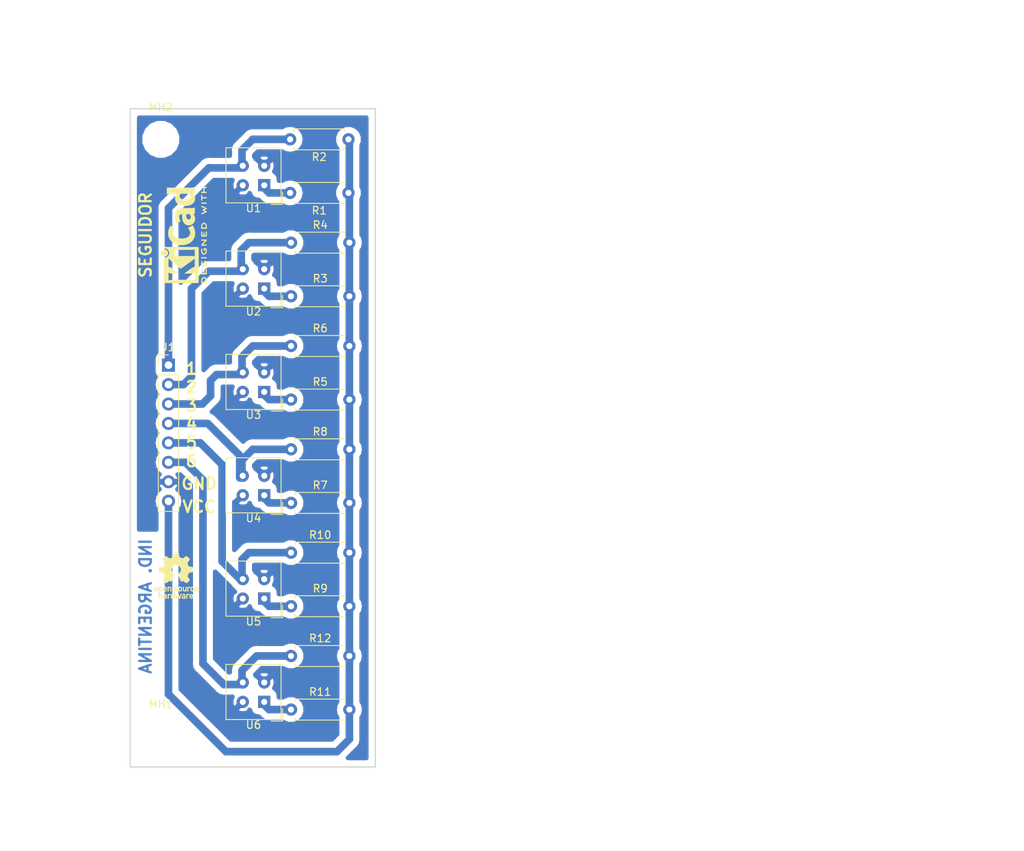
<source format=kicad_pcb>
(kicad_pcb (version 20171130) (host pcbnew 5.0.0-fee4fd1~66~ubuntu16.04.1)

  (general
    (thickness 1.6)
    (drawings 25)
    (tracks 75)
    (zones 0)
    (modules 23)
    (nets 15)
  )

  (page A4)
  (title_block
    (title "Seguidor de línea con CNY70")
    (date 2017-10-31)
    (rev 0.1)
    (company "Cursos KiCad")
    (comment 1 "Autor: Diego Brengi / Mariano Bustos")
  )

  (layers
    (0 F.Cu signal)
    (31 B.Cu signal)
    (32 B.Adhes user)
    (33 F.Adhes user)
    (34 B.Paste user)
    (35 F.Paste user)
    (36 B.SilkS user)
    (37 F.SilkS user)
    (38 B.Mask user)
    (39 F.Mask user)
    (40 Dwgs.User user)
    (41 Cmts.User user)
    (42 Eco1.User user)
    (43 Eco2.User user)
    (44 Edge.Cuts user)
    (45 Margin user)
    (46 B.CrtYd user)
    (47 F.CrtYd user)
    (48 B.Fab user)
    (49 F.Fab user hide)
  )

  (setup
    (last_trace_width 0.25)
    (user_trace_width 0.8)
    (user_trace_width 0.9)
    (user_trace_width 1)
    (user_trace_width 1.2)
    (user_trace_width 1.5)
    (trace_clearance 0.8)
    (zone_clearance 0.8)
    (zone_45_only no)
    (trace_min 0.2)
    (segment_width 0.2)
    (edge_width 0.15)
    (via_size 0.6)
    (via_drill 0.4)
    (via_min_size 0.4)
    (via_min_drill 0.3)
    (user_via 1.6 0.8)
    (uvia_size 0.3)
    (uvia_drill 0.1)
    (uvias_allowed no)
    (uvia_min_size 0.2)
    (uvia_min_drill 0.1)
    (pcb_text_width 0.3)
    (pcb_text_size 1.5 1.5)
    (mod_edge_width 0.15)
    (mod_text_size 1 1)
    (mod_text_width 0.15)
    (pad_size 1.524 1.524)
    (pad_drill 0.762)
    (pad_to_mask_clearance 0.2)
    (aux_axis_origin 0 0)
    (visible_elements FFFCEF7F)
    (pcbplotparams
      (layerselection 0x00030_80000001)
      (usegerberextensions false)
      (usegerberattributes false)
      (usegerberadvancedattributes false)
      (creategerberjobfile false)
      (excludeedgelayer true)
      (linewidth 0.100000)
      (plotframeref false)
      (viasonmask false)
      (mode 1)
      (useauxorigin false)
      (hpglpennumber 1)
      (hpglpenspeed 20)
      (hpglpendiameter 15.000000)
      (psnegative false)
      (psa4output false)
      (plotreference true)
      (plotvalue true)
      (plotinvisibletext false)
      (padsonsilk false)
      (subtractmaskfromsilk false)
      (outputformat 1)
      (mirror false)
      (drillshape 1)
      (scaleselection 1)
      (outputdirectory ""))
  )

  (net 0 "")
  (net 1 GND)
  (net 2 VCC)
  (net 3 "Net-(R3-Pad1)")
  (net 4 "Net-(R5-Pad1)")
  (net 5 "Net-(R7-Pad1)")
  (net 6 "Net-(R9-Pad1)")
  (net 7 "Net-(R11-Pad1)")
  (net 8 "Net-(J1-Pad1)")
  (net 9 "Net-(J1-Pad2)")
  (net 10 "Net-(J1-Pad3)")
  (net 11 "Net-(J1-Pad4)")
  (net 12 "Net-(J1-Pad5)")
  (net 13 "Net-(J1-Pad6)")
  (net 14 "Net-(R1-Pad2)")

  (net_class Default "Esta es la clase de red por defecto."
    (clearance 0.8)
    (trace_width 0.25)
    (via_dia 0.6)
    (via_drill 0.4)
    (uvia_dia 0.3)
    (uvia_drill 0.1)
    (add_net GND)
    (add_net "Net-(J1-Pad1)")
    (add_net "Net-(J1-Pad2)")
    (add_net "Net-(J1-Pad3)")
    (add_net "Net-(J1-Pad4)")
    (add_net "Net-(J1-Pad5)")
    (add_net "Net-(J1-Pad6)")
    (add_net "Net-(R1-Pad2)")
    (add_net "Net-(R11-Pad1)")
    (add_net "Net-(R3-Pad1)")
    (add_net "Net-(R5-Pad1)")
    (add_net "Net-(R7-Pad1)")
    (add_net "Net-(R9-Pad1)")
    (add_net VCC)
  )

  (module OptoDevice:Vishay_CNY70 (layer F.Cu) (tedit 5A4CBBD0) (tstamp 5BADAAD9)
    (at 135.5 70 180)
    (descr "package for Vishay CNY70 refective photo coupler/interrupter")
    (tags "Vishay CNY70 refective photo coupler")
    (path /5B95A901)
    (fp_text reference U1 (at 1.4 -3 180) (layer F.SilkS)
      (effects (font (size 1 1) (thickness 0.15)))
    )
    (fp_text value CNY70 (at 1.4 5.8 180) (layer F.Fab)
      (effects (font (size 1 1) (thickness 0.15)))
    )
    (fp_text user %R (at 1.5 1.4 90) (layer F.Fab)
      (effects (font (size 1 1) (thickness 0.15)))
    )
    (fp_line (start -2.4 -2.5) (end -0.9 -2.5) (layer F.SilkS) (width 0.12))
    (fp_line (start -2.4 -0.9) (end -2.4 -2.5) (layer F.SilkS) (width 0.12))
    (fp_line (start 5 4.9) (end 5 -2.3) (layer F.SilkS) (width 0.12))
    (fp_line (start -2.2 4.9) (end 5 4.9) (layer F.SilkS) (width 0.12))
    (fp_line (start -2.2 -2.3) (end -2.2 4.9) (layer F.SilkS) (width 0.12))
    (fp_line (start 5 -2.3) (end -2.2 -2.3) (layer F.SilkS) (width 0.12))
    (fp_line (start -1.1 3.9) (end 3.9 3.9) (layer F.Fab) (width 0.12))
    (fp_line (start -1.1 -1.2) (end -1.1 3.9) (layer F.Fab) (width 0.12))
    (fp_line (start 3.9 -1.2) (end -1.1 -1.2) (layer F.Fab) (width 0.12))
    (fp_line (start 3.9 3.9) (end 3.9 -1.2) (layer F.Fab) (width 0.12))
    (fp_line (start 1.2 4.5) (end 1.2 4.8) (layer F.Fab) (width 0.12))
    (fp_line (start 1.6 4.5) (end 1.2 4.5) (layer F.Fab) (width 0.12))
    (fp_line (start 1.6 4.8) (end 1.6 4.5) (layer F.Fab) (width 0.12))
    (fp_line (start 1.6 -1.9) (end 1.6 -2.2) (layer F.Fab) (width 0.12))
    (fp_line (start 1.2 -1.9) (end 1.6 -1.9) (layer F.Fab) (width 0.12))
    (fp_line (start 1.2 -2.2) (end 1.2 -1.9) (layer F.Fab) (width 0.12))
    (fp_line (start -2.1 -0.9) (end -0.9 -2.2) (layer F.Fab) (width 0.12))
    (fp_line (start -2.1 4.8) (end -2.1 -0.9) (layer F.Fab) (width 0.12))
    (fp_line (start 4.9 4.8) (end -2.1 4.8) (layer F.Fab) (width 0.12))
    (fp_line (start 4.9 -2.2) (end 4.9 4.8) (layer F.Fab) (width 0.12))
    (fp_line (start -0.9 -2.2) (end 4.9 -2.2) (layer F.Fab) (width 0.12))
    (fp_line (start -2.35 -2.45) (end 5.15 -2.45) (layer F.CrtYd) (width 0.05))
    (fp_line (start -2.35 -2.45) (end -2.35 5.05) (layer F.CrtYd) (width 0.05))
    (fp_line (start 5.15 5.05) (end 5.15 -2.45) (layer F.CrtYd) (width 0.05))
    (fp_line (start 5.15 5.05) (end -2.35 5.05) (layer F.CrtYd) (width 0.05))
    (pad 4 thru_hole circle (at 2.8 0 180) (size 1.6 1.6) (drill 0.8) (layers *.Cu *.Mask)
      (net 1 GND))
    (pad 3 thru_hole circle (at 2.8 2.54 180) (size 1.6 1.6) (drill 0.8) (layers *.Cu *.Mask)
      (net 8 "Net-(J1-Pad1)"))
    (pad 2 thru_hole circle (at 0 2.54 180) (size 1.6 1.6) (drill 0.8) (layers *.Cu *.Mask)
      (net 1 GND))
    (pad 1 thru_hole rect (at 0 0 180) (size 1.6 1.6) (drill 0.8) (layers *.Cu *.Mask)
      (net 14 "Net-(R1-Pad2)"))
    (model ${KISYS3DMOD}/OptoDevice.3dshapes/Vishay_CNY70.wrl
      (at (xyz 0 0 0))
      (scale (xyz 1 1 1))
      (rotate (xyz 0 0 0))
    )
  )

  (module Symbol:OSHW-Logo_5.7x6mm_SilkScreen (layer F.Cu) (tedit 0) (tstamp 5BADC50F)
    (at 124 121)
    (descr "Open Source Hardware Logo")
    (tags "Logo OSHW")
    (path /5B95D68D)
    (attr virtual)
    (fp_text reference LOGO1 (at 0 0) (layer F.SilkS) hide
      (effects (font (size 1 1) (thickness 0.15)))
    )
    (fp_text value Logo_Open_Hardware_Small (at 0.75 0) (layer F.Fab) hide
      (effects (font (size 1 1) (thickness 0.15)))
    )
    (fp_poly (pts (xy -1.908759 1.469184) (xy -1.882247 1.482282) (xy -1.849553 1.505106) (xy -1.825725 1.529996)
      (xy -1.809406 1.561249) (xy -1.79924 1.603166) (xy -1.793872 1.660044) (xy -1.791944 1.736184)
      (xy -1.791831 1.768917) (xy -1.792161 1.840656) (xy -1.793527 1.891927) (xy -1.7965 1.927404)
      (xy -1.801649 1.951763) (xy -1.809543 1.96968) (xy -1.817757 1.981902) (xy -1.870187 2.033905)
      (xy -1.93193 2.065184) (xy -1.998536 2.074592) (xy -2.065558 2.06098) (xy -2.086792 2.051354)
      (xy -2.137624 2.024859) (xy -2.137624 2.440052) (xy -2.100525 2.420868) (xy -2.051643 2.406025)
      (xy -1.991561 2.402222) (xy -1.931564 2.409243) (xy -1.886256 2.425013) (xy -1.848675 2.455047)
      (xy -1.816564 2.498024) (xy -1.81415 2.502436) (xy -1.803967 2.523221) (xy -1.79653 2.54417)
      (xy -1.791411 2.569548) (xy -1.788181 2.603618) (xy -1.786413 2.650641) (xy -1.785677 2.714882)
      (xy -1.785544 2.787176) (xy -1.785544 3.017822) (xy -1.923861 3.017822) (xy -1.923861 2.592533)
      (xy -1.962549 2.559979) (xy -2.002738 2.53394) (xy -2.040797 2.529205) (xy -2.079066 2.541389)
      (xy -2.099462 2.55332) (xy -2.114642 2.570313) (xy -2.125438 2.595995) (xy -2.132683 2.633991)
      (xy -2.137208 2.687926) (xy -2.139844 2.761425) (xy -2.140772 2.810347) (xy -2.143911 3.011535)
      (xy -2.209926 3.015336) (xy -2.27594 3.019136) (xy -2.27594 1.77065) (xy -2.137624 1.77065)
      (xy -2.134097 1.840254) (xy -2.122215 1.888569) (xy -2.10002 1.918631) (xy -2.065559 1.933471)
      (xy -2.030742 1.936436) (xy -1.991329 1.933028) (xy -1.965171 1.919617) (xy -1.948814 1.901896)
      (xy -1.935937 1.882835) (xy -1.928272 1.861601) (xy -1.924861 1.831849) (xy -1.924749 1.787236)
      (xy -1.925897 1.74988) (xy -1.928532 1.693604) (xy -1.932456 1.656658) (xy -1.939063 1.633223)
      (xy -1.949749 1.61748) (xy -1.959833 1.60838) (xy -2.00197 1.588537) (xy -2.05184 1.585332)
      (xy -2.080476 1.592168) (xy -2.108828 1.616464) (xy -2.127609 1.663728) (xy -2.136712 1.733624)
      (xy -2.137624 1.77065) (xy -2.27594 1.77065) (xy -2.27594 1.458614) (xy -2.206782 1.458614)
      (xy -2.16526 1.460256) (xy -2.143838 1.466087) (xy -2.137626 1.477461) (xy -2.137624 1.477798)
      (xy -2.134742 1.488938) (xy -2.12203 1.487673) (xy -2.096757 1.475433) (xy -2.037869 1.456707)
      (xy -1.971615 1.454739) (xy -1.908759 1.469184)) (layer F.SilkS) (width 0.01))
    (fp_poly (pts (xy -1.38421 2.406555) (xy -1.325055 2.422339) (xy -1.280023 2.450948) (xy -1.248246 2.488419)
      (xy -1.238366 2.504411) (xy -1.231073 2.521163) (xy -1.225974 2.542592) (xy -1.222679 2.572616)
      (xy -1.220797 2.615154) (xy -1.219937 2.674122) (xy -1.219707 2.75344) (xy -1.219703 2.774484)
      (xy -1.219703 3.017822) (xy -1.280059 3.017822) (xy -1.318557 3.015126) (xy -1.347023 3.008295)
      (xy -1.354155 3.004083) (xy -1.373652 2.996813) (xy -1.393566 3.004083) (xy -1.426353 3.01316)
      (xy -1.473978 3.016813) (xy -1.526764 3.015228) (xy -1.575036 3.008589) (xy -1.603218 3.000072)
      (xy -1.657753 2.965063) (xy -1.691835 2.916479) (xy -1.707157 2.851882) (xy -1.707299 2.850223)
      (xy -1.705955 2.821566) (xy -1.584356 2.821566) (xy -1.573726 2.854161) (xy -1.55641 2.872505)
      (xy -1.521652 2.886379) (xy -1.475773 2.891917) (xy -1.428988 2.889191) (xy -1.391514 2.878274)
      (xy -1.381015 2.871269) (xy -1.362668 2.838904) (xy -1.35802 2.802111) (xy -1.35802 2.753763)
      (xy -1.427582 2.753763) (xy -1.493667 2.75885) (xy -1.543764 2.773263) (xy -1.574929 2.795729)
      (xy -1.584356 2.821566) (xy -1.705955 2.821566) (xy -1.703987 2.779647) (xy -1.68071 2.723845)
      (xy -1.636948 2.681647) (xy -1.630899 2.677808) (xy -1.604907 2.665309) (xy -1.572735 2.65774)
      (xy -1.52776 2.654061) (xy -1.474331 2.653216) (xy -1.35802 2.653169) (xy -1.35802 2.604411)
      (xy -1.362953 2.566581) (xy -1.375543 2.541236) (xy -1.377017 2.539887) (xy -1.405034 2.5288)
      (xy -1.447326 2.524503) (xy -1.494064 2.526615) (xy -1.535418 2.534756) (xy -1.559957 2.546965)
      (xy -1.573253 2.556746) (xy -1.587294 2.558613) (xy -1.606671 2.5506) (xy -1.635976 2.530739)
      (xy -1.679803 2.497063) (xy -1.683825 2.493909) (xy -1.681764 2.482236) (xy -1.664568 2.462822)
      (xy -1.638433 2.441248) (xy -1.609552 2.423096) (xy -1.600478 2.418809) (xy -1.56738 2.410256)
      (xy -1.51888 2.404155) (xy -1.464695 2.401708) (xy -1.462161 2.401703) (xy -1.38421 2.406555)) (layer F.SilkS) (width 0.01))
    (fp_poly (pts (xy -0.993356 2.40302) (xy -0.974539 2.40866) (xy -0.968473 2.421053) (xy -0.968218 2.426647)
      (xy -0.967129 2.44223) (xy -0.959632 2.444676) (xy -0.939381 2.433993) (xy -0.927351 2.426694)
      (xy -0.8894 2.411063) (xy -0.844072 2.403334) (xy -0.796544 2.40274) (xy -0.751995 2.408513)
      (xy -0.715602 2.419884) (xy -0.692543 2.436088) (xy -0.687996 2.456355) (xy -0.690291 2.461843)
      (xy -0.70702 2.484626) (xy -0.732963 2.512647) (xy -0.737655 2.517177) (xy -0.762383 2.538005)
      (xy -0.783718 2.544735) (xy -0.813555 2.540038) (xy -0.825508 2.536917) (xy -0.862705 2.529421)
      (xy -0.888859 2.532792) (xy -0.910946 2.544681) (xy -0.931178 2.560635) (xy -0.946079 2.5807)
      (xy -0.956434 2.608702) (xy -0.963029 2.648467) (xy -0.966649 2.703823) (xy -0.968078 2.778594)
      (xy -0.968218 2.82374) (xy -0.968218 3.017822) (xy -1.09396 3.017822) (xy -1.09396 2.401683)
      (xy -1.031089 2.401683) (xy -0.993356 2.40302)) (layer F.SilkS) (width 0.01))
    (fp_poly (pts (xy -0.201188 3.017822) (xy -0.270346 3.017822) (xy -0.310488 3.016645) (xy -0.331394 3.011772)
      (xy -0.338922 3.001186) (xy -0.339505 2.994029) (xy -0.340774 2.979676) (xy -0.348779 2.976923)
      (xy -0.369815 2.985771) (xy -0.386173 2.994029) (xy -0.448977 3.013597) (xy -0.517248 3.014729)
      (xy -0.572752 3.000135) (xy -0.624438 2.964877) (xy -0.663838 2.912835) (xy -0.685413 2.85145)
      (xy -0.685962 2.848018) (xy -0.689167 2.810571) (xy -0.690761 2.756813) (xy -0.690633 2.716155)
      (xy -0.553279 2.716155) (xy -0.550097 2.770194) (xy -0.542859 2.814735) (xy -0.53306 2.839888)
      (xy -0.495989 2.87426) (xy -0.451974 2.886582) (xy -0.406584 2.876618) (xy -0.367797 2.846895)
      (xy -0.353108 2.826905) (xy -0.344519 2.80305) (xy -0.340496 2.76823) (xy -0.339505 2.71593)
      (xy -0.341278 2.664139) (xy -0.345963 2.618634) (xy -0.352603 2.588181) (xy -0.35371 2.585452)
      (xy -0.380491 2.553) (xy -0.419579 2.535183) (xy -0.463315 2.532306) (xy -0.504038 2.544674)
      (xy -0.534087 2.572593) (xy -0.537204 2.578148) (xy -0.546961 2.612022) (xy -0.552277 2.660728)
      (xy -0.553279 2.716155) (xy -0.690633 2.716155) (xy -0.690568 2.69554) (xy -0.689664 2.662563)
      (xy -0.683514 2.580981) (xy -0.670733 2.51973) (xy -0.649471 2.474449) (xy -0.617878 2.440779)
      (xy -0.587207 2.421014) (xy -0.544354 2.40712) (xy -0.491056 2.402354) (xy -0.43648 2.406236)
      (xy -0.389792 2.418282) (xy -0.365124 2.432693) (xy -0.339505 2.455878) (xy -0.339505 2.162773)
      (xy -0.201188 2.162773) (xy -0.201188 3.017822)) (layer F.SilkS) (width 0.01))
    (fp_poly (pts (xy 0.281524 2.404237) (xy 0.331255 2.407971) (xy 0.461291 2.797773) (xy 0.481678 2.728614)
      (xy 0.493946 2.685874) (xy 0.510085 2.628115) (xy 0.527512 2.564625) (xy 0.536726 2.53057)
      (xy 0.571388 2.401683) (xy 0.714391 2.401683) (xy 0.671646 2.536857) (xy 0.650596 2.603342)
      (xy 0.625167 2.683539) (xy 0.59861 2.767193) (xy 0.574902 2.841782) (xy 0.520902 3.011535)
      (xy 0.462598 3.015328) (xy 0.404295 3.019122) (xy 0.372679 2.914734) (xy 0.353182 2.849889)
      (xy 0.331904 2.7784) (xy 0.313308 2.715263) (xy 0.312574 2.71275) (xy 0.298684 2.669969)
      (xy 0.286429 2.640779) (xy 0.277846 2.629741) (xy 0.276082 2.631018) (xy 0.269891 2.64813)
      (xy 0.258128 2.684787) (xy 0.242225 2.736378) (xy 0.223614 2.798294) (xy 0.213543 2.832352)
      (xy 0.159007 3.017822) (xy 0.043264 3.017822) (xy -0.049263 2.725471) (xy -0.075256 2.643462)
      (xy -0.098934 2.568987) (xy -0.11918 2.505544) (xy -0.134874 2.456632) (xy -0.144898 2.425749)
      (xy -0.147945 2.416726) (xy -0.145533 2.407487) (xy -0.126592 2.403441) (xy -0.087177 2.403846)
      (xy -0.081007 2.404152) (xy -0.007914 2.407971) (xy 0.039957 2.58401) (xy 0.057553 2.648211)
      (xy 0.073277 2.704649) (xy 0.085746 2.748422) (xy 0.093574 2.77463) (xy 0.09502 2.778903)
      (xy 0.101014 2.77399) (xy 0.113101 2.748532) (xy 0.129893 2.705997) (xy 0.150003 2.64985)
      (xy 0.167003 2.59913) (xy 0.231794 2.400504) (xy 0.281524 2.404237)) (layer F.SilkS) (width 0.01))
    (fp_poly (pts (xy 1.038411 2.405417) (xy 1.091411 2.41829) (xy 1.106731 2.42511) (xy 1.136428 2.442974)
      (xy 1.15922 2.463093) (xy 1.176083 2.488962) (xy 1.187998 2.524073) (xy 1.195942 2.57192)
      (xy 1.200894 2.635996) (xy 1.203831 2.719794) (xy 1.204947 2.775768) (xy 1.209052 3.017822)
      (xy 1.138932 3.017822) (xy 1.096393 3.016038) (xy 1.074476 3.009942) (xy 1.068812 2.999706)
      (xy 1.065821 2.988637) (xy 1.052451 2.990754) (xy 1.034233 2.999629) (xy 0.988624 3.013233)
      (xy 0.930007 3.016899) (xy 0.868354 3.010903) (xy 0.813638 2.995521) (xy 0.80873 2.993386)
      (xy 0.758723 2.958255) (xy 0.725756 2.909419) (xy 0.710587 2.852333) (xy 0.711746 2.831824)
      (xy 0.835508 2.831824) (xy 0.846413 2.859425) (xy 0.878745 2.879204) (xy 0.93091 2.889819)
      (xy 0.958787 2.891228) (xy 1.005247 2.88762) (xy 1.036129 2.873597) (xy 1.043664 2.866931)
      (xy 1.064076 2.830666) (xy 1.068812 2.797773) (xy 1.068812 2.753763) (xy 1.007513 2.753763)
      (xy 0.936256 2.757395) (xy 0.886276 2.768818) (xy 0.854696 2.788824) (xy 0.847626 2.797743)
      (xy 0.835508 2.831824) (xy 0.711746 2.831824) (xy 0.713971 2.792456) (xy 0.736663 2.735244)
      (xy 0.767624 2.69658) (xy 0.786376 2.679864) (xy 0.804733 2.668878) (xy 0.828619 2.66218)
      (xy 0.863957 2.658326) (xy 0.916669 2.655873) (xy 0.937577 2.655168) (xy 1.068812 2.650879)
      (xy 1.06862 2.611158) (xy 1.063537 2.569405) (xy 1.045162 2.544158) (xy 1.008039 2.52803)
      (xy 1.007043 2.527742) (xy 0.95441 2.5214) (xy 0.902906 2.529684) (xy 0.86463 2.549827)
      (xy 0.849272 2.559773) (xy 0.83273 2.558397) (xy 0.807275 2.543987) (xy 0.792328 2.533817)
      (xy 0.763091 2.512088) (xy 0.74498 2.4958) (xy 0.742074 2.491137) (xy 0.75404 2.467005)
      (xy 0.789396 2.438185) (xy 0.804753 2.428461) (xy 0.848901 2.411714) (xy 0.908398 2.402227)
      (xy 0.974487 2.400095) (xy 1.038411 2.405417)) (layer F.SilkS) (width 0.01))
    (fp_poly (pts (xy 1.635255 2.401486) (xy 1.683595 2.411015) (xy 1.711114 2.425125) (xy 1.740064 2.448568)
      (xy 1.698876 2.500571) (xy 1.673482 2.532064) (xy 1.656238 2.547428) (xy 1.639102 2.549776)
      (xy 1.614027 2.542217) (xy 1.602257 2.537941) (xy 1.55427 2.531631) (xy 1.510324 2.545156)
      (xy 1.47806 2.57571) (xy 1.472819 2.585452) (xy 1.467112 2.611258) (xy 1.462706 2.658817)
      (xy 1.459811 2.724758) (xy 1.458631 2.80571) (xy 1.458614 2.817226) (xy 1.458614 3.017822)
      (xy 1.320297 3.017822) (xy 1.320297 2.401683) (xy 1.389456 2.401683) (xy 1.429333 2.402725)
      (xy 1.450107 2.407358) (xy 1.457789 2.417849) (xy 1.458614 2.427745) (xy 1.458614 2.453806)
      (xy 1.491745 2.427745) (xy 1.529735 2.409965) (xy 1.58077 2.401174) (xy 1.635255 2.401486)) (layer F.SilkS) (width 0.01))
    (fp_poly (pts (xy 2.032581 2.40497) (xy 2.092685 2.420597) (xy 2.143021 2.452848) (xy 2.167393 2.47694)
      (xy 2.207345 2.533895) (xy 2.230242 2.599965) (xy 2.238108 2.681182) (xy 2.238148 2.687748)
      (xy 2.238218 2.753763) (xy 1.858264 2.753763) (xy 1.866363 2.788342) (xy 1.880987 2.819659)
      (xy 1.906581 2.852291) (xy 1.911935 2.8575) (xy 1.957943 2.885694) (xy 2.01041 2.890475)
      (xy 2.070803 2.871926) (xy 2.08104 2.866931) (xy 2.112439 2.851745) (xy 2.13347 2.843094)
      (xy 2.137139 2.842293) (xy 2.149948 2.850063) (xy 2.174378 2.869072) (xy 2.186779 2.87946)
      (xy 2.212476 2.903321) (xy 2.220915 2.919077) (xy 2.215058 2.933571) (xy 2.211928 2.937534)
      (xy 2.190725 2.954879) (xy 2.155738 2.975959) (xy 2.131337 2.988265) (xy 2.062072 3.009946)
      (xy 1.985388 3.016971) (xy 1.912765 3.008647) (xy 1.892426 3.002686) (xy 1.829476 2.968952)
      (xy 1.782815 2.917045) (xy 1.752173 2.846459) (xy 1.737282 2.756692) (xy 1.735647 2.709753)
      (xy 1.740421 2.641413) (xy 1.86099 2.641413) (xy 1.872652 2.646465) (xy 1.903998 2.650429)
      (xy 1.949571 2.652768) (xy 1.980446 2.653169) (xy 2.035981 2.652783) (xy 2.071033 2.650975)
      (xy 2.090262 2.646773) (xy 2.09833 2.639203) (xy 2.099901 2.628218) (xy 2.089121 2.594381)
      (xy 2.06198 2.56094) (xy 2.026277 2.535272) (xy 1.99056 2.524772) (xy 1.942048 2.534086)
      (xy 1.900053 2.561013) (xy 1.870936 2.599827) (xy 1.86099 2.641413) (xy 1.740421 2.641413)
      (xy 1.742599 2.610236) (xy 1.764055 2.530949) (xy 1.80047 2.471263) (xy 1.852297 2.430549)
      (xy 1.91999 2.408179) (xy 1.956662 2.403871) (xy 2.032581 2.40497)) (layer F.SilkS) (width 0.01))
    (fp_poly (pts (xy -2.538261 1.465148) (xy -2.472479 1.494231) (xy -2.42254 1.542793) (xy -2.388374 1.610908)
      (xy -2.369907 1.698651) (xy -2.368583 1.712351) (xy -2.367546 1.808939) (xy -2.380993 1.893602)
      (xy -2.408108 1.962221) (xy -2.422627 1.984294) (xy -2.473201 2.031011) (xy -2.537609 2.061268)
      (xy -2.609666 2.073824) (xy -2.683185 2.067439) (xy -2.739072 2.047772) (xy -2.787132 2.014629)
      (xy -2.826412 1.971175) (xy -2.827092 1.970158) (xy -2.843044 1.943338) (xy -2.85341 1.916368)
      (xy -2.859688 1.882332) (xy -2.863373 1.83431) (xy -2.864997 1.794931) (xy -2.865672 1.759219)
      (xy -2.739955 1.759219) (xy -2.738726 1.79477) (xy -2.734266 1.842094) (xy -2.726397 1.872465)
      (xy -2.712207 1.894072) (xy -2.698917 1.906694) (xy -2.651802 1.933122) (xy -2.602505 1.936653)
      (xy -2.556593 1.917639) (xy -2.533638 1.896331) (xy -2.517096 1.874859) (xy -2.507421 1.854313)
      (xy -2.503174 1.827574) (xy -2.50292 1.787523) (xy -2.504228 1.750638) (xy -2.507043 1.697947)
      (xy -2.511505 1.663772) (xy -2.519548 1.64148) (xy -2.533103 1.624442) (xy -2.543845 1.614703)
      (xy -2.588777 1.589123) (xy -2.637249 1.587847) (xy -2.677894 1.602999) (xy -2.712567 1.634642)
      (xy -2.733224 1.68662) (xy -2.739955 1.759219) (xy -2.865672 1.759219) (xy -2.866479 1.716621)
      (xy -2.863948 1.658056) (xy -2.856362 1.614007) (xy -2.842681 1.579248) (xy -2.821865 1.548551)
      (xy -2.814147 1.539436) (xy -2.765889 1.494021) (xy -2.714128 1.467493) (xy -2.650828 1.456379)
      (xy -2.619961 1.455471) (xy -2.538261 1.465148)) (layer F.SilkS) (width 0.01))
    (fp_poly (pts (xy -1.356699 1.472614) (xy -1.344168 1.478514) (xy -1.300799 1.510283) (xy -1.25979 1.556646)
      (xy -1.229168 1.607696) (xy -1.220459 1.631166) (xy -1.212512 1.673091) (xy -1.207774 1.723757)
      (xy -1.207199 1.744679) (xy -1.207129 1.810693) (xy -1.587083 1.810693) (xy -1.578983 1.845273)
      (xy -1.559104 1.88617) (xy -1.524347 1.921514) (xy -1.482998 1.944282) (xy -1.456649 1.94901)
      (xy -1.420916 1.943273) (xy -1.378282 1.928882) (xy -1.363799 1.922262) (xy -1.31024 1.895513)
      (xy -1.264533 1.930376) (xy -1.238158 1.953955) (xy -1.224124 1.973417) (xy -1.223414 1.979129)
      (xy -1.235951 1.992973) (xy -1.263428 2.014012) (xy -1.288366 2.030425) (xy -1.355664 2.05993)
      (xy -1.43111 2.073284) (xy -1.505888 2.069812) (xy -1.565495 2.051663) (xy -1.626941 2.012784)
      (xy -1.670608 1.961595) (xy -1.697926 1.895367) (xy -1.710322 1.811371) (xy -1.711421 1.772936)
      (xy -1.707022 1.684861) (xy -1.706482 1.682299) (xy -1.580582 1.682299) (xy -1.577115 1.690558)
      (xy -1.562863 1.695113) (xy -1.53347 1.697065) (xy -1.484575 1.697517) (xy -1.465748 1.697525)
      (xy -1.408467 1.696843) (xy -1.372141 1.694364) (xy -1.352604 1.689443) (xy -1.34569 1.681434)
      (xy -1.345445 1.678862) (xy -1.353336 1.658423) (xy -1.373085 1.629789) (xy -1.381575 1.619763)
      (xy -1.413094 1.591408) (xy -1.445949 1.580259) (xy -1.463651 1.579327) (xy -1.511539 1.590981)
      (xy -1.551699 1.622285) (xy -1.577173 1.667752) (xy -1.577625 1.669233) (xy -1.580582 1.682299)
      (xy -1.706482 1.682299) (xy -1.692392 1.61551) (xy -1.666038 1.560025) (xy -1.633807 1.520639)
      (xy -1.574217 1.477931) (xy -1.504168 1.455109) (xy -1.429661 1.453046) (xy -1.356699 1.472614)) (layer F.SilkS) (width 0.01))
    (fp_poly (pts (xy 0.014017 1.456452) (xy 0.061634 1.465482) (xy 0.111034 1.48437) (xy 0.116312 1.486777)
      (xy 0.153774 1.506476) (xy 0.179717 1.524781) (xy 0.188103 1.536508) (xy 0.180117 1.555632)
      (xy 0.16072 1.58385) (xy 0.15211 1.594384) (xy 0.116628 1.635847) (xy 0.070885 1.608858)
      (xy 0.02735 1.590878) (xy -0.02295 1.581267) (xy -0.071188 1.58066) (xy -0.108533 1.589691)
      (xy -0.117495 1.595327) (xy -0.134563 1.621171) (xy -0.136637 1.650941) (xy -0.123866 1.674197)
      (xy -0.116312 1.678708) (xy -0.093675 1.684309) (xy -0.053885 1.690892) (xy -0.004834 1.697183)
      (xy 0.004215 1.69817) (xy 0.082996 1.711798) (xy 0.140136 1.734946) (xy 0.17803 1.769752)
      (xy 0.199079 1.818354) (xy 0.205635 1.877718) (xy 0.196577 1.945198) (xy 0.167164 1.998188)
      (xy 0.117278 2.036783) (xy 0.0468 2.061081) (xy -0.031435 2.070667) (xy -0.095234 2.070552)
      (xy -0.146984 2.061845) (xy -0.182327 2.049825) (xy -0.226983 2.02888) (xy -0.268253 2.004574)
      (xy -0.282921 1.993876) (xy -0.320643 1.963084) (xy -0.275148 1.917049) (xy -0.229653 1.871013)
      (xy -0.177928 1.905243) (xy -0.126048 1.930952) (xy -0.070649 1.944399) (xy -0.017395 1.945818)
      (xy 0.028049 1.935443) (xy 0.060016 1.913507) (xy 0.070338 1.894998) (xy 0.068789 1.865314)
      (xy 0.04314 1.842615) (xy -0.00654 1.82694) (xy -0.060969 1.819695) (xy -0.144736 1.805873)
      (xy -0.206967 1.779796) (xy -0.248493 1.740699) (xy -0.270147 1.68782) (xy -0.273147 1.625126)
      (xy -0.258329 1.559642) (xy -0.224546 1.510144) (xy -0.171495 1.476408) (xy -0.098874 1.458207)
      (xy -0.045072 1.454639) (xy 0.014017 1.456452)) (layer F.SilkS) (width 0.01))
    (fp_poly (pts (xy 0.610762 1.466055) (xy 0.674363 1.500692) (xy 0.724123 1.555372) (xy 0.747568 1.599842)
      (xy 0.757634 1.639121) (xy 0.764156 1.695116) (xy 0.766951 1.759621) (xy 0.765836 1.824429)
      (xy 0.760626 1.881334) (xy 0.754541 1.911727) (xy 0.734014 1.953306) (xy 0.698463 1.997468)
      (xy 0.655619 2.036087) (xy 0.613211 2.061034) (xy 0.612177 2.06143) (xy 0.559553 2.072331)
      (xy 0.497188 2.072601) (xy 0.437924 2.062676) (xy 0.41504 2.054722) (xy 0.356102 2.0213)
      (xy 0.31389 1.977511) (xy 0.286156 1.919538) (xy 0.270651 1.843565) (xy 0.267143 1.803771)
      (xy 0.26759 1.753766) (xy 0.402376 1.753766) (xy 0.406917 1.826732) (xy 0.419986 1.882334)
      (xy 0.440756 1.917861) (xy 0.455552 1.92802) (xy 0.493464 1.935104) (xy 0.538527 1.933007)
      (xy 0.577487 1.922812) (xy 0.587704 1.917204) (xy 0.614659 1.884538) (xy 0.632451 1.834545)
      (xy 0.640024 1.773705) (xy 0.636325 1.708497) (xy 0.628057 1.669253) (xy 0.60432 1.623805)
      (xy 0.566849 1.595396) (xy 0.52172 1.585573) (xy 0.475011 1.595887) (xy 0.439132 1.621112)
      (xy 0.420277 1.641925) (xy 0.409272 1.662439) (xy 0.404026 1.690203) (xy 0.402449 1.732762)
      (xy 0.402376 1.753766) (xy 0.26759 1.753766) (xy 0.268094 1.69758) (xy 0.285388 1.610501)
      (xy 0.319029 1.54253) (xy 0.369018 1.493664) (xy 0.435356 1.463899) (xy 0.449601 1.460448)
      (xy 0.53521 1.452345) (xy 0.610762 1.466055)) (layer F.SilkS) (width 0.01))
    (fp_poly (pts (xy 0.993367 1.654342) (xy 0.994555 1.746563) (xy 0.998897 1.81661) (xy 1.007558 1.867381)
      (xy 1.021704 1.901772) (xy 1.0425 1.922679) (xy 1.07111 1.933) (xy 1.106535 1.935636)
      (xy 1.143636 1.932682) (xy 1.171818 1.921889) (xy 1.192243 1.90036) (xy 1.206079 1.865199)
      (xy 1.214491 1.81351) (xy 1.218643 1.742394) (xy 1.219703 1.654342) (xy 1.219703 1.458614)
      (xy 1.35802 1.458614) (xy 1.35802 2.062179) (xy 1.288862 2.062179) (xy 1.24717 2.060489)
      (xy 1.225701 2.054556) (xy 1.219703 2.043293) (xy 1.216091 2.033261) (xy 1.201714 2.035383)
      (xy 1.172736 2.04958) (xy 1.106319 2.07148) (xy 1.035875 2.069928) (xy 0.968377 2.046147)
      (xy 0.936233 2.027362) (xy 0.911715 2.007022) (xy 0.893804 1.981573) (xy 0.881479 1.947458)
      (xy 0.873723 1.901121) (xy 0.869516 1.839007) (xy 0.86784 1.757561) (xy 0.867624 1.694578)
      (xy 0.867624 1.458614) (xy 0.993367 1.458614) (xy 0.993367 1.654342)) (layer F.SilkS) (width 0.01))
    (fp_poly (pts (xy 2.217226 1.46388) (xy 2.29008 1.49483) (xy 2.313027 1.509895) (xy 2.342354 1.533048)
      (xy 2.360764 1.551253) (xy 2.363961 1.557183) (xy 2.354935 1.57034) (xy 2.331837 1.592667)
      (xy 2.313344 1.60825) (xy 2.262728 1.648926) (xy 2.22276 1.615295) (xy 2.191874 1.593584)
      (xy 2.161759 1.58609) (xy 2.127292 1.58792) (xy 2.072561 1.601528) (xy 2.034886 1.629772)
      (xy 2.011991 1.675433) (xy 2.001597 1.741289) (xy 2.001595 1.741331) (xy 2.002494 1.814939)
      (xy 2.016463 1.868946) (xy 2.044328 1.905716) (xy 2.063325 1.918168) (xy 2.113776 1.933673)
      (xy 2.167663 1.933683) (xy 2.214546 1.918638) (xy 2.225644 1.911287) (xy 2.253476 1.892511)
      (xy 2.275236 1.889434) (xy 2.298704 1.903409) (xy 2.324649 1.92851) (xy 2.365716 1.97088)
      (xy 2.320121 2.008464) (xy 2.249674 2.050882) (xy 2.170233 2.071785) (xy 2.087215 2.070272)
      (xy 2.032694 2.056411) (xy 1.96897 2.022135) (xy 1.918005 1.968212) (xy 1.894851 1.930149)
      (xy 1.876099 1.875536) (xy 1.866715 1.806369) (xy 1.866643 1.731407) (xy 1.875824 1.659409)
      (xy 1.894199 1.599137) (xy 1.897093 1.592958) (xy 1.939952 1.532351) (xy 1.997979 1.488224)
      (xy 2.066591 1.461493) (xy 2.141201 1.453073) (xy 2.217226 1.46388)) (layer F.SilkS) (width 0.01))
    (fp_poly (pts (xy 2.677898 1.456457) (xy 2.710096 1.464279) (xy 2.771825 1.492921) (xy 2.82461 1.536667)
      (xy 2.861141 1.589117) (xy 2.86616 1.600893) (xy 2.873045 1.63174) (xy 2.877864 1.677371)
      (xy 2.879505 1.723492) (xy 2.879505 1.810693) (xy 2.697178 1.810693) (xy 2.621979 1.810978)
      (xy 2.569003 1.812704) (xy 2.535325 1.817181) (xy 2.51802 1.82572) (xy 2.514163 1.83963)
      (xy 2.520829 1.860222) (xy 2.53277 1.884315) (xy 2.56608 1.924525) (xy 2.612368 1.944558)
      (xy 2.668944 1.943905) (xy 2.733031 1.922101) (xy 2.788417 1.895193) (xy 2.834375 1.931532)
      (xy 2.880333 1.967872) (xy 2.837096 2.007819) (xy 2.779374 2.045563) (xy 2.708386 2.06832)
      (xy 2.632029 2.074688) (xy 2.558199 2.063268) (xy 2.546287 2.059393) (xy 2.481399 2.025506)
      (xy 2.43313 1.974986) (xy 2.400465 1.906325) (xy 2.382385 1.818014) (xy 2.382175 1.816121)
      (xy 2.380556 1.719878) (xy 2.3871 1.685542) (xy 2.514852 1.685542) (xy 2.526584 1.690822)
      (xy 2.558438 1.694867) (xy 2.605397 1.697176) (xy 2.635154 1.697525) (xy 2.690648 1.697306)
      (xy 2.725346 1.695916) (xy 2.743601 1.692251) (xy 2.749766 1.68521) (xy 2.748195 1.67369)
      (xy 2.746878 1.669233) (xy 2.724382 1.627355) (xy 2.689003 1.593604) (xy 2.65778 1.578773)
      (xy 2.616301 1.579668) (xy 2.574269 1.598164) (xy 2.539012 1.628786) (xy 2.517854 1.666062)
      (xy 2.514852 1.685542) (xy 2.3871 1.685542) (xy 2.39669 1.635229) (xy 2.428698 1.564191)
      (xy 2.474701 1.508779) (xy 2.532821 1.471009) (xy 2.60118 1.452896) (xy 2.677898 1.456457)) (layer F.SilkS) (width 0.01))
    (fp_poly (pts (xy -0.754012 1.469002) (xy -0.722717 1.48395) (xy -0.692409 1.505541) (xy -0.669318 1.530391)
      (xy -0.6525 1.562087) (xy -0.641006 1.604214) (xy -0.633891 1.660358) (xy -0.630207 1.734106)
      (xy -0.629008 1.829044) (xy -0.628989 1.838985) (xy -0.628713 2.062179) (xy -0.76703 2.062179)
      (xy -0.76703 1.856418) (xy -0.767128 1.780189) (xy -0.767809 1.724939) (xy -0.769651 1.686501)
      (xy -0.773233 1.660706) (xy -0.779132 1.643384) (xy -0.787927 1.630368) (xy -0.80018 1.617507)
      (xy -0.843047 1.589873) (xy -0.889843 1.584745) (xy -0.934424 1.602217) (xy -0.949928 1.615221)
      (xy -0.96131 1.627447) (xy -0.969481 1.64054) (xy -0.974974 1.658615) (xy -0.97832 1.685787)
      (xy -0.980051 1.72617) (xy -0.980697 1.783879) (xy -0.980792 1.854132) (xy -0.980792 2.062179)
      (xy -1.119109 2.062179) (xy -1.119109 1.458614) (xy -1.04995 1.458614) (xy -1.008428 1.460256)
      (xy -0.987006 1.466087) (xy -0.980795 1.477461) (xy -0.980792 1.477798) (xy -0.97791 1.488938)
      (xy -0.965199 1.487674) (xy -0.939926 1.475434) (xy -0.882605 1.457424) (xy -0.817037 1.455421)
      (xy -0.754012 1.469002)) (layer F.SilkS) (width 0.01))
    (fp_poly (pts (xy 1.79946 1.45803) (xy 1.842711 1.471245) (xy 1.870558 1.487941) (xy 1.879629 1.501145)
      (xy 1.877132 1.516797) (xy 1.860931 1.541385) (xy 1.847232 1.5588) (xy 1.818992 1.590283)
      (xy 1.797775 1.603529) (xy 1.779688 1.602664) (xy 1.726035 1.58901) (xy 1.68663 1.58963)
      (xy 1.654632 1.605104) (xy 1.64389 1.614161) (xy 1.609505 1.646027) (xy 1.609505 2.062179)
      (xy 1.471188 2.062179) (xy 1.471188 1.458614) (xy 1.540347 1.458614) (xy 1.581869 1.460256)
      (xy 1.603291 1.466087) (xy 1.609502 1.477461) (xy 1.609505 1.477798) (xy 1.612439 1.489713)
      (xy 1.625704 1.488159) (xy 1.644084 1.479563) (xy 1.682046 1.463568) (xy 1.712872 1.453945)
      (xy 1.752536 1.451478) (xy 1.79946 1.45803)) (layer F.SilkS) (width 0.01))
    (fp_poly (pts (xy 0.376964 -2.709982) (xy 0.433812 -2.40843) (xy 0.853338 -2.235488) (xy 1.104984 -2.406605)
      (xy 1.175458 -2.45425) (xy 1.239163 -2.49679) (xy 1.293126 -2.532285) (xy 1.334373 -2.55879)
      (xy 1.359934 -2.574364) (xy 1.366895 -2.577722) (xy 1.379435 -2.569086) (xy 1.406231 -2.545208)
      (xy 1.44428 -2.509141) (xy 1.490579 -2.463933) (xy 1.542123 -2.412636) (xy 1.595909 -2.358299)
      (xy 1.648935 -2.303972) (xy 1.698195 -2.252705) (xy 1.740687 -2.207549) (xy 1.773407 -2.171554)
      (xy 1.793351 -2.14777) (xy 1.798119 -2.13981) (xy 1.791257 -2.125135) (xy 1.77202 -2.092986)
      (xy 1.74243 -2.046508) (xy 1.70451 -1.988844) (xy 1.660282 -1.92314) (xy 1.634654 -1.885664)
      (xy 1.587941 -1.817232) (xy 1.546432 -1.75548) (xy 1.51214 -1.703481) (xy 1.48708 -1.664308)
      (xy 1.473264 -1.641035) (xy 1.471188 -1.636145) (xy 1.475895 -1.622245) (xy 1.488723 -1.58985)
      (xy 1.507738 -1.543515) (xy 1.531003 -1.487794) (xy 1.556584 -1.427242) (xy 1.582545 -1.366414)
      (xy 1.60695 -1.309864) (xy 1.627863 -1.262148) (xy 1.643349 -1.227819) (xy 1.651472 -1.211432)
      (xy 1.651952 -1.210788) (xy 1.664707 -1.207659) (xy 1.698677 -1.200679) (xy 1.75034 -1.190533)
      (xy 1.816176 -1.177908) (xy 1.892664 -1.163491) (xy 1.93729 -1.155177) (xy 2.019021 -1.139616)
      (xy 2.092843 -1.124808) (xy 2.155021 -1.111564) (xy 2.201822 -1.100695) (xy 2.229509 -1.093011)
      (xy 2.235074 -1.090573) (xy 2.240526 -1.07407) (xy 2.244924 -1.0368) (xy 2.248272 -0.98312)
      (xy 2.250574 -0.917388) (xy 2.251832 -0.843963) (xy 2.252048 -0.767204) (xy 2.251227 -0.691468)
      (xy 2.249371 -0.621114) (xy 2.246482 -0.5605) (xy 2.242565 -0.513984) (xy 2.237622 -0.485925)
      (xy 2.234657 -0.480084) (xy 2.216934 -0.473083) (xy 2.179381 -0.463073) (xy 2.126964 -0.451231)
      (xy 2.064652 -0.438733) (xy 2.0429 -0.43469) (xy 1.938024 -0.41548) (xy 1.85518 -0.400009)
      (xy 1.79163 -0.387663) (xy 1.744637 -0.377827) (xy 1.711463 -0.369886) (xy 1.689371 -0.363224)
      (xy 1.675624 -0.357227) (xy 1.667484 -0.351281) (xy 1.666345 -0.350106) (xy 1.654977 -0.331174)
      (xy 1.637635 -0.294331) (xy 1.61605 -0.244087) (xy 1.591954 -0.184954) (xy 1.567079 -0.121444)
      (xy 1.543157 -0.058068) (xy 1.521919 0.000662) (xy 1.505097 0.050235) (xy 1.494422 0.086139)
      (xy 1.491627 0.103862) (xy 1.49186 0.104483) (xy 1.501331 0.11897) (xy 1.522818 0.150844)
      (xy 1.554063 0.196789) (xy 1.592807 0.253485) (xy 1.636793 0.317617) (xy 1.649319 0.335842)
      (xy 1.693984 0.401914) (xy 1.733288 0.4622) (xy 1.765088 0.513235) (xy 1.787245 0.55156)
      (xy 1.797617 0.573711) (xy 1.798119 0.576432) (xy 1.789405 0.590736) (xy 1.765325 0.619072)
      (xy 1.728976 0.658396) (xy 1.683453 0.705661) (xy 1.631852 0.757823) (xy 1.577267 0.811835)
      (xy 1.522794 0.864653) (xy 1.471529 0.913231) (xy 1.426567 0.954523) (xy 1.391004 0.985485)
      (xy 1.367935 1.00307) (xy 1.361554 1.005941) (xy 1.346699 0.999178) (xy 1.316286 0.980939)
      (xy 1.275268 0.954297) (xy 1.243709 0.932852) (xy 1.186525 0.893503) (xy 1.118806 0.847171)
      (xy 1.05088 0.800913) (xy 1.014361 0.776155) (xy 0.890752 0.692547) (xy 0.786991 0.74865)
      (xy 0.73972 0.773228) (xy 0.699523 0.792331) (xy 0.672326 0.803227) (xy 0.665402 0.804743)
      (xy 0.657077 0.793549) (xy 0.640654 0.761917) (xy 0.617357 0.712765) (xy 0.588414 0.64901)
      (xy 0.55505 0.573571) (xy 0.518491 0.489364) (xy 0.479964 0.399308) (xy 0.440694 0.306321)
      (xy 0.401908 0.21332) (xy 0.36483 0.123223) (xy 0.330689 0.038948) (xy 0.300708 -0.036587)
      (xy 0.276116 -0.100466) (xy 0.258136 -0.149769) (xy 0.247997 -0.181579) (xy 0.246366 -0.192504)
      (xy 0.259291 -0.206439) (xy 0.287589 -0.22906) (xy 0.325346 -0.255667) (xy 0.328515 -0.257772)
      (xy 0.4261 -0.335886) (xy 0.504786 -0.427018) (xy 0.563891 -0.528255) (xy 0.602732 -0.636682)
      (xy 0.620628 -0.749386) (xy 0.616897 -0.863452) (xy 0.590857 -0.975966) (xy 0.541825 -1.084015)
      (xy 0.5274 -1.107655) (xy 0.452369 -1.203113) (xy 0.36373 -1.279768) (xy 0.264549 -1.33722)
      (xy 0.157895 -1.375071) (xy 0.046836 -1.392922) (xy -0.065561 -1.390375) (xy -0.176227 -1.36703)
      (xy -0.282094 -1.32249) (xy -0.380095 -1.256355) (xy -0.41041 -1.229513) (xy -0.487562 -1.145488)
      (xy -0.543782 -1.057034) (xy -0.582347 -0.957885) (xy -0.603826 -0.859697) (xy -0.609128 -0.749303)
      (xy -0.591448 -0.63836) (xy -0.552581 -0.530619) (xy -0.494323 -0.429831) (xy -0.418469 -0.339744)
      (xy -0.326817 -0.264108) (xy -0.314772 -0.256136) (xy -0.276611 -0.230026) (xy -0.247601 -0.207405)
      (xy -0.233732 -0.192961) (xy -0.233531 -0.192504) (xy -0.236508 -0.176879) (xy -0.248311 -0.141418)
      (xy -0.267714 -0.089038) (xy -0.293488 -0.022655) (xy -0.324409 0.054814) (xy -0.359249 0.14045)
      (xy -0.396783 0.231337) (xy -0.435783 0.324559) (xy -0.475023 0.417197) (xy -0.513276 0.506335)
      (xy -0.549317 0.589055) (xy -0.581917 0.662441) (xy -0.609852 0.723575) (xy -0.631895 0.769541)
      (xy -0.646818 0.797421) (xy -0.652828 0.804743) (xy -0.671191 0.799041) (xy -0.705552 0.783749)
      (xy -0.749984 0.761599) (xy -0.774417 0.74865) (xy -0.878178 0.692547) (xy -1.001787 0.776155)
      (xy -1.064886 0.818987) (xy -1.13397 0.866122) (xy -1.198707 0.910503) (xy -1.231134 0.932852)
      (xy -1.276741 0.963477) (xy -1.31536 0.987747) (xy -1.341952 1.002587) (xy -1.35059 1.005724)
      (xy -1.363161 0.997261) (xy -1.390984 0.973636) (xy -1.431361 0.937302) (xy -1.481595 0.890711)
      (xy -1.538988 0.836317) (xy -1.575286 0.801392) (xy -1.63879 0.738996) (xy -1.693673 0.683188)
      (xy -1.737714 0.636354) (xy -1.768695 0.600882) (xy -1.784398 0.579161) (xy -1.785905 0.574752)
      (xy -1.778914 0.557985) (xy -1.759594 0.524082) (xy -1.730091 0.476476) (xy -1.692545 0.418599)
      (xy -1.6491 0.353884) (xy -1.636745 0.335842) (xy -1.591727 0.270267) (xy -1.55134 0.211228)
      (xy -1.51784 0.162042) (xy -1.493486 0.126028) (xy -1.480536 0.106502) (xy -1.479285 0.104483)
      (xy -1.481156 0.088922) (xy -1.491087 0.054709) (xy -1.507347 0.006355) (xy -1.528205 -0.051629)
      (xy -1.551927 -0.11473) (xy -1.576784 -0.178437) (xy -1.601042 -0.238239) (xy -1.622971 -0.289624)
      (xy -1.640838 -0.328081) (xy -1.652913 -0.349098) (xy -1.653771 -0.350106) (xy -1.661154 -0.356112)
      (xy -1.673625 -0.362052) (xy -1.69392 -0.36854) (xy -1.724778 -0.376191) (xy -1.768934 -0.38562)
      (xy -1.829126 -0.397441) (xy -1.908093 -0.412271) (xy -2.00857 -0.430723) (xy -2.030325 -0.43469)
      (xy -2.094802 -0.447147) (xy -2.151011 -0.459334) (xy -2.193987 -0.470074) (xy -2.21876 -0.478191)
      (xy -2.222082 -0.480084) (xy -2.227556 -0.496862) (xy -2.232006 -0.534355) (xy -2.235428 -0.588206)
      (xy -2.237819 -0.654056) (xy -2.239177 -0.727547) (xy -2.239499 -0.80432) (xy -2.238781 -0.880017)
      (xy -2.237021 -0.95028) (xy -2.234216 -1.01075) (xy -2.230362 -1.05707) (xy -2.225457 -1.084881)
      (xy -2.2225 -1.090573) (xy -2.206037 -1.096314) (xy -2.168551 -1.105655) (xy -2.113775 -1.117785)
      (xy -2.045445 -1.131893) (xy -1.967294 -1.14717) (xy -1.924716 -1.155177) (xy -1.843929 -1.170279)
      (xy -1.771887 -1.18396) (xy -1.712111 -1.195533) (xy -1.668121 -1.204313) (xy -1.643439 -1.209613)
      (xy -1.639377 -1.210788) (xy -1.632511 -1.224035) (xy -1.617998 -1.255943) (xy -1.597771 -1.301953)
      (xy -1.573766 -1.357508) (xy -1.547918 -1.418047) (xy -1.52216 -1.479014) (xy -1.498427 -1.535849)
      (xy -1.478654 -1.583994) (xy -1.464776 -1.61889) (xy -1.458726 -1.635979) (xy -1.458614 -1.636726)
      (xy -1.465472 -1.650207) (xy -1.484698 -1.68123) (xy -1.514272 -1.726711) (xy -1.552173 -1.783568)
      (xy -1.59638 -1.848717) (xy -1.622079 -1.886138) (xy -1.668907 -1.954753) (xy -1.710499 -2.017048)
      (xy -1.744825 -2.069871) (xy -1.769857 -2.110073) (xy -1.783565 -2.1345) (xy -1.785544 -2.139976)
      (xy -1.777034 -2.152722) (xy -1.753507 -2.179937) (xy -1.717968 -2.218572) (xy -1.673423 -2.265577)
      (xy -1.622877 -2.317905) (xy -1.569336 -2.372505) (xy -1.515805 -2.42633) (xy -1.465289 -2.47633)
      (xy -1.420794 -2.519457) (xy -1.385325 -2.552661) (xy -1.361887 -2.572894) (xy -1.354046 -2.577722)
      (xy -1.34128 -2.570933) (xy -1.310744 -2.551858) (xy -1.26541 -2.522439) (xy -1.208244 -2.484619)
      (xy -1.142216 -2.440339) (xy -1.09241 -2.406605) (xy -0.840764 -2.235488) (xy -0.631001 -2.321959)
      (xy -0.421237 -2.40843) (xy -0.364389 -2.709982) (xy -0.30754 -3.011534) (xy 0.320115 -3.011534)
      (xy 0.376964 -2.709982)) (layer F.SilkS) (width 0.01))
  )

  (module OptoDevice:Vishay_CNY70 (layer F.Cu) (tedit 5A4CBBD0) (tstamp 5BADA340)
    (at 135.5 83.5 180)
    (descr "package for Vishay CNY70 refective photo coupler/interrupter")
    (tags "Vishay CNY70 refective photo coupler")
    (path /5B95ACA2)
    (fp_text reference U2 (at 1.4 -3 180) (layer F.SilkS)
      (effects (font (size 1 1) (thickness 0.15)))
    )
    (fp_text value CNY70 (at 1.4 5.8 180) (layer F.Fab)
      (effects (font (size 1 1) (thickness 0.15)))
    )
    (fp_line (start 5.15 5.05) (end -2.35 5.05) (layer F.CrtYd) (width 0.05))
    (fp_line (start 5.15 5.05) (end 5.15 -2.45) (layer F.CrtYd) (width 0.05))
    (fp_line (start -2.35 -2.45) (end -2.35 5.05) (layer F.CrtYd) (width 0.05))
    (fp_line (start -2.35 -2.45) (end 5.15 -2.45) (layer F.CrtYd) (width 0.05))
    (fp_line (start -0.9 -2.2) (end 4.9 -2.2) (layer F.Fab) (width 0.12))
    (fp_line (start 4.9 -2.2) (end 4.9 4.8) (layer F.Fab) (width 0.12))
    (fp_line (start 4.9 4.8) (end -2.1 4.8) (layer F.Fab) (width 0.12))
    (fp_line (start -2.1 4.8) (end -2.1 -0.9) (layer F.Fab) (width 0.12))
    (fp_line (start -2.1 -0.9) (end -0.9 -2.2) (layer F.Fab) (width 0.12))
    (fp_line (start 1.2 -2.2) (end 1.2 -1.9) (layer F.Fab) (width 0.12))
    (fp_line (start 1.2 -1.9) (end 1.6 -1.9) (layer F.Fab) (width 0.12))
    (fp_line (start 1.6 -1.9) (end 1.6 -2.2) (layer F.Fab) (width 0.12))
    (fp_line (start 1.6 4.8) (end 1.6 4.5) (layer F.Fab) (width 0.12))
    (fp_line (start 1.6 4.5) (end 1.2 4.5) (layer F.Fab) (width 0.12))
    (fp_line (start 1.2 4.5) (end 1.2 4.8) (layer F.Fab) (width 0.12))
    (fp_line (start 3.9 3.9) (end 3.9 -1.2) (layer F.Fab) (width 0.12))
    (fp_line (start 3.9 -1.2) (end -1.1 -1.2) (layer F.Fab) (width 0.12))
    (fp_line (start -1.1 -1.2) (end -1.1 3.9) (layer F.Fab) (width 0.12))
    (fp_line (start -1.1 3.9) (end 3.9 3.9) (layer F.Fab) (width 0.12))
    (fp_line (start 5 -2.3) (end -2.2 -2.3) (layer F.SilkS) (width 0.12))
    (fp_line (start -2.2 -2.3) (end -2.2 4.9) (layer F.SilkS) (width 0.12))
    (fp_line (start -2.2 4.9) (end 5 4.9) (layer F.SilkS) (width 0.12))
    (fp_line (start 5 4.9) (end 5 -2.3) (layer F.SilkS) (width 0.12))
    (fp_line (start -2.4 -0.9) (end -2.4 -2.5) (layer F.SilkS) (width 0.12))
    (fp_line (start -2.4 -2.5) (end -0.9 -2.5) (layer F.SilkS) (width 0.12))
    (fp_text user %R (at 1.5 1.4 180) (layer F.Fab)
      (effects (font (size 1 1) (thickness 0.15)))
    )
    (pad 1 thru_hole rect (at 0 0 180) (size 1.6 1.6) (drill 0.8) (layers *.Cu *.Mask)
      (net 3 "Net-(R3-Pad1)"))
    (pad 2 thru_hole circle (at 0 2.54 180) (size 1.6 1.6) (drill 0.8) (layers *.Cu *.Mask)
      (net 1 GND))
    (pad 3 thru_hole circle (at 2.8 2.54 180) (size 1.6 1.6) (drill 0.8) (layers *.Cu *.Mask)
      (net 9 "Net-(J1-Pad2)"))
    (pad 4 thru_hole circle (at 2.8 0 180) (size 1.6 1.6) (drill 0.8) (layers *.Cu *.Mask)
      (net 1 GND))
    (model ${KISYS3DMOD}/OptoDevice.3dshapes/Vishay_CNY70.wrl
      (at (xyz 0 0 0))
      (scale (xyz 1 1 1))
      (rotate (xyz 0 0 0))
    )
  )

  (module Connector_PinHeader_2.54mm:PinHeader_1x08_P2.54mm_Vertical (layer F.Cu) (tedit 59FED5CC) (tstamp 5BADA206)
    (at 123 93.5)
    (descr "Through hole straight pin header, 1x08, 2.54mm pitch, single row")
    (tags "Through hole pin header THT 1x08 2.54mm single row")
    (path /5B95B352)
    (fp_text reference J1 (at 0 -2.33) (layer F.SilkS)
      (effects (font (size 1 1) (thickness 0.15)))
    )
    (fp_text value Conn_01x08 (at 0 20.11) (layer F.Fab)
      (effects (font (size 1 1) (thickness 0.15)))
    )
    (fp_line (start -0.635 -1.27) (end 1.27 -1.27) (layer F.Fab) (width 0.1))
    (fp_line (start 1.27 -1.27) (end 1.27 19.05) (layer F.Fab) (width 0.1))
    (fp_line (start 1.27 19.05) (end -1.27 19.05) (layer F.Fab) (width 0.1))
    (fp_line (start -1.27 19.05) (end -1.27 -0.635) (layer F.Fab) (width 0.1))
    (fp_line (start -1.27 -0.635) (end -0.635 -1.27) (layer F.Fab) (width 0.1))
    (fp_line (start -1.33 19.11) (end 1.33 19.11) (layer F.SilkS) (width 0.12))
    (fp_line (start -1.33 1.27) (end -1.33 19.11) (layer F.SilkS) (width 0.12))
    (fp_line (start 1.33 1.27) (end 1.33 19.11) (layer F.SilkS) (width 0.12))
    (fp_line (start -1.33 1.27) (end 1.33 1.27) (layer F.SilkS) (width 0.12))
    (fp_line (start -1.33 0) (end -1.33 -1.33) (layer F.SilkS) (width 0.12))
    (fp_line (start -1.33 -1.33) (end 0 -1.33) (layer F.SilkS) (width 0.12))
    (fp_line (start -1.8 -1.8) (end -1.8 19.55) (layer F.CrtYd) (width 0.05))
    (fp_line (start -1.8 19.55) (end 1.8 19.55) (layer F.CrtYd) (width 0.05))
    (fp_line (start 1.8 19.55) (end 1.8 -1.8) (layer F.CrtYd) (width 0.05))
    (fp_line (start 1.8 -1.8) (end -1.8 -1.8) (layer F.CrtYd) (width 0.05))
    (fp_text user %R (at 0 8.89 90) (layer F.Fab)
      (effects (font (size 1 1) (thickness 0.15)))
    )
    (pad 1 thru_hole rect (at 0 0) (size 1.7 1.7) (drill 1) (layers *.Cu *.Mask)
      (net 8 "Net-(J1-Pad1)"))
    (pad 2 thru_hole oval (at 0 2.54) (size 1.7 1.7) (drill 1) (layers *.Cu *.Mask)
      (net 9 "Net-(J1-Pad2)"))
    (pad 3 thru_hole oval (at 0 5.08) (size 1.7 1.7) (drill 1) (layers *.Cu *.Mask)
      (net 10 "Net-(J1-Pad3)"))
    (pad 4 thru_hole oval (at 0 7.62) (size 1.7 1.7) (drill 1) (layers *.Cu *.Mask)
      (net 11 "Net-(J1-Pad4)"))
    (pad 5 thru_hole oval (at 0 10.16) (size 1.7 1.7) (drill 1) (layers *.Cu *.Mask)
      (net 12 "Net-(J1-Pad5)"))
    (pad 6 thru_hole oval (at 0 12.7) (size 1.7 1.7) (drill 1) (layers *.Cu *.Mask)
      (net 13 "Net-(J1-Pad6)"))
    (pad 7 thru_hole oval (at 0 15.24) (size 1.7 1.7) (drill 1) (layers *.Cu *.Mask)
      (net 1 GND))
    (pad 8 thru_hole oval (at 0 17.78) (size 1.7 1.7) (drill 1) (layers *.Cu *.Mask)
      (net 2 VCC))
    (model ${KISYS3DMOD}/Connector_PinHeader_2.54mm.3dshapes/PinHeader_1x08_P2.54mm_Vertical.wrl
      (at (xyz 0 0 0))
      (scale (xyz 1 1 1))
      (rotate (xyz 0 0 0))
    )
  )

  (module MountingHole:MountingHole_3.2mm_M3 (layer F.Cu) (tedit 56D1B4CB) (tstamp 5BADA20E)
    (at 122 142)
    (descr "Mounting Hole 3.2mm, no annular, M3")
    (tags "mounting hole 3.2mm no annular m3")
    (path /5B95D453)
    (attr virtual)
    (fp_text reference MH1 (at 0 -4.2) (layer F.SilkS)
      (effects (font (size 1 1) (thickness 0.15)))
    )
    (fp_text value MountingHole (at 0 4.2) (layer F.Fab)
      (effects (font (size 1 1) (thickness 0.15)))
    )
    (fp_circle (center 0 0) (end 3.45 0) (layer F.CrtYd) (width 0.05))
    (fp_circle (center 0 0) (end 3.2 0) (layer Cmts.User) (width 0.15))
    (fp_text user %R (at 0.3 0) (layer F.Fab)
      (effects (font (size 1 1) (thickness 0.15)))
    )
    (pad 1 np_thru_hole circle (at 0 0) (size 3.2 3.2) (drill 3.2) (layers *.Cu *.Mask))
  )

  (module MountingHole:MountingHole_3.2mm_M3 (layer F.Cu) (tedit 56D1B4CB) (tstamp 5BADA216)
    (at 122 64)
    (descr "Mounting Hole 3.2mm, no annular, M3")
    (tags "mounting hole 3.2mm no annular m3")
    (path /5B95D4D7)
    (attr virtual)
    (fp_text reference MH2 (at 0 -4.2) (layer F.SilkS)
      (effects (font (size 1 1) (thickness 0.15)))
    )
    (fp_text value MountingHole (at 0 4.2) (layer F.Fab)
      (effects (font (size 1 1) (thickness 0.15)))
    )
    (fp_text user %R (at 0.3 0) (layer F.Fab)
      (effects (font (size 1 1) (thickness 0.15)))
    )
    (fp_circle (center 0 0) (end 3.2 0) (layer Cmts.User) (width 0.15))
    (fp_circle (center 0 0) (end 3.45 0) (layer F.CrtYd) (width 0.05))
    (pad 1 np_thru_hole circle (at 0 0) (size 3.2 3.2) (drill 3.2) (layers *.Cu *.Mask))
  )

  (module Resistor_THT:R_Axial_DIN0207_L6.3mm_D2.5mm_P7.62mm_Horizontal (layer F.Cu) (tedit 5AE5139B) (tstamp 5BADA217)
    (at 146.5 71 180)
    (descr "Resistor, Axial_DIN0207 series, Axial, Horizontal, pin pitch=7.62mm, 0.25W = 1/4W, length*diameter=6.3*2.5mm^2, http://cdn-reichelt.de/documents/datenblatt/B400/1_4W%23YAG.pdf")
    (tags "Resistor Axial_DIN0207 series Axial Horizontal pin pitch 7.62mm 0.25W = 1/4W length 6.3mm diameter 2.5mm")
    (path /5B95DB55)
    (fp_text reference R1 (at 3.81 -2.31 180) (layer F.SilkS)
      (effects (font (size 1 1) (thickness 0.15)))
    )
    (fp_text value 220 (at 3.81 2.31 180) (layer F.Fab)
      (effects (font (size 1 1) (thickness 0.15)))
    )
    (fp_text user %R (at 3.81 0 180) (layer F.Fab)
      (effects (font (size 1 1) (thickness 0.15)))
    )
    (fp_line (start 8.67 -1.5) (end -1.05 -1.5) (layer F.CrtYd) (width 0.05))
    (fp_line (start 8.67 1.5) (end 8.67 -1.5) (layer F.CrtYd) (width 0.05))
    (fp_line (start -1.05 1.5) (end 8.67 1.5) (layer F.CrtYd) (width 0.05))
    (fp_line (start -1.05 -1.5) (end -1.05 1.5) (layer F.CrtYd) (width 0.05))
    (fp_line (start 7.08 1.37) (end 7.08 1.04) (layer F.SilkS) (width 0.12))
    (fp_line (start 0.54 1.37) (end 7.08 1.37) (layer F.SilkS) (width 0.12))
    (fp_line (start 0.54 1.04) (end 0.54 1.37) (layer F.SilkS) (width 0.12))
    (fp_line (start 7.08 -1.37) (end 7.08 -1.04) (layer F.SilkS) (width 0.12))
    (fp_line (start 0.54 -1.37) (end 7.08 -1.37) (layer F.SilkS) (width 0.12))
    (fp_line (start 0.54 -1.04) (end 0.54 -1.37) (layer F.SilkS) (width 0.12))
    (fp_line (start 7.62 0) (end 6.96 0) (layer F.Fab) (width 0.1))
    (fp_line (start 0 0) (end 0.66 0) (layer F.Fab) (width 0.1))
    (fp_line (start 6.96 -1.25) (end 0.66 -1.25) (layer F.Fab) (width 0.1))
    (fp_line (start 6.96 1.25) (end 6.96 -1.25) (layer F.Fab) (width 0.1))
    (fp_line (start 0.66 1.25) (end 6.96 1.25) (layer F.Fab) (width 0.1))
    (fp_line (start 0.66 -1.25) (end 0.66 1.25) (layer F.Fab) (width 0.1))
    (pad 2 thru_hole oval (at 7.62 0 180) (size 1.6 1.6) (drill 0.8) (layers *.Cu *.Mask)
      (net 14 "Net-(R1-Pad2)"))
    (pad 1 thru_hole circle (at 0 0 180) (size 1.6 1.6) (drill 0.8) (layers *.Cu *.Mask)
      (net 2 VCC))
    (model ${KISYS3DMOD}/Resistor_THT.3dshapes/R_Axial_DIN0207_L6.3mm_D2.5mm_P7.62mm_Horizontal.wrl
      (at (xyz 0 0 0))
      (scale (xyz 1 1 1))
      (rotate (xyz 0 0 0))
    )
  )

  (module Resistor_THT:R_Axial_DIN0207_L6.3mm_D2.5mm_P7.62mm_Horizontal (layer F.Cu) (tedit 5AE5139B) (tstamp 5BADA22D)
    (at 146.5 64 180)
    (descr "Resistor, Axial_DIN0207 series, Axial, Horizontal, pin pitch=7.62mm, 0.25W = 1/4W, length*diameter=6.3*2.5mm^2, http://cdn-reichelt.de/documents/datenblatt/B400/1_4W%23YAG.pdf")
    (tags "Resistor Axial_DIN0207 series Axial Horizontal pin pitch 7.62mm 0.25W = 1/4W length 6.3mm diameter 2.5mm")
    (path /5B95DDB1)
    (fp_text reference R2 (at 3.81 -2.31 180) (layer F.SilkS)
      (effects (font (size 1 1) (thickness 0.15)))
    )
    (fp_text value 4K7 (at 3.81 2.31 180) (layer F.Fab)
      (effects (font (size 1 1) (thickness 0.15)))
    )
    (fp_line (start 0.66 -1.25) (end 0.66 1.25) (layer F.Fab) (width 0.1))
    (fp_line (start 0.66 1.25) (end 6.96 1.25) (layer F.Fab) (width 0.1))
    (fp_line (start 6.96 1.25) (end 6.96 -1.25) (layer F.Fab) (width 0.1))
    (fp_line (start 6.96 -1.25) (end 0.66 -1.25) (layer F.Fab) (width 0.1))
    (fp_line (start 0 0) (end 0.66 0) (layer F.Fab) (width 0.1))
    (fp_line (start 7.62 0) (end 6.96 0) (layer F.Fab) (width 0.1))
    (fp_line (start 0.54 -1.04) (end 0.54 -1.37) (layer F.SilkS) (width 0.12))
    (fp_line (start 0.54 -1.37) (end 7.08 -1.37) (layer F.SilkS) (width 0.12))
    (fp_line (start 7.08 -1.37) (end 7.08 -1.04) (layer F.SilkS) (width 0.12))
    (fp_line (start 0.54 1.04) (end 0.54 1.37) (layer F.SilkS) (width 0.12))
    (fp_line (start 0.54 1.37) (end 7.08 1.37) (layer F.SilkS) (width 0.12))
    (fp_line (start 7.08 1.37) (end 7.08 1.04) (layer F.SilkS) (width 0.12))
    (fp_line (start -1.05 -1.5) (end -1.05 1.5) (layer F.CrtYd) (width 0.05))
    (fp_line (start -1.05 1.5) (end 8.67 1.5) (layer F.CrtYd) (width 0.05))
    (fp_line (start 8.67 1.5) (end 8.67 -1.5) (layer F.CrtYd) (width 0.05))
    (fp_line (start 8.67 -1.5) (end -1.05 -1.5) (layer F.CrtYd) (width 0.05))
    (fp_text user %R (at 3.81 0 270) (layer F.Fab)
      (effects (font (size 1 1) (thickness 0.15)))
    )
    (pad 1 thru_hole circle (at 0 0 180) (size 1.6 1.6) (drill 0.8) (layers *.Cu *.Mask)
      (net 2 VCC))
    (pad 2 thru_hole oval (at 7.62 0 180) (size 1.6 1.6) (drill 0.8) (layers *.Cu *.Mask)
      (net 8 "Net-(J1-Pad1)"))
    (model ${KISYS3DMOD}/Resistor_THT.3dshapes/R_Axial_DIN0207_L6.3mm_D2.5mm_P7.62mm_Horizontal.wrl
      (at (xyz 0 0 0))
      (scale (xyz 1 1 1))
      (rotate (xyz 0 0 0))
    )
  )

  (module Resistor_THT:R_Axial_DIN0207_L6.3mm_D2.5mm_P7.62mm_Horizontal (layer F.Cu) (tedit 5AE5139B) (tstamp 5BADA243)
    (at 139 84.5)
    (descr "Resistor, Axial_DIN0207 series, Axial, Horizontal, pin pitch=7.62mm, 0.25W = 1/4W, length*diameter=6.3*2.5mm^2, http://cdn-reichelt.de/documents/datenblatt/B400/1_4W%23YAG.pdf")
    (tags "Resistor Axial_DIN0207 series Axial Horizontal pin pitch 7.62mm 0.25W = 1/4W length 6.3mm diameter 2.5mm")
    (path /5B95E1C9)
    (fp_text reference R3 (at 3.81 -2.31) (layer F.SilkS)
      (effects (font (size 1 1) (thickness 0.15)))
    )
    (fp_text value 220 (at 3.81 2.31) (layer F.Fab)
      (effects (font (size 1 1) (thickness 0.15)))
    )
    (fp_line (start 0.66 -1.25) (end 0.66 1.25) (layer F.Fab) (width 0.1))
    (fp_line (start 0.66 1.25) (end 6.96 1.25) (layer F.Fab) (width 0.1))
    (fp_line (start 6.96 1.25) (end 6.96 -1.25) (layer F.Fab) (width 0.1))
    (fp_line (start 6.96 -1.25) (end 0.66 -1.25) (layer F.Fab) (width 0.1))
    (fp_line (start 0 0) (end 0.66 0) (layer F.Fab) (width 0.1))
    (fp_line (start 7.62 0) (end 6.96 0) (layer F.Fab) (width 0.1))
    (fp_line (start 0.54 -1.04) (end 0.54 -1.37) (layer F.SilkS) (width 0.12))
    (fp_line (start 0.54 -1.37) (end 7.08 -1.37) (layer F.SilkS) (width 0.12))
    (fp_line (start 7.08 -1.37) (end 7.08 -1.04) (layer F.SilkS) (width 0.12))
    (fp_line (start 0.54 1.04) (end 0.54 1.37) (layer F.SilkS) (width 0.12))
    (fp_line (start 0.54 1.37) (end 7.08 1.37) (layer F.SilkS) (width 0.12))
    (fp_line (start 7.08 1.37) (end 7.08 1.04) (layer F.SilkS) (width 0.12))
    (fp_line (start -1.05 -1.5) (end -1.05 1.5) (layer F.CrtYd) (width 0.05))
    (fp_line (start -1.05 1.5) (end 8.67 1.5) (layer F.CrtYd) (width 0.05))
    (fp_line (start 8.67 1.5) (end 8.67 -1.5) (layer F.CrtYd) (width 0.05))
    (fp_line (start 8.67 -1.5) (end -1.05 -1.5) (layer F.CrtYd) (width 0.05))
    (fp_text user %R (at 3.81 0) (layer F.Fab)
      (effects (font (size 1 1) (thickness 0.15)))
    )
    (pad 1 thru_hole circle (at 0 0) (size 1.6 1.6) (drill 0.8) (layers *.Cu *.Mask)
      (net 3 "Net-(R3-Pad1)"))
    (pad 2 thru_hole oval (at 7.62 0) (size 1.6 1.6) (drill 0.8) (layers *.Cu *.Mask)
      (net 2 VCC))
    (model ${KISYS3DMOD}/Resistor_THT.3dshapes/R_Axial_DIN0207_L6.3mm_D2.5mm_P7.62mm_Horizontal.wrl
      (at (xyz 0 0 0))
      (scale (xyz 1 1 1))
      (rotate (xyz 0 0 0))
    )
  )

  (module Resistor_THT:R_Axial_DIN0207_L6.3mm_D2.5mm_P7.62mm_Horizontal (layer F.Cu) (tedit 5AE5139B) (tstamp 5BADA259)
    (at 139 77.5)
    (descr "Resistor, Axial_DIN0207 series, Axial, Horizontal, pin pitch=7.62mm, 0.25W = 1/4W, length*diameter=6.3*2.5mm^2, http://cdn-reichelt.de/documents/datenblatt/B400/1_4W%23YAG.pdf")
    (tags "Resistor Axial_DIN0207 series Axial Horizontal pin pitch 7.62mm 0.25W = 1/4W length 6.3mm diameter 2.5mm")
    (path /5B95E6FD)
    (fp_text reference R4 (at 3.81 -2.31) (layer F.SilkS)
      (effects (font (size 1 1) (thickness 0.15)))
    )
    (fp_text value 4K7 (at 3.81 2.31) (layer F.Fab)
      (effects (font (size 1 1) (thickness 0.15)))
    )
    (fp_text user %R (at 3.81 0) (layer F.Fab)
      (effects (font (size 1 1) (thickness 0.15)))
    )
    (fp_line (start 8.67 -1.5) (end -1.05 -1.5) (layer F.CrtYd) (width 0.05))
    (fp_line (start 8.67 1.5) (end 8.67 -1.5) (layer F.CrtYd) (width 0.05))
    (fp_line (start -1.05 1.5) (end 8.67 1.5) (layer F.CrtYd) (width 0.05))
    (fp_line (start -1.05 -1.5) (end -1.05 1.5) (layer F.CrtYd) (width 0.05))
    (fp_line (start 7.08 1.37) (end 7.08 1.04) (layer F.SilkS) (width 0.12))
    (fp_line (start 0.54 1.37) (end 7.08 1.37) (layer F.SilkS) (width 0.12))
    (fp_line (start 0.54 1.04) (end 0.54 1.37) (layer F.SilkS) (width 0.12))
    (fp_line (start 7.08 -1.37) (end 7.08 -1.04) (layer F.SilkS) (width 0.12))
    (fp_line (start 0.54 -1.37) (end 7.08 -1.37) (layer F.SilkS) (width 0.12))
    (fp_line (start 0.54 -1.04) (end 0.54 -1.37) (layer F.SilkS) (width 0.12))
    (fp_line (start 7.62 0) (end 6.96 0) (layer F.Fab) (width 0.1))
    (fp_line (start 0 0) (end 0.66 0) (layer F.Fab) (width 0.1))
    (fp_line (start 6.96 -1.25) (end 0.66 -1.25) (layer F.Fab) (width 0.1))
    (fp_line (start 6.96 1.25) (end 6.96 -1.25) (layer F.Fab) (width 0.1))
    (fp_line (start 0.66 1.25) (end 6.96 1.25) (layer F.Fab) (width 0.1))
    (fp_line (start 0.66 -1.25) (end 0.66 1.25) (layer F.Fab) (width 0.1))
    (pad 2 thru_hole oval (at 7.62 0) (size 1.6 1.6) (drill 0.8) (layers *.Cu *.Mask)
      (net 2 VCC))
    (pad 1 thru_hole circle (at 0 0) (size 1.6 1.6) (drill 0.8) (layers *.Cu *.Mask)
      (net 9 "Net-(J1-Pad2)"))
    (model ${KISYS3DMOD}/Resistor_THT.3dshapes/R_Axial_DIN0207_L6.3mm_D2.5mm_P7.62mm_Horizontal.wrl
      (at (xyz 0 0 0))
      (scale (xyz 1 1 1))
      (rotate (xyz 0 0 0))
    )
  )

  (module Resistor_THT:R_Axial_DIN0207_L6.3mm_D2.5mm_P7.62mm_Horizontal (layer F.Cu) (tedit 5AE5139B) (tstamp 5BADA26F)
    (at 139 98)
    (descr "Resistor, Axial_DIN0207 series, Axial, Horizontal, pin pitch=7.62mm, 0.25W = 1/4W, length*diameter=6.3*2.5mm^2, http://cdn-reichelt.de/documents/datenblatt/B400/1_4W%23YAG.pdf")
    (tags "Resistor Axial_DIN0207 series Axial Horizontal pin pitch 7.62mm 0.25W = 1/4W length 6.3mm diameter 2.5mm")
    (path /5B95E2DD)
    (fp_text reference R5 (at 3.81 -2.31) (layer F.SilkS)
      (effects (font (size 1 1) (thickness 0.15)))
    )
    (fp_text value 220 (at 3.81 2.31) (layer F.Fab)
      (effects (font (size 1 1) (thickness 0.15)))
    )
    (fp_text user %R (at 3.81 0) (layer F.Fab)
      (effects (font (size 1 1) (thickness 0.15)))
    )
    (fp_line (start 8.67 -1.5) (end -1.05 -1.5) (layer F.CrtYd) (width 0.05))
    (fp_line (start 8.67 1.5) (end 8.67 -1.5) (layer F.CrtYd) (width 0.05))
    (fp_line (start -1.05 1.5) (end 8.67 1.5) (layer F.CrtYd) (width 0.05))
    (fp_line (start -1.05 -1.5) (end -1.05 1.5) (layer F.CrtYd) (width 0.05))
    (fp_line (start 7.08 1.37) (end 7.08 1.04) (layer F.SilkS) (width 0.12))
    (fp_line (start 0.54 1.37) (end 7.08 1.37) (layer F.SilkS) (width 0.12))
    (fp_line (start 0.54 1.04) (end 0.54 1.37) (layer F.SilkS) (width 0.12))
    (fp_line (start 7.08 -1.37) (end 7.08 -1.04) (layer F.SilkS) (width 0.12))
    (fp_line (start 0.54 -1.37) (end 7.08 -1.37) (layer F.SilkS) (width 0.12))
    (fp_line (start 0.54 -1.04) (end 0.54 -1.37) (layer F.SilkS) (width 0.12))
    (fp_line (start 7.62 0) (end 6.96 0) (layer F.Fab) (width 0.1))
    (fp_line (start 0 0) (end 0.66 0) (layer F.Fab) (width 0.1))
    (fp_line (start 6.96 -1.25) (end 0.66 -1.25) (layer F.Fab) (width 0.1))
    (fp_line (start 6.96 1.25) (end 6.96 -1.25) (layer F.Fab) (width 0.1))
    (fp_line (start 0.66 1.25) (end 6.96 1.25) (layer F.Fab) (width 0.1))
    (fp_line (start 0.66 -1.25) (end 0.66 1.25) (layer F.Fab) (width 0.1))
    (pad 2 thru_hole oval (at 7.62 0) (size 1.6 1.6) (drill 0.8) (layers *.Cu *.Mask)
      (net 2 VCC))
    (pad 1 thru_hole circle (at 0 0) (size 1.6 1.6) (drill 0.8) (layers *.Cu *.Mask)
      (net 4 "Net-(R5-Pad1)"))
    (model ${KISYS3DMOD}/Resistor_THT.3dshapes/R_Axial_DIN0207_L6.3mm_D2.5mm_P7.62mm_Horizontal.wrl
      (at (xyz 0 0 0))
      (scale (xyz 1 1 1))
      (rotate (xyz 0 0 0))
    )
  )

  (module Resistor_THT:R_Axial_DIN0207_L6.3mm_D2.5mm_P7.62mm_Horizontal (layer F.Cu) (tedit 5AE5139B) (tstamp 5BADA285)
    (at 139 91)
    (descr "Resistor, Axial_DIN0207 series, Axial, Horizontal, pin pitch=7.62mm, 0.25W = 1/4W, length*diameter=6.3*2.5mm^2, http://cdn-reichelt.de/documents/datenblatt/B400/1_4W%23YAG.pdf")
    (tags "Resistor Axial_DIN0207 series Axial Horizontal pin pitch 7.62mm 0.25W = 1/4W length 6.3mm diameter 2.5mm")
    (path /5B95E787)
    (fp_text reference R6 (at 3.81 -2.31) (layer F.SilkS)
      (effects (font (size 1 1) (thickness 0.15)))
    )
    (fp_text value 4K7 (at 3.81 2.31) (layer F.Fab)
      (effects (font (size 1 1) (thickness 0.15)))
    )
    (fp_line (start 0.66 -1.25) (end 0.66 1.25) (layer F.Fab) (width 0.1))
    (fp_line (start 0.66 1.25) (end 6.96 1.25) (layer F.Fab) (width 0.1))
    (fp_line (start 6.96 1.25) (end 6.96 -1.25) (layer F.Fab) (width 0.1))
    (fp_line (start 6.96 -1.25) (end 0.66 -1.25) (layer F.Fab) (width 0.1))
    (fp_line (start 0 0) (end 0.66 0) (layer F.Fab) (width 0.1))
    (fp_line (start 7.62 0) (end 6.96 0) (layer F.Fab) (width 0.1))
    (fp_line (start 0.54 -1.04) (end 0.54 -1.37) (layer F.SilkS) (width 0.12))
    (fp_line (start 0.54 -1.37) (end 7.08 -1.37) (layer F.SilkS) (width 0.12))
    (fp_line (start 7.08 -1.37) (end 7.08 -1.04) (layer F.SilkS) (width 0.12))
    (fp_line (start 0.54 1.04) (end 0.54 1.37) (layer F.SilkS) (width 0.12))
    (fp_line (start 0.54 1.37) (end 7.08 1.37) (layer F.SilkS) (width 0.12))
    (fp_line (start 7.08 1.37) (end 7.08 1.04) (layer F.SilkS) (width 0.12))
    (fp_line (start -1.05 -1.5) (end -1.05 1.5) (layer F.CrtYd) (width 0.05))
    (fp_line (start -1.05 1.5) (end 8.67 1.5) (layer F.CrtYd) (width 0.05))
    (fp_line (start 8.67 1.5) (end 8.67 -1.5) (layer F.CrtYd) (width 0.05))
    (fp_line (start 8.67 -1.5) (end -1.05 -1.5) (layer F.CrtYd) (width 0.05))
    (fp_text user %R (at 3.81 0) (layer F.Fab)
      (effects (font (size 1 1) (thickness 0.15)))
    )
    (pad 1 thru_hole circle (at 0 0) (size 1.6 1.6) (drill 0.8) (layers *.Cu *.Mask)
      (net 10 "Net-(J1-Pad3)"))
    (pad 2 thru_hole oval (at 7.62 0) (size 1.6 1.6) (drill 0.8) (layers *.Cu *.Mask)
      (net 2 VCC))
    (model ${KISYS3DMOD}/Resistor_THT.3dshapes/R_Axial_DIN0207_L6.3mm_D2.5mm_P7.62mm_Horizontal.wrl
      (at (xyz 0 0 0))
      (scale (xyz 1 1 1))
      (rotate (xyz 0 0 0))
    )
  )

  (module Resistor_THT:R_Axial_DIN0207_L6.3mm_D2.5mm_P7.62mm_Horizontal (layer F.Cu) (tedit 5AE5139B) (tstamp 5BADA29B)
    (at 139 111.5)
    (descr "Resistor, Axial_DIN0207 series, Axial, Horizontal, pin pitch=7.62mm, 0.25W = 1/4W, length*diameter=6.3*2.5mm^2, http://cdn-reichelt.de/documents/datenblatt/B400/1_4W%23YAG.pdf")
    (tags "Resistor Axial_DIN0207 series Axial Horizontal pin pitch 7.62mm 0.25W = 1/4W length 6.3mm diameter 2.5mm")
    (path /5B95E3E3)
    (fp_text reference R7 (at 3.81 -2.31) (layer F.SilkS)
      (effects (font (size 1 1) (thickness 0.15)))
    )
    (fp_text value 220 (at 3.81 2.31) (layer F.Fab)
      (effects (font (size 1 1) (thickness 0.15)))
    )
    (fp_line (start 0.66 -1.25) (end 0.66 1.25) (layer F.Fab) (width 0.1))
    (fp_line (start 0.66 1.25) (end 6.96 1.25) (layer F.Fab) (width 0.1))
    (fp_line (start 6.96 1.25) (end 6.96 -1.25) (layer F.Fab) (width 0.1))
    (fp_line (start 6.96 -1.25) (end 0.66 -1.25) (layer F.Fab) (width 0.1))
    (fp_line (start 0 0) (end 0.66 0) (layer F.Fab) (width 0.1))
    (fp_line (start 7.62 0) (end 6.96 0) (layer F.Fab) (width 0.1))
    (fp_line (start 0.54 -1.04) (end 0.54 -1.37) (layer F.SilkS) (width 0.12))
    (fp_line (start 0.54 -1.37) (end 7.08 -1.37) (layer F.SilkS) (width 0.12))
    (fp_line (start 7.08 -1.37) (end 7.08 -1.04) (layer F.SilkS) (width 0.12))
    (fp_line (start 0.54 1.04) (end 0.54 1.37) (layer F.SilkS) (width 0.12))
    (fp_line (start 0.54 1.37) (end 7.08 1.37) (layer F.SilkS) (width 0.12))
    (fp_line (start 7.08 1.37) (end 7.08 1.04) (layer F.SilkS) (width 0.12))
    (fp_line (start -1.05 -1.5) (end -1.05 1.5) (layer F.CrtYd) (width 0.05))
    (fp_line (start -1.05 1.5) (end 8.67 1.5) (layer F.CrtYd) (width 0.05))
    (fp_line (start 8.67 1.5) (end 8.67 -1.5) (layer F.CrtYd) (width 0.05))
    (fp_line (start 8.67 -1.5) (end -1.05 -1.5) (layer F.CrtYd) (width 0.05))
    (fp_text user %R (at 3.81 0) (layer F.Fab)
      (effects (font (size 1 1) (thickness 0.15)))
    )
    (pad 1 thru_hole circle (at 0 0) (size 1.6 1.6) (drill 0.8) (layers *.Cu *.Mask)
      (net 5 "Net-(R7-Pad1)"))
    (pad 2 thru_hole oval (at 7.62 0) (size 1.6 1.6) (drill 0.8) (layers *.Cu *.Mask)
      (net 2 VCC))
    (model ${KISYS3DMOD}/Resistor_THT.3dshapes/R_Axial_DIN0207_L6.3mm_D2.5mm_P7.62mm_Horizontal.wrl
      (at (xyz 0 0 0))
      (scale (xyz 1 1 1))
      (rotate (xyz 0 0 0))
    )
  )

  (module Resistor_THT:R_Axial_DIN0207_L6.3mm_D2.5mm_P7.62mm_Horizontal (layer F.Cu) (tedit 5AE5139B) (tstamp 5BADA2B1)
    (at 139 104.5)
    (descr "Resistor, Axial_DIN0207 series, Axial, Horizontal, pin pitch=7.62mm, 0.25W = 1/4W, length*diameter=6.3*2.5mm^2, http://cdn-reichelt.de/documents/datenblatt/B400/1_4W%23YAG.pdf")
    (tags "Resistor Axial_DIN0207 series Axial Horizontal pin pitch 7.62mm 0.25W = 1/4W length 6.3mm diameter 2.5mm")
    (path /5B95E827)
    (fp_text reference R8 (at 3.81 -2.31) (layer F.SilkS)
      (effects (font (size 1 1) (thickness 0.15)))
    )
    (fp_text value 4K7 (at 3.81 2.31) (layer F.Fab)
      (effects (font (size 1 1) (thickness 0.15)))
    )
    (fp_text user %R (at 3.81 0) (layer F.Fab)
      (effects (font (size 1 1) (thickness 0.15)))
    )
    (fp_line (start 8.67 -1.5) (end -1.05 -1.5) (layer F.CrtYd) (width 0.05))
    (fp_line (start 8.67 1.5) (end 8.67 -1.5) (layer F.CrtYd) (width 0.05))
    (fp_line (start -1.05 1.5) (end 8.67 1.5) (layer F.CrtYd) (width 0.05))
    (fp_line (start -1.05 -1.5) (end -1.05 1.5) (layer F.CrtYd) (width 0.05))
    (fp_line (start 7.08 1.37) (end 7.08 1.04) (layer F.SilkS) (width 0.12))
    (fp_line (start 0.54 1.37) (end 7.08 1.37) (layer F.SilkS) (width 0.12))
    (fp_line (start 0.54 1.04) (end 0.54 1.37) (layer F.SilkS) (width 0.12))
    (fp_line (start 7.08 -1.37) (end 7.08 -1.04) (layer F.SilkS) (width 0.12))
    (fp_line (start 0.54 -1.37) (end 7.08 -1.37) (layer F.SilkS) (width 0.12))
    (fp_line (start 0.54 -1.04) (end 0.54 -1.37) (layer F.SilkS) (width 0.12))
    (fp_line (start 7.62 0) (end 6.96 0) (layer F.Fab) (width 0.1))
    (fp_line (start 0 0) (end 0.66 0) (layer F.Fab) (width 0.1))
    (fp_line (start 6.96 -1.25) (end 0.66 -1.25) (layer F.Fab) (width 0.1))
    (fp_line (start 6.96 1.25) (end 6.96 -1.25) (layer F.Fab) (width 0.1))
    (fp_line (start 0.66 1.25) (end 6.96 1.25) (layer F.Fab) (width 0.1))
    (fp_line (start 0.66 -1.25) (end 0.66 1.25) (layer F.Fab) (width 0.1))
    (pad 2 thru_hole oval (at 7.62 0) (size 1.6 1.6) (drill 0.8) (layers *.Cu *.Mask)
      (net 2 VCC))
    (pad 1 thru_hole circle (at 0 0) (size 1.6 1.6) (drill 0.8) (layers *.Cu *.Mask)
      (net 11 "Net-(J1-Pad4)"))
    (model ${KISYS3DMOD}/Resistor_THT.3dshapes/R_Axial_DIN0207_L6.3mm_D2.5mm_P7.62mm_Horizontal.wrl
      (at (xyz 0 0 0))
      (scale (xyz 1 1 1))
      (rotate (xyz 0 0 0))
    )
  )

  (module Resistor_THT:R_Axial_DIN0207_L6.3mm_D2.5mm_P7.62mm_Horizontal (layer F.Cu) (tedit 5AE5139B) (tstamp 5BADA2C7)
    (at 139 125)
    (descr "Resistor, Axial_DIN0207 series, Axial, Horizontal, pin pitch=7.62mm, 0.25W = 1/4W, length*diameter=6.3*2.5mm^2, http://cdn-reichelt.de/documents/datenblatt/B400/1_4W%23YAG.pdf")
    (tags "Resistor Axial_DIN0207 series Axial Horizontal pin pitch 7.62mm 0.25W = 1/4W length 6.3mm diameter 2.5mm")
    (path /5B95E4E2)
    (fp_text reference R9 (at 3.81 -2.31) (layer F.SilkS)
      (effects (font (size 1 1) (thickness 0.15)))
    )
    (fp_text value 220 (at 3.81 2.31) (layer F.Fab)
      (effects (font (size 1 1) (thickness 0.15)))
    )
    (fp_text user %R (at 3.81 0) (layer F.Fab)
      (effects (font (size 1 1) (thickness 0.15)))
    )
    (fp_line (start 8.67 -1.5) (end -1.05 -1.5) (layer F.CrtYd) (width 0.05))
    (fp_line (start 8.67 1.5) (end 8.67 -1.5) (layer F.CrtYd) (width 0.05))
    (fp_line (start -1.05 1.5) (end 8.67 1.5) (layer F.CrtYd) (width 0.05))
    (fp_line (start -1.05 -1.5) (end -1.05 1.5) (layer F.CrtYd) (width 0.05))
    (fp_line (start 7.08 1.37) (end 7.08 1.04) (layer F.SilkS) (width 0.12))
    (fp_line (start 0.54 1.37) (end 7.08 1.37) (layer F.SilkS) (width 0.12))
    (fp_line (start 0.54 1.04) (end 0.54 1.37) (layer F.SilkS) (width 0.12))
    (fp_line (start 7.08 -1.37) (end 7.08 -1.04) (layer F.SilkS) (width 0.12))
    (fp_line (start 0.54 -1.37) (end 7.08 -1.37) (layer F.SilkS) (width 0.12))
    (fp_line (start 0.54 -1.04) (end 0.54 -1.37) (layer F.SilkS) (width 0.12))
    (fp_line (start 7.62 0) (end 6.96 0) (layer F.Fab) (width 0.1))
    (fp_line (start 0 0) (end 0.66 0) (layer F.Fab) (width 0.1))
    (fp_line (start 6.96 -1.25) (end 0.66 -1.25) (layer F.Fab) (width 0.1))
    (fp_line (start 6.96 1.25) (end 6.96 -1.25) (layer F.Fab) (width 0.1))
    (fp_line (start 0.66 1.25) (end 6.96 1.25) (layer F.Fab) (width 0.1))
    (fp_line (start 0.66 -1.25) (end 0.66 1.25) (layer F.Fab) (width 0.1))
    (pad 2 thru_hole oval (at 7.62 0) (size 1.6 1.6) (drill 0.8) (layers *.Cu *.Mask)
      (net 2 VCC))
    (pad 1 thru_hole circle (at 0 0) (size 1.6 1.6) (drill 0.8) (layers *.Cu *.Mask)
      (net 6 "Net-(R9-Pad1)"))
    (model ${KISYS3DMOD}/Resistor_THT.3dshapes/R_Axial_DIN0207_L6.3mm_D2.5mm_P7.62mm_Horizontal.wrl
      (at (xyz 0 0 0))
      (scale (xyz 1 1 1))
      (rotate (xyz 0 0 0))
    )
  )

  (module Resistor_THT:R_Axial_DIN0207_L6.3mm_D2.5mm_P7.62mm_Horizontal (layer F.Cu) (tedit 5AE5139B) (tstamp 5BADA2DD)
    (at 139 118)
    (descr "Resistor, Axial_DIN0207 series, Axial, Horizontal, pin pitch=7.62mm, 0.25W = 1/4W, length*diameter=6.3*2.5mm^2, http://cdn-reichelt.de/documents/datenblatt/B400/1_4W%23YAG.pdf")
    (tags "Resistor Axial_DIN0207 series Axial Horizontal pin pitch 7.62mm 0.25W = 1/4W length 6.3mm diameter 2.5mm")
    (path /5B95E8D1)
    (fp_text reference R10 (at 3.81 -2.31) (layer F.SilkS)
      (effects (font (size 1 1) (thickness 0.15)))
    )
    (fp_text value 4K7 (at 3.81 2.31) (layer F.Fab)
      (effects (font (size 1 1) (thickness 0.15)))
    )
    (fp_line (start 0.66 -1.25) (end 0.66 1.25) (layer F.Fab) (width 0.1))
    (fp_line (start 0.66 1.25) (end 6.96 1.25) (layer F.Fab) (width 0.1))
    (fp_line (start 6.96 1.25) (end 6.96 -1.25) (layer F.Fab) (width 0.1))
    (fp_line (start 6.96 -1.25) (end 0.66 -1.25) (layer F.Fab) (width 0.1))
    (fp_line (start 0 0) (end 0.66 0) (layer F.Fab) (width 0.1))
    (fp_line (start 7.62 0) (end 6.96 0) (layer F.Fab) (width 0.1))
    (fp_line (start 0.54 -1.04) (end 0.54 -1.37) (layer F.SilkS) (width 0.12))
    (fp_line (start 0.54 -1.37) (end 7.08 -1.37) (layer F.SilkS) (width 0.12))
    (fp_line (start 7.08 -1.37) (end 7.08 -1.04) (layer F.SilkS) (width 0.12))
    (fp_line (start 0.54 1.04) (end 0.54 1.37) (layer F.SilkS) (width 0.12))
    (fp_line (start 0.54 1.37) (end 7.08 1.37) (layer F.SilkS) (width 0.12))
    (fp_line (start 7.08 1.37) (end 7.08 1.04) (layer F.SilkS) (width 0.12))
    (fp_line (start -1.05 -1.5) (end -1.05 1.5) (layer F.CrtYd) (width 0.05))
    (fp_line (start -1.05 1.5) (end 8.67 1.5) (layer F.CrtYd) (width 0.05))
    (fp_line (start 8.67 1.5) (end 8.67 -1.5) (layer F.CrtYd) (width 0.05))
    (fp_line (start 8.67 -1.5) (end -1.05 -1.5) (layer F.CrtYd) (width 0.05))
    (fp_text user %R (at 3.81 0) (layer F.Fab)
      (effects (font (size 1 1) (thickness 0.15)))
    )
    (pad 1 thru_hole circle (at 0 0) (size 1.6 1.6) (drill 0.8) (layers *.Cu *.Mask)
      (net 12 "Net-(J1-Pad5)"))
    (pad 2 thru_hole oval (at 7.62 0) (size 1.6 1.6) (drill 0.8) (layers *.Cu *.Mask)
      (net 2 VCC))
    (model ${KISYS3DMOD}/Resistor_THT.3dshapes/R_Axial_DIN0207_L6.3mm_D2.5mm_P7.62mm_Horizontal.wrl
      (at (xyz 0 0 0))
      (scale (xyz 1 1 1))
      (rotate (xyz 0 0 0))
    )
  )

  (module Resistor_THT:R_Axial_DIN0207_L6.3mm_D2.5mm_P7.62mm_Horizontal (layer F.Cu) (tedit 5AE5139B) (tstamp 5BADA2F3)
    (at 139 138.5)
    (descr "Resistor, Axial_DIN0207 series, Axial, Horizontal, pin pitch=7.62mm, 0.25W = 1/4W, length*diameter=6.3*2.5mm^2, http://cdn-reichelt.de/documents/datenblatt/B400/1_4W%23YAG.pdf")
    (tags "Resistor Axial_DIN0207 series Axial Horizontal pin pitch 7.62mm 0.25W = 1/4W length 6.3mm diameter 2.5mm")
    (path /5B95E5C7)
    (fp_text reference R11 (at 3.81 -2.31) (layer F.SilkS)
      (effects (font (size 1 1) (thickness 0.15)))
    )
    (fp_text value 220 (at 3.81 2.31) (layer F.Fab)
      (effects (font (size 1 1) (thickness 0.15)))
    )
    (fp_line (start 0.66 -1.25) (end 0.66 1.25) (layer F.Fab) (width 0.1))
    (fp_line (start 0.66 1.25) (end 6.96 1.25) (layer F.Fab) (width 0.1))
    (fp_line (start 6.96 1.25) (end 6.96 -1.25) (layer F.Fab) (width 0.1))
    (fp_line (start 6.96 -1.25) (end 0.66 -1.25) (layer F.Fab) (width 0.1))
    (fp_line (start 0 0) (end 0.66 0) (layer F.Fab) (width 0.1))
    (fp_line (start 7.62 0) (end 6.96 0) (layer F.Fab) (width 0.1))
    (fp_line (start 0.54 -1.04) (end 0.54 -1.37) (layer F.SilkS) (width 0.12))
    (fp_line (start 0.54 -1.37) (end 7.08 -1.37) (layer F.SilkS) (width 0.12))
    (fp_line (start 7.08 -1.37) (end 7.08 -1.04) (layer F.SilkS) (width 0.12))
    (fp_line (start 0.54 1.04) (end 0.54 1.37) (layer F.SilkS) (width 0.12))
    (fp_line (start 0.54 1.37) (end 7.08 1.37) (layer F.SilkS) (width 0.12))
    (fp_line (start 7.08 1.37) (end 7.08 1.04) (layer F.SilkS) (width 0.12))
    (fp_line (start -1.05 -1.5) (end -1.05 1.5) (layer F.CrtYd) (width 0.05))
    (fp_line (start -1.05 1.5) (end 8.67 1.5) (layer F.CrtYd) (width 0.05))
    (fp_line (start 8.67 1.5) (end 8.67 -1.5) (layer F.CrtYd) (width 0.05))
    (fp_line (start 8.67 -1.5) (end -1.05 -1.5) (layer F.CrtYd) (width 0.05))
    (fp_text user %R (at 3.81 0) (layer F.Fab)
      (effects (font (size 1 1) (thickness 0.15)))
    )
    (pad 1 thru_hole circle (at 0 0) (size 1.6 1.6) (drill 0.8) (layers *.Cu *.Mask)
      (net 7 "Net-(R11-Pad1)"))
    (pad 2 thru_hole oval (at 7.62 0) (size 1.6 1.6) (drill 0.8) (layers *.Cu *.Mask)
      (net 2 VCC))
    (model ${KISYS3DMOD}/Resistor_THT.3dshapes/R_Axial_DIN0207_L6.3mm_D2.5mm_P7.62mm_Horizontal.wrl
      (at (xyz 0 0 0))
      (scale (xyz 1 1 1))
      (rotate (xyz 0 0 0))
    )
  )

  (module Resistor_THT:R_Axial_DIN0207_L6.3mm_D2.5mm_P7.62mm_Horizontal (layer F.Cu) (tedit 5AE5139B) (tstamp 5BADA309)
    (at 139 131.5)
    (descr "Resistor, Axial_DIN0207 series, Axial, Horizontal, pin pitch=7.62mm, 0.25W = 1/4W, length*diameter=6.3*2.5mm^2, http://cdn-reichelt.de/documents/datenblatt/B400/1_4W%23YAG.pdf")
    (tags "Resistor Axial_DIN0207 series Axial Horizontal pin pitch 7.62mm 0.25W = 1/4W length 6.3mm diameter 2.5mm")
    (path /5B95E9D7)
    (fp_text reference R12 (at 3.81 -2.31) (layer F.SilkS)
      (effects (font (size 1 1) (thickness 0.15)))
    )
    (fp_text value 4K7 (at 3.81 2.31) (layer F.Fab)
      (effects (font (size 1 1) (thickness 0.15)))
    )
    (fp_text user %R (at 3.81 0) (layer F.Fab)
      (effects (font (size 1 1) (thickness 0.15)))
    )
    (fp_line (start 8.67 -1.5) (end -1.05 -1.5) (layer F.CrtYd) (width 0.05))
    (fp_line (start 8.67 1.5) (end 8.67 -1.5) (layer F.CrtYd) (width 0.05))
    (fp_line (start -1.05 1.5) (end 8.67 1.5) (layer F.CrtYd) (width 0.05))
    (fp_line (start -1.05 -1.5) (end -1.05 1.5) (layer F.CrtYd) (width 0.05))
    (fp_line (start 7.08 1.37) (end 7.08 1.04) (layer F.SilkS) (width 0.12))
    (fp_line (start 0.54 1.37) (end 7.08 1.37) (layer F.SilkS) (width 0.12))
    (fp_line (start 0.54 1.04) (end 0.54 1.37) (layer F.SilkS) (width 0.12))
    (fp_line (start 7.08 -1.37) (end 7.08 -1.04) (layer F.SilkS) (width 0.12))
    (fp_line (start 0.54 -1.37) (end 7.08 -1.37) (layer F.SilkS) (width 0.12))
    (fp_line (start 0.54 -1.04) (end 0.54 -1.37) (layer F.SilkS) (width 0.12))
    (fp_line (start 7.62 0) (end 6.96 0) (layer F.Fab) (width 0.1))
    (fp_line (start 0 0) (end 0.66 0) (layer F.Fab) (width 0.1))
    (fp_line (start 6.96 -1.25) (end 0.66 -1.25) (layer F.Fab) (width 0.1))
    (fp_line (start 6.96 1.25) (end 6.96 -1.25) (layer F.Fab) (width 0.1))
    (fp_line (start 0.66 1.25) (end 6.96 1.25) (layer F.Fab) (width 0.1))
    (fp_line (start 0.66 -1.25) (end 0.66 1.25) (layer F.Fab) (width 0.1))
    (pad 2 thru_hole oval (at 7.62 0) (size 1.6 1.6) (drill 0.8) (layers *.Cu *.Mask)
      (net 2 VCC))
    (pad 1 thru_hole circle (at 0 0) (size 1.6 1.6) (drill 0.8) (layers *.Cu *.Mask)
      (net 13 "Net-(J1-Pad6)"))
    (model ${KISYS3DMOD}/Resistor_THT.3dshapes/R_Axial_DIN0207_L6.3mm_D2.5mm_P7.62mm_Horizontal.wrl
      (at (xyz 0 0 0))
      (scale (xyz 1 1 1))
      (rotate (xyz 0 0 0))
    )
  )

  (module OptoDevice:Vishay_CNY70 (layer F.Cu) (tedit 5A4CBBD0) (tstamp 5BADA361)
    (at 135.5 97 180)
    (descr "package for Vishay CNY70 refective photo coupler/interrupter")
    (tags "Vishay CNY70 refective photo coupler")
    (path /5B95AD92)
    (fp_text reference U3 (at 1.4 -3 180) (layer F.SilkS)
      (effects (font (size 1 1) (thickness 0.15)))
    )
    (fp_text value CNY70 (at 1.4 5.8 180) (layer F.Fab)
      (effects (font (size 1 1) (thickness 0.15)))
    )
    (fp_text user %R (at 1.5 1.4 180) (layer F.Fab)
      (effects (font (size 1 1) (thickness 0.15)))
    )
    (fp_line (start -2.4 -2.5) (end -0.9 -2.5) (layer F.SilkS) (width 0.12))
    (fp_line (start -2.4 -0.9) (end -2.4 -2.5) (layer F.SilkS) (width 0.12))
    (fp_line (start 5 4.9) (end 5 -2.3) (layer F.SilkS) (width 0.12))
    (fp_line (start -2.2 4.9) (end 5 4.9) (layer F.SilkS) (width 0.12))
    (fp_line (start -2.2 -2.3) (end -2.2 4.9) (layer F.SilkS) (width 0.12))
    (fp_line (start 5 -2.3) (end -2.2 -2.3) (layer F.SilkS) (width 0.12))
    (fp_line (start -1.1 3.9) (end 3.9 3.9) (layer F.Fab) (width 0.12))
    (fp_line (start -1.1 -1.2) (end -1.1 3.9) (layer F.Fab) (width 0.12))
    (fp_line (start 3.9 -1.2) (end -1.1 -1.2) (layer F.Fab) (width 0.12))
    (fp_line (start 3.9 3.9) (end 3.9 -1.2) (layer F.Fab) (width 0.12))
    (fp_line (start 1.2 4.5) (end 1.2 4.8) (layer F.Fab) (width 0.12))
    (fp_line (start 1.6 4.5) (end 1.2 4.5) (layer F.Fab) (width 0.12))
    (fp_line (start 1.6 4.8) (end 1.6 4.5) (layer F.Fab) (width 0.12))
    (fp_line (start 1.6 -1.9) (end 1.6 -2.2) (layer F.Fab) (width 0.12))
    (fp_line (start 1.2 -1.9) (end 1.6 -1.9) (layer F.Fab) (width 0.12))
    (fp_line (start 1.2 -2.2) (end 1.2 -1.9) (layer F.Fab) (width 0.12))
    (fp_line (start -2.1 -0.9) (end -0.9 -2.2) (layer F.Fab) (width 0.12))
    (fp_line (start -2.1 4.8) (end -2.1 -0.9) (layer F.Fab) (width 0.12))
    (fp_line (start 4.9 4.8) (end -2.1 4.8) (layer F.Fab) (width 0.12))
    (fp_line (start 4.9 -2.2) (end 4.9 4.8) (layer F.Fab) (width 0.12))
    (fp_line (start -0.9 -2.2) (end 4.9 -2.2) (layer F.Fab) (width 0.12))
    (fp_line (start -2.35 -2.45) (end 5.15 -2.45) (layer F.CrtYd) (width 0.05))
    (fp_line (start -2.35 -2.45) (end -2.35 5.05) (layer F.CrtYd) (width 0.05))
    (fp_line (start 5.15 5.05) (end 5.15 -2.45) (layer F.CrtYd) (width 0.05))
    (fp_line (start 5.15 5.05) (end -2.35 5.05) (layer F.CrtYd) (width 0.05))
    (pad 4 thru_hole circle (at 2.8 0 180) (size 1.6 1.6) (drill 0.8) (layers *.Cu *.Mask)
      (net 1 GND))
    (pad 3 thru_hole circle (at 2.8 2.54 180) (size 1.6 1.6) (drill 0.8) (layers *.Cu *.Mask)
      (net 10 "Net-(J1-Pad3)"))
    (pad 2 thru_hole circle (at 0 2.54 180) (size 1.6 1.6) (drill 0.8) (layers *.Cu *.Mask)
      (net 1 GND))
    (pad 1 thru_hole rect (at 0 0 180) (size 1.6 1.6) (drill 0.8) (layers *.Cu *.Mask)
      (net 4 "Net-(R5-Pad1)"))
    (model ${KISYS3DMOD}/OptoDevice.3dshapes/Vishay_CNY70.wrl
      (at (xyz 0 0 0))
      (scale (xyz 1 1 1))
      (rotate (xyz 0 0 0))
    )
  )

  (module OptoDevice:Vishay_CNY70 (layer F.Cu) (tedit 5B967DE0) (tstamp 5BADA382)
    (at 135.5 110.5 180)
    (descr "package for Vishay CNY70 refective photo coupler/interrupter")
    (tags "Vishay CNY70 refective photo coupler")
    (path /5B95AE9C)
    (fp_text reference U4 (at 1.4 -3 180) (layer F.SilkS)
      (effects (font (size 1 1) (thickness 0.15)))
    )
    (fp_text value CNY70 (at 1.4 5.8 180) (layer F.Fab)
      (effects (font (size 1 1) (thickness 0.15)))
    )
    (fp_line (start 5.15 5.05) (end -2.35 5.05) (layer F.CrtYd) (width 0.05))
    (fp_line (start 5.15 5.05) (end 5.15 -2.45) (layer F.CrtYd) (width 0.05))
    (fp_line (start -2.35 -2.45) (end -2.35 5.05) (layer F.CrtYd) (width 0.05))
    (fp_line (start -2.35 -2.45) (end 5.15 -2.45) (layer F.CrtYd) (width 0.05))
    (fp_line (start -0.9 -2.2) (end 4.9 -2.2) (layer F.Fab) (width 0.12))
    (fp_line (start 4.9 -2.2) (end 4.9 4.8) (layer F.Fab) (width 0.12))
    (fp_line (start 4.9 4.8) (end -2.1 4.8) (layer F.Fab) (width 0.12))
    (fp_line (start -2.1 4.8) (end -2.1 -0.9) (layer F.Fab) (width 0.12))
    (fp_line (start -2.1 -0.9) (end -0.9 -2.2) (layer F.Fab) (width 0.12))
    (fp_line (start 1.2 -2.2) (end 1.2 -1.9) (layer F.Fab) (width 0.12))
    (fp_line (start 1.2 -1.9) (end 1.6 -1.9) (layer F.Fab) (width 0.12))
    (fp_line (start 1.6 -1.9) (end 1.6 -2.2) (layer F.Fab) (width 0.12))
    (fp_line (start 1.6 4.8) (end 1.6 4.5) (layer F.Fab) (width 0.12))
    (fp_line (start 1.6 4.5) (end 1.2 4.5) (layer F.Fab) (width 0.12))
    (fp_line (start 1.2 4.5) (end 1.2 4.8) (layer F.Fab) (width 0.12))
    (fp_line (start 3.9 3.9) (end 3.9 -1.2) (layer F.Fab) (width 0.12))
    (fp_line (start 3.9 -1.2) (end -1.1 -1.2) (layer F.Fab) (width 0.12))
    (fp_line (start -1.1 -1.2) (end -1.1 3.9) (layer F.Fab) (width 0.12))
    (fp_line (start -1.1 3.9) (end 3.9 3.9) (layer F.Fab) (width 0.12))
    (fp_line (start 5 -2.3) (end -2.2 -2.3) (layer F.SilkS) (width 0.12))
    (fp_line (start -2.2 -2.3) (end -2.2 4.9) (layer F.SilkS) (width 0.12))
    (fp_line (start -2.2 4.9) (end 5 4.9) (layer F.SilkS) (width 0.12))
    (fp_line (start 5 4.9) (end 5 -2.3) (layer F.SilkS) (width 0.12))
    (fp_line (start -2.4 -0.9) (end -2.4 -2.5) (layer F.SilkS) (width 0.12))
    (fp_line (start -2.4 -2.5) (end -0.9 -2.5) (layer F.SilkS) (width 0.12))
    (fp_text user %R (at 2 1.5 180) (layer F.Fab)
      (effects (font (size 1 1) (thickness 0.15)))
    )
    (pad 1 thru_hole rect (at 0 0 180) (size 1.6 1.6) (drill 0.8) (layers *.Cu *.Mask)
      (net 5 "Net-(R7-Pad1)"))
    (pad 2 thru_hole circle (at 0 2.54 180) (size 1.6 1.6) (drill 0.8) (layers *.Cu *.Mask)
      (net 1 GND))
    (pad 3 thru_hole circle (at 2.8 2.54 180) (size 1.6 1.6) (drill 0.8) (layers *.Cu *.Mask)
      (net 11 "Net-(J1-Pad4)"))
    (pad 4 thru_hole circle (at 2.8 0 180) (size 1.6 1.6) (drill 0.8) (layers *.Cu *.Mask)
      (net 1 GND))
    (model ${KISYS3DMOD}/OptoDevice.3dshapes/Vishay_CNY70.wrl
      (at (xyz 0 0 0))
      (scale (xyz 1 1 1))
      (rotate (xyz 0 0 0))
    )
  )

  (module OptoDevice:Vishay_CNY70 (layer F.Cu) (tedit 5A4CBBD0) (tstamp 5BADA3A3)
    (at 135.5 124 180)
    (descr "package for Vishay CNY70 refective photo coupler/interrupter")
    (tags "Vishay CNY70 refective photo coupler")
    (path /5B95AF8D)
    (fp_text reference U5 (at 1.4 -3 180) (layer F.SilkS)
      (effects (font (size 1 1) (thickness 0.15)))
    )
    (fp_text value CNY70 (at 1.4 5.8 180) (layer F.Fab)
      (effects (font (size 1 1) (thickness 0.15)))
    )
    (fp_text user %R (at 1.5 1.4 180) (layer F.Fab)
      (effects (font (size 1 1) (thickness 0.15)))
    )
    (fp_line (start -2.4 -2.5) (end -0.9 -2.5) (layer F.SilkS) (width 0.12))
    (fp_line (start -2.4 -0.9) (end -2.4 -2.5) (layer F.SilkS) (width 0.12))
    (fp_line (start 5 4.9) (end 5 -2.3) (layer F.SilkS) (width 0.12))
    (fp_line (start -2.2 4.9) (end 5 4.9) (layer F.SilkS) (width 0.12))
    (fp_line (start -2.2 -2.3) (end -2.2 4.9) (layer F.SilkS) (width 0.12))
    (fp_line (start 5 -2.3) (end -2.2 -2.3) (layer F.SilkS) (width 0.12))
    (fp_line (start -1.1 3.9) (end 3.9 3.9) (layer F.Fab) (width 0.12))
    (fp_line (start -1.1 -1.2) (end -1.1 3.9) (layer F.Fab) (width 0.12))
    (fp_line (start 3.9 -1.2) (end -1.1 -1.2) (layer F.Fab) (width 0.12))
    (fp_line (start 3.9 3.9) (end 3.9 -1.2) (layer F.Fab) (width 0.12))
    (fp_line (start 1.2 4.5) (end 1.2 4.8) (layer F.Fab) (width 0.12))
    (fp_line (start 1.6 4.5) (end 1.2 4.5) (layer F.Fab) (width 0.12))
    (fp_line (start 1.6 4.8) (end 1.6 4.5) (layer F.Fab) (width 0.12))
    (fp_line (start 1.6 -1.9) (end 1.6 -2.2) (layer F.Fab) (width 0.12))
    (fp_line (start 1.2 -1.9) (end 1.6 -1.9) (layer F.Fab) (width 0.12))
    (fp_line (start 1.2 -2.2) (end 1.2 -1.9) (layer F.Fab) (width 0.12))
    (fp_line (start -2.1 -0.9) (end -0.9 -2.2) (layer F.Fab) (width 0.12))
    (fp_line (start -2.1 4.8) (end -2.1 -0.9) (layer F.Fab) (width 0.12))
    (fp_line (start 4.9 4.8) (end -2.1 4.8) (layer F.Fab) (width 0.12))
    (fp_line (start 4.9 -2.2) (end 4.9 4.8) (layer F.Fab) (width 0.12))
    (fp_line (start -0.9 -2.2) (end 4.9 -2.2) (layer F.Fab) (width 0.12))
    (fp_line (start -2.35 -2.45) (end 5.15 -2.45) (layer F.CrtYd) (width 0.05))
    (fp_line (start -2.35 -2.45) (end -2.35 5.05) (layer F.CrtYd) (width 0.05))
    (fp_line (start 5.15 5.05) (end 5.15 -2.45) (layer F.CrtYd) (width 0.05))
    (fp_line (start 5.15 5.05) (end -2.35 5.05) (layer F.CrtYd) (width 0.05))
    (pad 4 thru_hole circle (at 2.8 0 180) (size 1.6 1.6) (drill 0.8) (layers *.Cu *.Mask)
      (net 1 GND))
    (pad 3 thru_hole circle (at 2.8 2.54 180) (size 1.6 1.6) (drill 0.8) (layers *.Cu *.Mask)
      (net 12 "Net-(J1-Pad5)"))
    (pad 2 thru_hole circle (at 0 2.54 180) (size 1.6 1.6) (drill 0.8) (layers *.Cu *.Mask)
      (net 1 GND))
    (pad 1 thru_hole rect (at 0 0 180) (size 1.6 1.6) (drill 0.8) (layers *.Cu *.Mask)
      (net 6 "Net-(R9-Pad1)"))
    (model ${KISYS3DMOD}/OptoDevice.3dshapes/Vishay_CNY70.wrl
      (at (xyz 0 0 0))
      (scale (xyz 1 1 1))
      (rotate (xyz 0 0 0))
    )
  )

  (module OptoDevice:Vishay_CNY70 (layer F.Cu) (tedit 5A4CBBD0) (tstamp 5BADA3C4)
    (at 135.5 137.5 180)
    (descr "package for Vishay CNY70 refective photo coupler/interrupter")
    (tags "Vishay CNY70 refective photo coupler")
    (path /5B95B0B9)
    (fp_text reference U6 (at 1.4 -3 180) (layer F.SilkS)
      (effects (font (size 1 1) (thickness 0.15)))
    )
    (fp_text value CNY70 (at 1.4 5.8 180) (layer F.Fab)
      (effects (font (size 1 1) (thickness 0.15)))
    )
    (fp_line (start 5.15 5.05) (end -2.35 5.05) (layer F.CrtYd) (width 0.05))
    (fp_line (start 5.15 5.05) (end 5.15 -2.45) (layer F.CrtYd) (width 0.05))
    (fp_line (start -2.35 -2.45) (end -2.35 5.05) (layer F.CrtYd) (width 0.05))
    (fp_line (start -2.35 -2.45) (end 5.15 -2.45) (layer F.CrtYd) (width 0.05))
    (fp_line (start -0.9 -2.2) (end 4.9 -2.2) (layer F.Fab) (width 0.12))
    (fp_line (start 4.9 -2.2) (end 4.9 4.8) (layer F.Fab) (width 0.12))
    (fp_line (start 4.9 4.8) (end -2.1 4.8) (layer F.Fab) (width 0.12))
    (fp_line (start -2.1 4.8) (end -2.1 -0.9) (layer F.Fab) (width 0.12))
    (fp_line (start -2.1 -0.9) (end -0.9 -2.2) (layer F.Fab) (width 0.12))
    (fp_line (start 1.2 -2.2) (end 1.2 -1.9) (layer F.Fab) (width 0.12))
    (fp_line (start 1.2 -1.9) (end 1.6 -1.9) (layer F.Fab) (width 0.12))
    (fp_line (start 1.6 -1.9) (end 1.6 -2.2) (layer F.Fab) (width 0.12))
    (fp_line (start 1.6 4.8) (end 1.6 4.5) (layer F.Fab) (width 0.12))
    (fp_line (start 1.6 4.5) (end 1.2 4.5) (layer F.Fab) (width 0.12))
    (fp_line (start 1.2 4.5) (end 1.2 4.8) (layer F.Fab) (width 0.12))
    (fp_line (start 3.9 3.9) (end 3.9 -1.2) (layer F.Fab) (width 0.12))
    (fp_line (start 3.9 -1.2) (end -1.1 -1.2) (layer F.Fab) (width 0.12))
    (fp_line (start -1.1 -1.2) (end -1.1 3.9) (layer F.Fab) (width 0.12))
    (fp_line (start -1.1 3.9) (end 3.9 3.9) (layer F.Fab) (width 0.12))
    (fp_line (start 5 -2.3) (end -2.2 -2.3) (layer F.SilkS) (width 0.12))
    (fp_line (start -2.2 -2.3) (end -2.2 4.9) (layer F.SilkS) (width 0.12))
    (fp_line (start -2.2 4.9) (end 5 4.9) (layer F.SilkS) (width 0.12))
    (fp_line (start 5 4.9) (end 5 -2.3) (layer F.SilkS) (width 0.12))
    (fp_line (start -2.4 -0.9) (end -2.4 -2.5) (layer F.SilkS) (width 0.12))
    (fp_line (start -2.4 -2.5) (end -0.9 -2.5) (layer F.SilkS) (width 0.12))
    (fp_text user %R (at 1.5 1.4 180) (layer F.Fab)
      (effects (font (size 1 1) (thickness 0.15)))
    )
    (pad 1 thru_hole rect (at 0 0 180) (size 1.6 1.6) (drill 0.8) (layers *.Cu *.Mask)
      (net 7 "Net-(R11-Pad1)"))
    (pad 2 thru_hole circle (at 0 2.54 180) (size 1.6 1.6) (drill 0.8) (layers *.Cu *.Mask)
      (net 1 GND))
    (pad 3 thru_hole circle (at 2.8 2.54 180) (size 1.6 1.6) (drill 0.8) (layers *.Cu *.Mask)
      (net 13 "Net-(J1-Pad6)"))
    (pad 4 thru_hole circle (at 2.8 0 180) (size 1.6 1.6) (drill 0.8) (layers *.Cu *.Mask)
      (net 1 GND))
    (model ${KISYS3DMOD}/OptoDevice.3dshapes/Vishay_CNY70.wrl
      (at (xyz 0 0 0))
      (scale (xyz 1 1 1))
      (rotate (xyz 0 0 0))
    )
  )

  (module Symbol:KiCad-Logo2_6mm_SilkScreen (layer F.Cu) (tedit 0) (tstamp 5BAEC7BA)
    (at 125 76.5 90)
    (descr "KiCad Logo")
    (tags "Logo KiCad")
    (attr virtual)
    (fp_text reference REF** (at 0 0 90) (layer F.SilkS) hide
      (effects (font (size 1 1) (thickness 0.15)))
    )
    (fp_text value KiCad-Logo2_6mm_SilkScreen (at 0.75 0 90) (layer F.Fab) hide
      (effects (font (size 1 1) (thickness 0.15)))
    )
    (fp_poly (pts (xy -2.273043 -2.973429) (xy -2.176768 -2.949191) (xy -2.090184 -2.906359) (xy -2.015373 -2.846581)
      (xy -1.954418 -2.771506) (xy -1.909399 -2.68278) (xy -1.883136 -2.58647) (xy -1.877286 -2.489205)
      (xy -1.89214 -2.395346) (xy -1.92584 -2.307489) (xy -1.976528 -2.22823) (xy -2.042345 -2.160164)
      (xy -2.121434 -2.105888) (xy -2.211934 -2.067998) (xy -2.2632 -2.055574) (xy -2.307698 -2.048053)
      (xy -2.341999 -2.045081) (xy -2.37496 -2.046906) (xy -2.415434 -2.053775) (xy -2.448531 -2.06075)
      (xy -2.541947 -2.092259) (xy -2.625619 -2.143383) (xy -2.697665 -2.212571) (xy -2.7562 -2.298272)
      (xy -2.770148 -2.325511) (xy -2.786586 -2.361878) (xy -2.796894 -2.392418) (xy -2.80246 -2.42455)
      (xy -2.804669 -2.465693) (xy -2.804948 -2.511778) (xy -2.800861 -2.596135) (xy -2.787446 -2.665414)
      (xy -2.762256 -2.726039) (xy -2.722846 -2.784433) (xy -2.684298 -2.828698) (xy -2.612406 -2.894516)
      (xy -2.537313 -2.939947) (xy -2.454562 -2.96715) (xy -2.376928 -2.977424) (xy -2.273043 -2.973429)) (layer F.SilkS) (width 0.01))
    (fp_poly (pts (xy 6.186507 -0.527755) (xy 6.186526 -0.293338) (xy 6.186552 -0.080397) (xy 6.186625 0.112168)
      (xy 6.186782 0.285459) (xy 6.187064 0.440576) (xy 6.187509 0.57862) (xy 6.188156 0.700692)
      (xy 6.189045 0.807894) (xy 6.190213 0.901326) (xy 6.191701 0.98209) (xy 6.193546 1.051286)
      (xy 6.195789 1.110015) (xy 6.198469 1.159379) (xy 6.201623 1.200478) (xy 6.205292 1.234413)
      (xy 6.209513 1.262286) (xy 6.214327 1.285198) (xy 6.219773 1.304249) (xy 6.225888 1.32054)
      (xy 6.232712 1.335173) (xy 6.240285 1.349249) (xy 6.248645 1.363868) (xy 6.253839 1.372974)
      (xy 6.288104 1.433689) (xy 5.429955 1.433689) (xy 5.429955 1.337733) (xy 5.429224 1.29437)
      (xy 5.427272 1.261205) (xy 5.424463 1.243424) (xy 5.423221 1.241778) (xy 5.411799 1.248662)
      (xy 5.389084 1.266505) (xy 5.366385 1.285879) (xy 5.3118 1.326614) (xy 5.242321 1.367617)
      (xy 5.16527 1.405123) (xy 5.087965 1.435364) (xy 5.057113 1.445012) (xy 4.988616 1.459578)
      (xy 4.905764 1.469539) (xy 4.816371 1.474583) (xy 4.728248 1.474396) (xy 4.649207 1.468666)
      (xy 4.611511 1.462858) (xy 4.473414 1.424797) (xy 4.346113 1.367073) (xy 4.230292 1.290211)
      (xy 4.126637 1.194739) (xy 4.035833 1.081179) (xy 3.969031 0.970381) (xy 3.914164 0.853625)
      (xy 3.872163 0.734276) (xy 3.842167 0.608283) (xy 3.823311 0.471594) (xy 3.814732 0.320158)
      (xy 3.814006 0.242711) (xy 3.8161 0.185934) (xy 4.645217 0.185934) (xy 4.645424 0.279002)
      (xy 4.648337 0.366692) (xy 4.654 0.443772) (xy 4.662455 0.505009) (xy 4.665038 0.51735)
      (xy 4.69684 0.624633) (xy 4.738498 0.711658) (xy 4.790363 0.778642) (xy 4.852781 0.825805)
      (xy 4.9261 0.853365) (xy 5.010669 0.861541) (xy 5.106835 0.850551) (xy 5.170311 0.834829)
      (xy 5.219454 0.816639) (xy 5.273583 0.790791) (xy 5.314244 0.767089) (xy 5.3848 0.720721)
      (xy 5.3848 -0.42947) (xy 5.317392 -0.473038) (xy 5.238867 -0.51396) (xy 5.154681 -0.540611)
      (xy 5.069557 -0.552535) (xy 4.988216 -0.549278) (xy 4.91538 -0.530385) (xy 4.883426 -0.514816)
      (xy 4.825501 -0.471819) (xy 4.776544 -0.415047) (xy 4.73539 -0.342425) (xy 4.700874 -0.251879)
      (xy 4.671833 -0.141334) (xy 4.670552 -0.135467) (xy 4.660381 -0.073212) (xy 4.652739 0.004594)
      (xy 4.64767 0.09272) (xy 4.645217 0.185934) (xy 3.8161 0.185934) (xy 3.821857 0.029895)
      (xy 3.843802 -0.165941) (xy 3.879786 -0.344668) (xy 3.929759 -0.506155) (xy 3.993668 -0.650274)
      (xy 4.071462 -0.776894) (xy 4.163089 -0.885885) (xy 4.268497 -0.977117) (xy 4.313662 -1.008068)
      (xy 4.414611 -1.064215) (xy 4.517901 -1.103826) (xy 4.627989 -1.127986) (xy 4.74933 -1.137781)
      (xy 4.841836 -1.136735) (xy 4.97149 -1.125769) (xy 5.084084 -1.103954) (xy 5.182875 -1.070286)
      (xy 5.271121 -1.023764) (xy 5.319986 -0.989552) (xy 5.349353 -0.967638) (xy 5.371043 -0.952667)
      (xy 5.379253 -0.948267) (xy 5.380868 -0.959096) (xy 5.382159 -0.989749) (xy 5.383138 -1.037474)
      (xy 5.383817 -1.099521) (xy 5.38421 -1.173138) (xy 5.38433 -1.255573) (xy 5.384188 -1.344075)
      (xy 5.383797 -1.435893) (xy 5.383171 -1.528276) (xy 5.38232 -1.618472) (xy 5.38126 -1.703729)
      (xy 5.380001 -1.781297) (xy 5.378556 -1.848424) (xy 5.376938 -1.902359) (xy 5.375161 -1.94035)
      (xy 5.374669 -1.947333) (xy 5.367092 -2.017749) (xy 5.355531 -2.072898) (xy 5.337792 -2.120019)
      (xy 5.311682 -2.166353) (xy 5.305415 -2.175933) (xy 5.280983 -2.212622) (xy 6.186311 -2.212622)
      (xy 6.186507 -0.527755)) (layer F.SilkS) (width 0.01))
    (fp_poly (pts (xy 2.673574 -1.133448) (xy 2.825492 -1.113433) (xy 2.960756 -1.079798) (xy 3.080239 -1.032275)
      (xy 3.184815 -0.970595) (xy 3.262424 -0.907035) (xy 3.331265 -0.832901) (xy 3.385006 -0.753129)
      (xy 3.42791 -0.660909) (xy 3.443384 -0.617839) (xy 3.456244 -0.578858) (xy 3.467446 -0.542711)
      (xy 3.47712 -0.507566) (xy 3.485396 -0.47159) (xy 3.492403 -0.43295) (xy 3.498272 -0.389815)
      (xy 3.503131 -0.340351) (xy 3.50711 -0.282727) (xy 3.51034 -0.215109) (xy 3.512949 -0.135666)
      (xy 3.515067 -0.042564) (xy 3.516824 0.066027) (xy 3.518349 0.191942) (xy 3.519772 0.337012)
      (xy 3.521025 0.479778) (xy 3.522351 0.635968) (xy 3.523556 0.771239) (xy 3.524766 0.887246)
      (xy 3.526106 0.985645) (xy 3.5277 1.068093) (xy 3.529675 1.136246) (xy 3.532156 1.19176)
      (xy 3.535269 1.236292) (xy 3.539138 1.271498) (xy 3.543889 1.299034) (xy 3.549648 1.320556)
      (xy 3.556539 1.337722) (xy 3.564689 1.352186) (xy 3.574223 1.365606) (xy 3.585266 1.379638)
      (xy 3.589566 1.385071) (xy 3.605386 1.40791) (xy 3.612422 1.423463) (xy 3.612444 1.423922)
      (xy 3.601567 1.426121) (xy 3.570582 1.428147) (xy 3.521957 1.429942) (xy 3.458163 1.431451)
      (xy 3.381669 1.432616) (xy 3.294944 1.43338) (xy 3.200457 1.433686) (xy 3.18955 1.433689)
      (xy 2.766657 1.433689) (xy 2.763395 1.337622) (xy 2.760133 1.241556) (xy 2.698044 1.292543)
      (xy 2.600714 1.360057) (xy 2.490813 1.414749) (xy 2.404349 1.444978) (xy 2.335278 1.459666)
      (xy 2.251925 1.469659) (xy 2.162159 1.474646) (xy 2.073845 1.474313) (xy 1.994851 1.468351)
      (xy 1.958622 1.462638) (xy 1.818603 1.424776) (xy 1.692178 1.369932) (xy 1.58026 1.298924)
      (xy 1.483762 1.212568) (xy 1.4036 1.111679) (xy 1.340687 0.997076) (xy 1.296312 0.870984)
      (xy 1.283978 0.814401) (xy 1.276368 0.752202) (xy 1.272739 0.677363) (xy 1.272245 0.643467)
      (xy 1.27231 0.640282) (xy 2.032248 0.640282) (xy 2.041541 0.715333) (xy 2.069728 0.77916)
      (xy 2.118197 0.834798) (xy 2.123254 0.839211) (xy 2.171548 0.874037) (xy 2.223257 0.89662)
      (xy 2.283989 0.90854) (xy 2.359352 0.911383) (xy 2.377459 0.910978) (xy 2.431278 0.908325)
      (xy 2.471308 0.902909) (xy 2.506324 0.892745) (xy 2.545103 0.87585) (xy 2.555745 0.870672)
      (xy 2.616396 0.834844) (xy 2.663215 0.792212) (xy 2.675952 0.776973) (xy 2.720622 0.720462)
      (xy 2.720622 0.524586) (xy 2.720086 0.445939) (xy 2.718396 0.387988) (xy 2.715428 0.348875)
      (xy 2.711057 0.326741) (xy 2.706972 0.320274) (xy 2.691047 0.317111) (xy 2.657264 0.314488)
      (xy 2.61034 0.312655) (xy 2.554993 0.311857) (xy 2.546106 0.311842) (xy 2.42533 0.317096)
      (xy 2.32266 0.333263) (xy 2.236106 0.360961) (xy 2.163681 0.400808) (xy 2.108751 0.447758)
      (xy 2.064204 0.505645) (xy 2.03948 0.568693) (xy 2.032248 0.640282) (xy 1.27231 0.640282)
      (xy 1.274178 0.549712) (xy 1.282522 0.470812) (xy 1.298768 0.39959) (xy 1.324405 0.328864)
      (xy 1.348401 0.276493) (xy 1.40702 0.181196) (xy 1.485117 0.09317) (xy 1.580315 0.014017)
      (xy 1.690238 -0.05466) (xy 1.81251 -0.111259) (xy 1.944755 -0.154179) (xy 2.009422 -0.169118)
      (xy 2.145604 -0.191223) (xy 2.294049 -0.205806) (xy 2.445505 -0.212187) (xy 2.572064 -0.210555)
      (xy 2.73395 -0.203776) (xy 2.72653 -0.262755) (xy 2.707238 -0.361908) (xy 2.676104 -0.442628)
      (xy 2.632269 -0.505534) (xy 2.574871 -0.551244) (xy 2.503048 -0.580378) (xy 2.415941 -0.593553)
      (xy 2.312686 -0.591389) (xy 2.274711 -0.587388) (xy 2.13352 -0.56222) (xy 1.996707 -0.521186)
      (xy 1.902178 -0.483185) (xy 1.857018 -0.46381) (xy 1.818585 -0.44824) (xy 1.792234 -0.438595)
      (xy 1.784546 -0.436548) (xy 1.774802 -0.445626) (xy 1.758083 -0.474595) (xy 1.734232 -0.523783)
      (xy 1.703093 -0.593516) (xy 1.664507 -0.684121) (xy 1.65791 -0.699911) (xy 1.627853 -0.772228)
      (xy 1.600874 -0.837575) (xy 1.578136 -0.893094) (xy 1.560806 -0.935928) (xy 1.550048 -0.963219)
      (xy 1.546941 -0.972058) (xy 1.55694 -0.976813) (xy 1.583217 -0.98209) (xy 1.611489 -0.985769)
      (xy 1.641646 -0.990526) (xy 1.689433 -0.999972) (xy 1.750612 -1.01318) (xy 1.820946 -1.029224)
      (xy 1.896194 -1.04718) (xy 1.924755 -1.054203) (xy 2.029816 -1.079791) (xy 2.11748 -1.099853)
      (xy 2.192068 -1.115031) (xy 2.257903 -1.125965) (xy 2.319307 -1.133296) (xy 2.380602 -1.137665)
      (xy 2.44611 -1.139713) (xy 2.504128 -1.140111) (xy 2.673574 -1.133448)) (layer F.SilkS) (width 0.01))
    (fp_poly (pts (xy 0.328429 -2.050929) (xy 0.48857 -2.029755) (xy 0.65251 -1.989615) (xy 0.822313 -1.930111)
      (xy 1.000043 -1.850846) (xy 1.01131 -1.845301) (xy 1.069005 -1.817275) (xy 1.120552 -1.793198)
      (xy 1.162191 -1.774751) (xy 1.190162 -1.763614) (xy 1.199733 -1.761067) (xy 1.21895 -1.756059)
      (xy 1.223561 -1.751853) (xy 1.218458 -1.74142) (xy 1.202418 -1.715132) (xy 1.177288 -1.675743)
      (xy 1.144914 -1.626009) (xy 1.107143 -1.568685) (xy 1.065822 -1.506524) (xy 1.022798 -1.442282)
      (xy 0.979917 -1.378715) (xy 0.939026 -1.318575) (xy 0.901971 -1.26462) (xy 0.8706 -1.219603)
      (xy 0.846759 -1.186279) (xy 0.832294 -1.167403) (xy 0.830309 -1.165213) (xy 0.820191 -1.169862)
      (xy 0.79785 -1.187038) (xy 0.76728 -1.21356) (xy 0.751536 -1.228036) (xy 0.655047 -1.303318)
      (xy 0.548336 -1.358759) (xy 0.432832 -1.393859) (xy 0.309962 -1.40812) (xy 0.240561 -1.406949)
      (xy 0.119423 -1.389788) (xy 0.010205 -1.353906) (xy -0.087418 -1.299041) (xy -0.173772 -1.22493)
      (xy -0.249185 -1.131312) (xy -0.313982 -1.017924) (xy -0.351399 -0.931333) (xy -0.395252 -0.795634)
      (xy -0.427572 -0.64815) (xy -0.448443 -0.492686) (xy -0.457949 -0.333044) (xy -0.456173 -0.173027)
      (xy -0.443197 -0.016439) (xy -0.419106 0.132918) (xy -0.383982 0.27124) (xy -0.337908 0.394724)
      (xy -0.321627 0.428978) (xy -0.25338 0.543064) (xy -0.172921 0.639557) (xy -0.08143 0.71767)
      (xy 0.019911 0.776617) (xy 0.12992 0.815612) (xy 0.247415 0.833868) (xy 0.288883 0.835211)
      (xy 0.410441 0.82429) (xy 0.530878 0.791474) (xy 0.648666 0.737439) (xy 0.762277 0.662865)
      (xy 0.853685 0.584539) (xy 0.900215 0.540008) (xy 1.081483 0.837271) (xy 1.12658 0.911433)
      (xy 1.167819 0.979646) (xy 1.203735 1.039459) (xy 1.232866 1.08842) (xy 1.25375 1.124079)
      (xy 1.264924 1.143984) (xy 1.266375 1.147079) (xy 1.258146 1.156718) (xy 1.232567 1.173999)
      (xy 1.192873 1.197283) (xy 1.142297 1.224934) (xy 1.084074 1.255315) (xy 1.021437 1.28679)
      (xy 0.957621 1.317722) (xy 0.89586 1.346473) (xy 0.839388 1.371408) (xy 0.791438 1.390889)
      (xy 0.767986 1.399318) (xy 0.634221 1.437133) (xy 0.496327 1.462136) (xy 0.348622 1.47514)
      (xy 0.221833 1.477468) (xy 0.153878 1.476373) (xy 0.088277 1.474275) (xy 0.030847 1.471434)
      (xy -0.012597 1.468106) (xy -0.026702 1.466422) (xy -0.165716 1.437587) (xy -0.307243 1.392468)
      (xy -0.444725 1.33375) (xy -0.571606 1.26412) (xy -0.649111 1.211441) (xy -0.776519 1.103239)
      (xy -0.894822 0.976671) (xy -1.001828 0.834866) (xy -1.095348 0.680951) (xy -1.17319 0.518053)
      (xy -1.217044 0.400756) (xy -1.267292 0.217128) (xy -1.300791 0.022581) (xy -1.317551 -0.178675)
      (xy -1.317584 -0.382432) (xy -1.300899 -0.584479) (xy -1.267507 -0.780608) (xy -1.21742 -0.966609)
      (xy -1.213603 -0.978197) (xy -1.150719 -1.14025) (xy -1.073972 -1.288168) (xy -0.980758 -1.426135)
      (xy -0.868473 -1.558339) (xy -0.824608 -1.603601) (xy -0.688466 -1.727543) (xy -0.548509 -1.830085)
      (xy -0.402589 -1.912344) (xy -0.248558 -1.975436) (xy -0.084268 -2.020477) (xy 0.011289 -2.037967)
      (xy 0.170023 -2.053534) (xy 0.328429 -2.050929)) (layer F.SilkS) (width 0.01))
    (fp_poly (pts (xy -2.9464 -2.510946) (xy -2.935535 -2.397007) (xy -2.903918 -2.289384) (xy -2.853015 -2.190385)
      (xy -2.784293 -2.102316) (xy -2.699219 -2.027484) (xy -2.602232 -1.969616) (xy -2.495964 -1.929995)
      (xy -2.38895 -1.911427) (xy -2.2833 -1.912566) (xy -2.181125 -1.93207) (xy -2.084534 -1.968594)
      (xy -1.995638 -2.020795) (xy -1.916546 -2.087327) (xy -1.849369 -2.166848) (xy -1.796217 -2.258013)
      (xy -1.759199 -2.359477) (xy -1.740427 -2.469898) (xy -1.738489 -2.519794) (xy -1.738489 -2.607733)
      (xy -1.68656 -2.607733) (xy -1.650253 -2.604889) (xy -1.623355 -2.593089) (xy -1.596249 -2.569351)
      (xy -1.557867 -2.530969) (xy -1.557867 -0.339398) (xy -1.557876 -0.077261) (xy -1.557908 0.163241)
      (xy -1.557972 0.383048) (xy -1.558076 0.583101) (xy -1.558227 0.764344) (xy -1.558434 0.927716)
      (xy -1.558706 1.07416) (xy -1.55905 1.204617) (xy -1.559474 1.320029) (xy -1.559987 1.421338)
      (xy -1.560597 1.509484) (xy -1.561312 1.58541) (xy -1.56214 1.650057) (xy -1.563089 1.704367)
      (xy -1.564167 1.74928) (xy -1.565383 1.78574) (xy -1.566745 1.814687) (xy -1.568261 1.837063)
      (xy -1.569938 1.853809) (xy -1.571786 1.865868) (xy -1.573813 1.87418) (xy -1.576025 1.879687)
      (xy -1.577108 1.881537) (xy -1.581271 1.888549) (xy -1.584805 1.894996) (xy -1.588635 1.9009)
      (xy -1.593682 1.906286) (xy -1.600871 1.911178) (xy -1.611123 1.915598) (xy -1.625364 1.919572)
      (xy -1.644514 1.923121) (xy -1.669499 1.92627) (xy -1.70124 1.929042) (xy -1.740662 1.931461)
      (xy -1.788686 1.933551) (xy -1.846237 1.935335) (xy -1.914237 1.936837) (xy -1.99361 1.93808)
      (xy -2.085279 1.939089) (xy -2.190166 1.939885) (xy -2.309196 1.940494) (xy -2.44329 1.940939)
      (xy -2.593373 1.941243) (xy -2.760367 1.94143) (xy -2.945196 1.941524) (xy -3.148783 1.941548)
      (xy -3.37205 1.941525) (xy -3.615922 1.94148) (xy -3.881321 1.941437) (xy -3.919704 1.941432)
      (xy -4.186682 1.941389) (xy -4.432002 1.941318) (xy -4.656583 1.941213) (xy -4.861345 1.941066)
      (xy -5.047206 1.940869) (xy -5.215088 1.940616) (xy -5.365908 1.9403) (xy -5.500587 1.939913)
      (xy -5.620044 1.939447) (xy -5.725199 1.938897) (xy -5.816971 1.938253) (xy -5.896279 1.937511)
      (xy -5.964043 1.936661) (xy -6.021182 1.935697) (xy -6.068617 1.934611) (xy -6.107266 1.933397)
      (xy -6.138049 1.932047) (xy -6.161885 1.930555) (xy -6.179694 1.928911) (xy -6.192395 1.927111)
      (xy -6.200908 1.925145) (xy -6.205266 1.923477) (xy -6.213728 1.919906) (xy -6.221497 1.91727)
      (xy -6.228602 1.914634) (xy -6.235073 1.911062) (xy -6.240939 1.905621) (xy -6.246229 1.897375)
      (xy -6.250974 1.88539) (xy -6.255202 1.868731) (xy -6.258943 1.846463) (xy -6.262227 1.817652)
      (xy -6.265083 1.781363) (xy -6.26754 1.736661) (xy -6.269629 1.682611) (xy -6.271378 1.618279)
      (xy -6.272817 1.54273) (xy -6.273976 1.45503) (xy -6.274883 1.354243) (xy -6.275569 1.239434)
      (xy -6.276063 1.10967) (xy -6.276395 0.964015) (xy -6.276593 0.801535) (xy -6.276687 0.621295)
      (xy -6.276708 0.42236) (xy -6.276685 0.203796) (xy -6.276646 -0.035332) (xy -6.276622 -0.29596)
      (xy -6.276622 -0.338111) (xy -6.276636 -0.601008) (xy -6.276661 -0.842268) (xy -6.276671 -1.062835)
      (xy -6.276642 -1.263648) (xy -6.276548 -1.445651) (xy -6.276362 -1.609784) (xy -6.276059 -1.756989)
      (xy -6.275614 -1.888208) (xy -6.275034 -1.998133) (xy -5.972197 -1.998133) (xy -5.932407 -1.940289)
      (xy -5.921236 -1.924521) (xy -5.911166 -1.910559) (xy -5.902138 -1.897216) (xy -5.894097 -1.883307)
      (xy -5.886986 -1.867644) (xy -5.880747 -1.849042) (xy -5.875325 -1.826314) (xy -5.870662 -1.798273)
      (xy -5.866701 -1.763733) (xy -5.863385 -1.721508) (xy -5.860659 -1.670411) (xy -5.858464 -1.609256)
      (xy -5.856745 -1.536856) (xy -5.855444 -1.452025) (xy -5.854505 -1.353578) (xy -5.85387 -1.240326)
      (xy -5.853484 -1.111084) (xy -5.853288 -0.964666) (xy -5.853227 -0.799884) (xy -5.853243 -0.615553)
      (xy -5.85328 -0.410487) (xy -5.853289 -0.287867) (xy -5.853265 -0.070918) (xy -5.853231 0.124642)
      (xy -5.853243 0.299999) (xy -5.853358 0.456341) (xy -5.85363 0.594857) (xy -5.854118 0.716734)
      (xy -5.854876 0.82316) (xy -5.855962 0.915322) (xy -5.857431 0.994409) (xy -5.85934 1.061608)
      (xy -5.861744 1.118107) (xy -5.864701 1.165093) (xy -5.868266 1.203755) (xy -5.872495 1.23528)
      (xy -5.877446 1.260855) (xy -5.883173 1.28167) (xy -5.889733 1.298911) (xy -5.897183 1.313765)
      (xy -5.905579 1.327422) (xy -5.914976 1.341069) (xy -5.925432 1.355893) (xy -5.931523 1.364783)
      (xy -5.970296 1.4224) (xy -5.438732 1.4224) (xy -5.315483 1.422365) (xy -5.212987 1.422215)
      (xy -5.12942 1.421878) (xy -5.062956 1.421286) (xy -5.011771 1.420367) (xy -4.974041 1.419051)
      (xy -4.94794 1.417269) (xy -4.931644 1.414951) (xy -4.923328 1.412026) (xy -4.921168 1.408424)
      (xy -4.923339 1.404075) (xy -4.924535 1.402645) (xy -4.949685 1.365573) (xy -4.975583 1.312772)
      (xy -4.999192 1.25077) (xy -5.007461 1.224357) (xy -5.012078 1.206416) (xy -5.015979 1.185355)
      (xy -5.019248 1.159089) (xy -5.021966 1.125532) (xy -5.024215 1.082599) (xy -5.026077 1.028204)
      (xy -5.027636 0.960262) (xy -5.028972 0.876688) (xy -5.030169 0.775395) (xy -5.031308 0.6543)
      (xy -5.031685 0.6096) (xy -5.032702 0.484449) (xy -5.03346 0.380082) (xy -5.033903 0.294707)
      (xy -5.03397 0.226533) (xy -5.033605 0.173765) (xy -5.032748 0.134614) (xy -5.031341 0.107285)
      (xy -5.029325 0.089986) (xy -5.026643 0.080926) (xy -5.023236 0.078312) (xy -5.019044 0.080351)
      (xy -5.014571 0.084667) (xy -5.004216 0.097602) (xy -4.982158 0.126676) (xy -4.949957 0.169759)
      (xy -4.909174 0.224718) (xy -4.86137 0.289423) (xy -4.808105 0.361742) (xy -4.75094 0.439544)
      (xy -4.691437 0.520698) (xy -4.631155 0.603072) (xy -4.571655 0.684536) (xy -4.514498 0.762957)
      (xy -4.461245 0.836204) (xy -4.413457 0.902147) (xy -4.372693 0.958654) (xy -4.340516 1.003593)
      (xy -4.318485 1.034834) (xy -4.313917 1.041466) (xy -4.290996 1.078369) (xy -4.264188 1.126359)
      (xy -4.238789 1.175897) (xy -4.235568 1.182577) (xy -4.21389 1.230772) (xy -4.201304 1.268334)
      (xy -4.195574 1.30416) (xy -4.194456 1.3462) (xy -4.19509 1.4224) (xy -3.040651 1.4224)
      (xy -3.131815 1.328669) (xy -3.178612 1.278775) (xy -3.228899 1.222295) (xy -3.274944 1.168026)
      (xy -3.295369 1.142673) (xy -3.325807 1.103128) (xy -3.365862 1.049916) (xy -3.414361 0.984667)
      (xy -3.470135 0.909011) (xy -3.532011 0.824577) (xy -3.598819 0.732994) (xy -3.669387 0.635892)
      (xy -3.742545 0.534901) (xy -3.817121 0.43165) (xy -3.891944 0.327768) (xy -3.965843 0.224885)
      (xy -4.037646 0.124631) (xy -4.106184 0.028636) (xy -4.170284 -0.061473) (xy -4.228775 -0.144064)
      (xy -4.280486 -0.217508) (xy -4.324247 -0.280176) (xy -4.358885 -0.330439) (xy -4.38323 -0.366666)
      (xy -4.396111 -0.387229) (xy -4.397869 -0.391332) (xy -4.38991 -0.402658) (xy -4.369115 -0.429838)
      (xy -4.336847 -0.471171) (xy -4.29447 -0.524956) (xy -4.243347 -0.589494) (xy -4.184841 -0.663082)
      (xy -4.120314 -0.744022) (xy -4.051131 -0.830612) (xy -3.978653 -0.921152) (xy -3.904246 -1.01394)
      (xy -3.844517 -1.088298) (xy -2.833511 -1.088298) (xy -2.827602 -1.075341) (xy -2.813272 -1.053092)
      (xy -2.812225 -1.051609) (xy -2.793438 -1.021456) (xy -2.773791 -0.984625) (xy -2.769892 -0.976489)
      (xy -2.766356 -0.96806) (xy -2.76323 -0.957941) (xy -2.760486 -0.94474) (xy -2.758092 -0.927062)
      (xy -2.756019 -0.903516) (xy -2.754235 -0.872707) (xy -2.752712 -0.833243) (xy -2.751419 -0.783731)
      (xy -2.750326 -0.722777) (xy -2.749403 -0.648989) (xy -2.748619 -0.560972) (xy -2.747945 -0.457335)
      (xy -2.74735 -0.336684) (xy -2.746805 -0.197626) (xy -2.746279 -0.038768) (xy -2.745745 0.140089)
      (xy -2.745206 0.325207) (xy -2.744772 0.489145) (xy -2.744509 0.633303) (xy -2.744484 0.759079)
      (xy -2.744765 0.867871) (xy -2.745419 0.961077) (xy -2.746514 1.040097) (xy -2.748118 1.106328)
      (xy -2.750297 1.16117) (xy -2.753119 1.206021) (xy -2.756651 1.242278) (xy -2.760961 1.271341)
      (xy -2.766117 1.294609) (xy -2.772185 1.313479) (xy -2.779233 1.329351) (xy -2.787329 1.343622)
      (xy -2.79654 1.357691) (xy -2.80504 1.370158) (xy -2.822176 1.396452) (xy -2.832322 1.414037)
      (xy -2.833511 1.417257) (xy -2.822604 1.418334) (xy -2.791411 1.419335) (xy -2.742223 1.420235)
      (xy -2.677333 1.42101) (xy -2.59903 1.421637) (xy -2.509607 1.422091) (xy -2.411356 1.422349)
      (xy -2.342445 1.4224) (xy -2.237452 1.42218) (xy -2.14061 1.421548) (xy -2.054107 1.420549)
      (xy -1.980132 1.419227) (xy -1.920874 1.417626) (xy -1.87852 1.415791) (xy -1.85526 1.413765)
      (xy -1.851378 1.412493) (xy -1.859076 1.397591) (xy -1.867074 1.38956) (xy -1.880246 1.372434)
      (xy -1.897485 1.342183) (xy -1.909407 1.317622) (xy -1.936045 1.258711) (xy -1.93912 0.081845)
      (xy -1.942195 -1.095022) (xy -2.387853 -1.095022) (xy -2.48567 -1.094858) (xy -2.576064 -1.094389)
      (xy -2.65663 -1.093653) (xy -2.724962 -1.092684) (xy -2.778656 -1.09152) (xy -2.815305 -1.090197)
      (xy -2.832504 -1.088751) (xy -2.833511 -1.088298) (xy -3.844517 -1.088298) (xy -3.82927 -1.107278)
      (xy -3.75509 -1.199463) (xy -3.683069 -1.288796) (xy -3.614569 -1.373576) (xy -3.550955 -1.452102)
      (xy -3.493588 -1.522674) (xy -3.443833 -1.583591) (xy -3.403052 -1.633153) (xy -3.385888 -1.653822)
      (xy -3.299596 -1.754484) (xy -3.222997 -1.837741) (xy -3.154183 -1.905562) (xy -3.091248 -1.959911)
      (xy -3.081867 -1.967278) (xy -3.042356 -1.997883) (xy -4.174116 -1.998133) (xy -4.168827 -1.950156)
      (xy -4.17213 -1.892812) (xy -4.193661 -1.824537) (xy -4.233635 -1.744788) (xy -4.278943 -1.672505)
      (xy -4.295161 -1.64986) (xy -4.323214 -1.612304) (xy -4.36143 -1.561979) (xy -4.408137 -1.501027)
      (xy -4.461661 -1.431589) (xy -4.520331 -1.355806) (xy -4.582475 -1.27582) (xy -4.646421 -1.193772)
      (xy -4.710495 -1.111804) (xy -4.773027 -1.032057) (xy -4.832343 -0.956673) (xy -4.886771 -0.887793)
      (xy -4.934639 -0.827558) (xy -4.974275 -0.778111) (xy -5.004006 -0.741592) (xy -5.022161 -0.720142)
      (xy -5.02522 -0.716844) (xy -5.028079 -0.724851) (xy -5.030293 -0.755145) (xy -5.031857 -0.807444)
      (xy -5.032767 -0.881469) (xy -5.03302 -0.976937) (xy -5.032613 -1.093566) (xy -5.031704 -1.213555)
      (xy -5.030382 -1.345667) (xy -5.028857 -1.457406) (xy -5.026881 -1.550975) (xy -5.024206 -1.628581)
      (xy -5.020582 -1.692426) (xy -5.015761 -1.744717) (xy -5.009494 -1.787656) (xy -5.001532 -1.823449)
      (xy -4.991627 -1.8543) (xy -4.979531 -1.882414) (xy -4.964993 -1.909995) (xy -4.950311 -1.935034)
      (xy -4.912314 -1.998133) (xy -5.972197 -1.998133) (xy -6.275034 -1.998133) (xy -6.275001 -2.004383)
      (xy -6.274195 -2.106456) (xy -6.27317 -2.195367) (xy -6.2719 -2.272059) (xy -6.27036 -2.337473)
      (xy -6.268524 -2.392551) (xy -6.266367 -2.438235) (xy -6.263863 -2.475466) (xy -6.260987 -2.505187)
      (xy -6.257713 -2.528338) (xy -6.254015 -2.545861) (xy -6.249869 -2.558699) (xy -6.245247 -2.567792)
      (xy -6.240126 -2.574082) (xy -6.234478 -2.578512) (xy -6.228279 -2.582022) (xy -6.221504 -2.585555)
      (xy -6.215508 -2.589124) (xy -6.210275 -2.5917) (xy -6.202099 -2.594028) (xy -6.189886 -2.596122)
      (xy -6.172541 -2.597993) (xy -6.148969 -2.599653) (xy -6.118077 -2.601116) (xy -6.078768 -2.602392)
      (xy -6.02995 -2.603496) (xy -5.970527 -2.604439) (xy -5.899404 -2.605233) (xy -5.815488 -2.605891)
      (xy -5.717683 -2.606425) (xy -5.604894 -2.606847) (xy -5.476029 -2.607171) (xy -5.329991 -2.607408)
      (xy -5.165686 -2.60757) (xy -4.98202 -2.60767) (xy -4.777897 -2.60772) (xy -4.566753 -2.607733)
      (xy -2.9464 -2.607733) (xy -2.9464 -2.510946)) (layer F.SilkS) (width 0.01))
    (fp_poly (pts (xy 6.228823 2.274533) (xy 6.260202 2.296776) (xy 6.287911 2.324485) (xy 6.287911 2.63392)
      (xy 6.287838 2.725799) (xy 6.287495 2.79784) (xy 6.286692 2.85278) (xy 6.285241 2.89336)
      (xy 6.282952 2.922317) (xy 6.279636 2.942391) (xy 6.275105 2.956321) (xy 6.269169 2.966845)
      (xy 6.264514 2.9731) (xy 6.233783 2.997673) (xy 6.198496 3.000341) (xy 6.166245 2.985271)
      (xy 6.155588 2.976374) (xy 6.148464 2.964557) (xy 6.144167 2.945526) (xy 6.141991 2.914992)
      (xy 6.141228 2.868662) (xy 6.141155 2.832871) (xy 6.141155 2.698045) (xy 5.644444 2.698045)
      (xy 5.644444 2.8207) (xy 5.643931 2.876787) (xy 5.641876 2.915333) (xy 5.637508 2.941361)
      (xy 5.630056 2.959897) (xy 5.621047 2.9731) (xy 5.590144 2.997604) (xy 5.555196 3.000506)
      (xy 5.521738 2.983089) (xy 5.512604 2.973959) (xy 5.506152 2.961855) (xy 5.501897 2.943001)
      (xy 5.499352 2.91362) (xy 5.498029 2.869937) (xy 5.497443 2.808175) (xy 5.497375 2.794)
      (xy 5.496891 2.677631) (xy 5.496641 2.581727) (xy 5.496723 2.504177) (xy 5.497231 2.442869)
      (xy 5.498262 2.39569) (xy 5.499913 2.36053) (xy 5.502279 2.335276) (xy 5.505457 2.317817)
      (xy 5.509544 2.306041) (xy 5.514634 2.297835) (xy 5.520266 2.291645) (xy 5.552128 2.271844)
      (xy 5.585357 2.274533) (xy 5.616735 2.296776) (xy 5.629433 2.311126) (xy 5.637526 2.326978)
      (xy 5.642042 2.349554) (xy 5.644006 2.384078) (xy 5.644444 2.435776) (xy 5.644444 2.551289)
      (xy 6.141155 2.551289) (xy 6.141155 2.432756) (xy 6.141662 2.378148) (xy 6.143698 2.341275)
      (xy 6.148035 2.317307) (xy 6.155447 2.301415) (xy 6.163733 2.291645) (xy 6.195594 2.271844)
      (xy 6.228823 2.274533)) (layer F.SilkS) (width 0.01))
    (fp_poly (pts (xy 4.963065 2.269163) (xy 5.041772 2.269542) (xy 5.102863 2.270333) (xy 5.148817 2.27167)
      (xy 5.182114 2.273683) (xy 5.205236 2.276506) (xy 5.220662 2.280269) (xy 5.230871 2.285105)
      (xy 5.235813 2.288822) (xy 5.261457 2.321358) (xy 5.264559 2.355138) (xy 5.248711 2.385826)
      (xy 5.238348 2.398089) (xy 5.227196 2.40645) (xy 5.211035 2.411657) (xy 5.185642 2.414457)
      (xy 5.146798 2.415596) (xy 5.09028 2.415821) (xy 5.07918 2.415822) (xy 4.933244 2.415822)
      (xy 4.933244 2.686756) (xy 4.933148 2.772154) (xy 4.932711 2.837864) (xy 4.931712 2.886774)
      (xy 4.929928 2.921773) (xy 4.927137 2.945749) (xy 4.923117 2.961593) (xy 4.917645 2.972191)
      (xy 4.910666 2.980267) (xy 4.877734 3.000112) (xy 4.843354 2.998548) (xy 4.812176 2.975906)
      (xy 4.809886 2.9731) (xy 4.802429 2.962492) (xy 4.796747 2.950081) (xy 4.792601 2.93285)
      (xy 4.78975 2.907784) (xy 4.787954 2.871867) (xy 4.786972 2.822083) (xy 4.786564 2.755417)
      (xy 4.786489 2.679589) (xy 4.786489 2.415822) (xy 4.647127 2.415822) (xy 4.587322 2.415418)
      (xy 4.545918 2.41384) (xy 4.518748 2.410547) (xy 4.501646 2.404992) (xy 4.490443 2.396631)
      (xy 4.489083 2.395178) (xy 4.472725 2.361939) (xy 4.474172 2.324362) (xy 4.492978 2.291645)
      (xy 4.50025 2.285298) (xy 4.509627 2.280266) (xy 4.523609 2.276396) (xy 4.544696 2.273537)
      (xy 4.575389 2.271535) (xy 4.618189 2.270239) (xy 4.675595 2.269498) (xy 4.75011 2.269158)
      (xy 4.844233 2.269068) (xy 4.86426 2.269067) (xy 4.963065 2.269163)) (layer F.SilkS) (width 0.01))
    (fp_poly (pts (xy 4.188614 2.275877) (xy 4.212327 2.290647) (xy 4.238978 2.312227) (xy 4.238978 2.633773)
      (xy 4.238893 2.72783) (xy 4.238529 2.801932) (xy 4.237724 2.858704) (xy 4.236313 2.900768)
      (xy 4.234133 2.930748) (xy 4.231021 2.951267) (xy 4.226814 2.964949) (xy 4.221348 2.974416)
      (xy 4.217472 2.979082) (xy 4.186034 2.999575) (xy 4.150233 2.998739) (xy 4.118873 2.981264)
      (xy 4.092222 2.959684) (xy 4.092222 2.312227) (xy 4.118873 2.290647) (xy 4.144594 2.274949)
      (xy 4.1656 2.269067) (xy 4.188614 2.275877)) (layer F.SilkS) (width 0.01))
    (fp_poly (pts (xy 3.744665 2.271034) (xy 3.764255 2.278035) (xy 3.76501 2.278377) (xy 3.791613 2.298678)
      (xy 3.80627 2.319561) (xy 3.809138 2.329352) (xy 3.808996 2.342361) (xy 3.804961 2.360895)
      (xy 3.796146 2.387257) (xy 3.781669 2.423752) (xy 3.760645 2.472687) (xy 3.732188 2.536365)
      (xy 3.695415 2.617093) (xy 3.675175 2.661216) (xy 3.638625 2.739985) (xy 3.604315 2.812423)
      (xy 3.573552 2.87588) (xy 3.547648 2.927708) (xy 3.52791 2.965259) (xy 3.51565 2.985884)
      (xy 3.513224 2.988733) (xy 3.482183 3.001302) (xy 3.447121 2.999619) (xy 3.419 2.984332)
      (xy 3.417854 2.983089) (xy 3.406668 2.966154) (xy 3.387904 2.93317) (xy 3.363875 2.88838)
      (xy 3.336897 2.836032) (xy 3.327201 2.816742) (xy 3.254014 2.67015) (xy 3.17424 2.829393)
      (xy 3.145767 2.884415) (xy 3.11935 2.932132) (xy 3.097148 2.968893) (xy 3.081319 2.991044)
      (xy 3.075954 2.995741) (xy 3.034257 3.002102) (xy 2.999849 2.988733) (xy 2.989728 2.974446)
      (xy 2.972214 2.942692) (xy 2.948735 2.896597) (xy 2.92072 2.839285) (xy 2.889599 2.77388)
      (xy 2.856799 2.703507) (xy 2.82375 2.631291) (xy 2.791881 2.560355) (xy 2.762619 2.493825)
      (xy 2.737395 2.434826) (xy 2.717636 2.386481) (xy 2.704772 2.351915) (xy 2.700231 2.334253)
      (xy 2.700277 2.333613) (xy 2.711326 2.311388) (xy 2.73341 2.288753) (xy 2.73471 2.287768)
      (xy 2.761853 2.272425) (xy 2.786958 2.272574) (xy 2.796368 2.275466) (xy 2.807834 2.281718)
      (xy 2.82001 2.294014) (xy 2.834357 2.314908) (xy 2.852336 2.346949) (xy 2.875407 2.392688)
      (xy 2.90503 2.454677) (xy 2.931745 2.511898) (xy 2.96248 2.578226) (xy 2.990021 2.637874)
      (xy 3.012938 2.687725) (xy 3.029798 2.724664) (xy 3.039173 2.745573) (xy 3.04054 2.748845)
      (xy 3.046689 2.743497) (xy 3.060822 2.721109) (xy 3.081057 2.684946) (xy 3.105515 2.638277)
      (xy 3.115248 2.619022) (xy 3.148217 2.554004) (xy 3.173643 2.506654) (xy 3.193612 2.474219)
      (xy 3.21021 2.453946) (xy 3.225524 2.443082) (xy 3.24164 2.438875) (xy 3.252143 2.4384)
      (xy 3.27067 2.440042) (xy 3.286904 2.446831) (xy 3.303035 2.461566) (xy 3.321251 2.487044)
      (xy 3.343739 2.526061) (xy 3.372689 2.581414) (xy 3.388662 2.612903) (xy 3.41457 2.663087)
      (xy 3.437167 2.704704) (xy 3.454458 2.734242) (xy 3.46445 2.748189) (xy 3.465809 2.74877)
      (xy 3.472261 2.737793) (xy 3.486708 2.70929) (xy 3.507703 2.666244) (xy 3.533797 2.611638)
      (xy 3.563546 2.548454) (xy 3.57818 2.517071) (xy 3.61625 2.436078) (xy 3.646905 2.373756)
      (xy 3.671737 2.328071) (xy 3.692337 2.296989) (xy 3.710298 2.278478) (xy 3.72721 2.270504)
      (xy 3.744665 2.271034)) (layer F.SilkS) (width 0.01))
    (fp_poly (pts (xy 1.018309 2.269275) (xy 1.147288 2.273636) (xy 1.256991 2.286861) (xy 1.349226 2.309741)
      (xy 1.425802 2.34307) (xy 1.488527 2.387638) (xy 1.539212 2.444236) (xy 1.579663 2.513658)
      (xy 1.580459 2.515351) (xy 1.604601 2.577483) (xy 1.613203 2.632509) (xy 1.606231 2.687887)
      (xy 1.583654 2.751073) (xy 1.579372 2.760689) (xy 1.550172 2.816966) (xy 1.517356 2.860451)
      (xy 1.475002 2.897417) (xy 1.41719 2.934135) (xy 1.413831 2.936052) (xy 1.363504 2.960227)
      (xy 1.306621 2.978282) (xy 1.239527 2.990839) (xy 1.158565 2.998522) (xy 1.060082 3.001953)
      (xy 1.025286 3.002251) (xy 0.859594 3.002845) (xy 0.836197 2.9731) (xy 0.829257 2.963319)
      (xy 0.823842 2.951897) (xy 0.819765 2.936095) (xy 0.816837 2.913175) (xy 0.814867 2.880396)
      (xy 0.814225 2.856089) (xy 0.970844 2.856089) (xy 1.064726 2.856089) (xy 1.119664 2.854483)
      (xy 1.17606 2.850255) (xy 1.222345 2.844292) (xy 1.225139 2.84379) (xy 1.307348 2.821736)
      (xy 1.371114 2.7886) (xy 1.418452 2.742847) (xy 1.451382 2.682939) (xy 1.457108 2.667061)
      (xy 1.462721 2.642333) (xy 1.460291 2.617902) (xy 1.448467 2.5854) (xy 1.44134 2.569434)
      (xy 1.418 2.527006) (xy 1.38988 2.49724) (xy 1.35894 2.476511) (xy 1.296966 2.449537)
      (xy 1.217651 2.429998) (xy 1.125253 2.418746) (xy 1.058333 2.41627) (xy 0.970844 2.415822)
      (xy 0.970844 2.856089) (xy 0.814225 2.856089) (xy 0.813668 2.835021) (xy 0.81305 2.774311)
      (xy 0.812825 2.695526) (xy 0.8128 2.63392) (xy 0.8128 2.324485) (xy 0.840509 2.296776)
      (xy 0.852806 2.285544) (xy 0.866103 2.277853) (xy 0.884672 2.27304) (xy 0.912786 2.270446)
      (xy 0.954717 2.26941) (xy 1.014737 2.26927) (xy 1.018309 2.269275)) (layer F.SilkS) (width 0.01))
    (fp_poly (pts (xy 0.230343 2.26926) (xy 0.306701 2.270174) (xy 0.365217 2.272311) (xy 0.408255 2.276175)
      (xy 0.438183 2.282267) (xy 0.457368 2.29109) (xy 0.468176 2.303146) (xy 0.472973 2.318939)
      (xy 0.474127 2.33897) (xy 0.474133 2.341335) (xy 0.473131 2.363992) (xy 0.468396 2.381503)
      (xy 0.457333 2.394574) (xy 0.437348 2.403913) (xy 0.405846 2.410227) (xy 0.360232 2.414222)
      (xy 0.297913 2.416606) (xy 0.216293 2.418086) (xy 0.191277 2.418414) (xy -0.0508 2.421467)
      (xy -0.054186 2.486378) (xy -0.057571 2.551289) (xy 0.110576 2.551289) (xy 0.176266 2.551531)
      (xy 0.223172 2.552556) (xy 0.255083 2.554811) (xy 0.275791 2.558742) (xy 0.289084 2.564798)
      (xy 0.298755 2.573424) (xy 0.298817 2.573493) (xy 0.316356 2.607112) (xy 0.315722 2.643448)
      (xy 0.297314 2.674423) (xy 0.293671 2.677607) (xy 0.280741 2.685812) (xy 0.263024 2.691521)
      (xy 0.23657 2.695162) (xy 0.197432 2.697167) (xy 0.141662 2.697964) (xy 0.105994 2.698045)
      (xy -0.056445 2.698045) (xy -0.056445 2.856089) (xy 0.190161 2.856089) (xy 0.27158 2.856231)
      (xy 0.33341 2.856814) (xy 0.378637 2.858068) (xy 0.410248 2.860227) (xy 0.431231 2.863523)
      (xy 0.444573 2.868189) (xy 0.453261 2.874457) (xy 0.45545 2.876733) (xy 0.471614 2.90828)
      (xy 0.472797 2.944168) (xy 0.459536 2.975285) (xy 0.449043 2.985271) (xy 0.438129 2.990769)
      (xy 0.421217 2.995022) (xy 0.395633 2.99818) (xy 0.358701 3.000392) (xy 0.307746 3.001806)
      (xy 0.240094 3.002572) (xy 0.153069 3.002838) (xy 0.133394 3.002845) (xy 0.044911 3.002787)
      (xy -0.023773 3.002467) (xy -0.075436 3.001667) (xy -0.112855 3.000167) (xy -0.13881 2.997749)
      (xy -0.156078 2.994194) (xy -0.167438 2.989282) (xy -0.175668 2.982795) (xy -0.180183 2.978138)
      (xy -0.186979 2.969889) (xy -0.192288 2.959669) (xy -0.196294 2.9448) (xy -0.199179 2.922602)
      (xy -0.201126 2.890393) (xy -0.202319 2.845496) (xy -0.202939 2.785228) (xy -0.203171 2.706911)
      (xy -0.2032 2.640994) (xy -0.203129 2.548628) (xy -0.202792 2.476117) (xy -0.202002 2.420737)
      (xy -0.200574 2.379765) (xy -0.198321 2.350478) (xy -0.195057 2.330153) (xy -0.190596 2.316066)
      (xy -0.184752 2.305495) (xy -0.179803 2.298811) (xy -0.156406 2.269067) (xy 0.133774 2.269067)
      (xy 0.230343 2.26926)) (layer F.SilkS) (width 0.01))
    (fp_poly (pts (xy -1.300114 2.273448) (xy -1.276548 2.287273) (xy -1.245735 2.309881) (xy -1.206078 2.342338)
      (xy -1.15598 2.385708) (xy -1.093843 2.441058) (xy -1.018072 2.509451) (xy -0.931334 2.588084)
      (xy -0.750711 2.751878) (xy -0.745067 2.532029) (xy -0.743029 2.456351) (xy -0.741063 2.399994)
      (xy -0.738734 2.359706) (xy -0.735606 2.332235) (xy -0.731245 2.314329) (xy -0.725216 2.302737)
      (xy -0.717084 2.294208) (xy -0.712772 2.290623) (xy -0.678241 2.27167) (xy -0.645383 2.274441)
      (xy -0.619318 2.290633) (xy -0.592667 2.312199) (xy -0.589352 2.627151) (xy -0.588435 2.719779)
      (xy -0.587968 2.792544) (xy -0.588113 2.848161) (xy -0.589032 2.889342) (xy -0.590887 2.918803)
      (xy -0.593839 2.939255) (xy -0.59805 2.953413) (xy -0.603682 2.963991) (xy -0.609927 2.972474)
      (xy -0.623439 2.988207) (xy -0.636883 2.998636) (xy -0.652124 3.002639) (xy -0.671026 2.999094)
      (xy -0.695455 2.986879) (xy -0.727273 2.964871) (xy -0.768348 2.931949) (xy -0.820542 2.886991)
      (xy -0.885722 2.828875) (xy -0.959556 2.762099) (xy -1.224845 2.521458) (xy -1.230489 2.740589)
      (xy -1.232531 2.816128) (xy -1.234502 2.872354) (xy -1.236839 2.912524) (xy -1.239981 2.939896)
      (xy -1.244364 2.957728) (xy -1.250424 2.969279) (xy -1.2586 2.977807) (xy -1.262784 2.981282)
      (xy -1.299765 3.000372) (xy -1.334708 2.997493) (xy -1.365136 2.9731) (xy -1.372097 2.963286)
      (xy -1.377523 2.951826) (xy -1.381603 2.935968) (xy -1.384529 2.912963) (xy -1.386492 2.880062)
      (xy -1.387683 2.834516) (xy -1.388292 2.773573) (xy -1.388511 2.694486) (xy -1.388534 2.635956)
      (xy -1.38846 2.544407) (xy -1.388113 2.472687) (xy -1.387301 2.418045) (xy -1.385833 2.377732)
      (xy -1.383519 2.348998) (xy -1.380167 2.329093) (xy -1.375588 2.315268) (xy -1.369589 2.304772)
      (xy -1.365136 2.298811) (xy -1.35385 2.284691) (xy -1.343301 2.274029) (xy -1.331893 2.267892)
      (xy -1.31803 2.267343) (xy -1.300114 2.273448)) (layer F.SilkS) (width 0.01))
    (fp_poly (pts (xy -1.950081 2.274599) (xy -1.881565 2.286095) (xy -1.828943 2.303967) (xy -1.794708 2.327499)
      (xy -1.785379 2.340924) (xy -1.775893 2.372148) (xy -1.782277 2.400395) (xy -1.80243 2.427182)
      (xy -1.833745 2.439713) (xy -1.879183 2.438696) (xy -1.914326 2.431906) (xy -1.992419 2.418971)
      (xy -2.072226 2.417742) (xy -2.161555 2.428241) (xy -2.186229 2.43269) (xy -2.269291 2.456108)
      (xy -2.334273 2.490945) (xy -2.380461 2.536604) (xy -2.407145 2.592494) (xy -2.412663 2.621388)
      (xy -2.409051 2.680012) (xy -2.385729 2.731879) (xy -2.344824 2.775978) (xy -2.288459 2.811299)
      (xy -2.21876 2.836829) (xy -2.137852 2.851559) (xy -2.04786 2.854478) (xy -1.95091 2.844575)
      (xy -1.945436 2.843641) (xy -1.906875 2.836459) (xy -1.885494 2.829521) (xy -1.876227 2.819227)
      (xy -1.874006 2.801976) (xy -1.873956 2.792841) (xy -1.873956 2.754489) (xy -1.942431 2.754489)
      (xy -2.0029 2.750347) (xy -2.044165 2.737147) (xy -2.068175 2.71373) (xy -2.076877 2.678936)
      (xy -2.076983 2.674394) (xy -2.071892 2.644654) (xy -2.054433 2.623419) (xy -2.021939 2.609366)
      (xy -1.971743 2.601173) (xy -1.923123 2.598161) (xy -1.852456 2.596433) (xy -1.801198 2.59907)
      (xy -1.766239 2.6088) (xy -1.74447 2.628353) (xy -1.73278 2.660456) (xy -1.72806 2.707838)
      (xy -1.7272 2.770071) (xy -1.728609 2.839535) (xy -1.732848 2.886786) (xy -1.739936 2.912012)
      (xy -1.741311 2.913988) (xy -1.780228 2.945508) (xy -1.837286 2.97047) (xy -1.908869 2.98834)
      (xy -1.991358 2.998586) (xy -2.081139 3.000673) (xy -2.174592 2.994068) (xy -2.229556 2.985956)
      (xy -2.315766 2.961554) (xy -2.395892 2.921662) (xy -2.462977 2.869887) (xy -2.473173 2.859539)
      (xy -2.506302 2.816035) (xy -2.536194 2.762118) (xy -2.559357 2.705592) (xy -2.572298 2.654259)
      (xy -2.573858 2.634544) (xy -2.567218 2.593419) (xy -2.549568 2.542252) (xy -2.524297 2.488394)
      (xy -2.494789 2.439195) (xy -2.468719 2.406334) (xy -2.407765 2.357452) (xy -2.328969 2.318545)
      (xy -2.235157 2.290494) (xy -2.12915 2.274179) (xy -2.032 2.270192) (xy -1.950081 2.274599)) (layer F.SilkS) (width 0.01))
    (fp_poly (pts (xy -2.923822 2.291645) (xy -2.917242 2.299218) (xy -2.912079 2.308987) (xy -2.908164 2.323571)
      (xy -2.905324 2.345585) (xy -2.903387 2.377648) (xy -2.902183 2.422375) (xy -2.901539 2.482385)
      (xy -2.901284 2.560294) (xy -2.901245 2.635956) (xy -2.901314 2.729802) (xy -2.901638 2.803689)
      (xy -2.902386 2.860232) (xy -2.903732 2.902049) (xy -2.905846 2.931757) (xy -2.9089 2.951973)
      (xy -2.913066 2.965314) (xy -2.918516 2.974398) (xy -2.923822 2.980267) (xy -2.956826 2.999947)
      (xy -2.991991 2.998181) (xy -3.023455 2.976717) (xy -3.030684 2.968337) (xy -3.036334 2.958614)
      (xy -3.040599 2.944861) (xy -3.043673 2.924389) (xy -3.045752 2.894512) (xy -3.04703 2.852541)
      (xy -3.047701 2.795789) (xy -3.047959 2.721567) (xy -3.048 2.637537) (xy -3.048 2.324485)
      (xy -3.020291 2.296776) (xy -2.986137 2.273463) (xy -2.953006 2.272623) (xy -2.923822 2.291645)) (layer F.SilkS) (width 0.01))
    (fp_poly (pts (xy -3.691703 2.270351) (xy -3.616888 2.275581) (xy -3.547306 2.28375) (xy -3.487002 2.29455)
      (xy -3.44002 2.307673) (xy -3.410406 2.322813) (xy -3.40586 2.327269) (xy -3.390054 2.36185)
      (xy -3.394847 2.397351) (xy -3.419364 2.427725) (xy -3.420534 2.428596) (xy -3.434954 2.437954)
      (xy -3.450008 2.442876) (xy -3.471005 2.443473) (xy -3.503257 2.439861) (xy -3.552073 2.432154)
      (xy -3.556 2.431505) (xy -3.628739 2.422569) (xy -3.707217 2.418161) (xy -3.785927 2.418119)
      (xy -3.859361 2.422279) (xy -3.922011 2.430479) (xy -3.96837 2.442557) (xy -3.971416 2.443771)
      (xy -4.005048 2.462615) (xy -4.016864 2.481685) (xy -4.007614 2.500439) (xy -3.978047 2.518337)
      (xy -3.928911 2.534837) (xy -3.860957 2.549396) (xy -3.815645 2.556406) (xy -3.721456 2.569889)
      (xy -3.646544 2.582214) (xy -3.587717 2.594449) (xy -3.541785 2.607661) (xy -3.505555 2.622917)
      (xy -3.475838 2.641285) (xy -3.449442 2.663831) (xy -3.42823 2.685971) (xy -3.403065 2.716819)
      (xy -3.390681 2.743345) (xy -3.386808 2.776026) (xy -3.386667 2.787995) (xy -3.389576 2.827712)
      (xy -3.401202 2.857259) (xy -3.421323 2.883486) (xy -3.462216 2.923576) (xy -3.507817 2.954149)
      (xy -3.561513 2.976203) (xy -3.626692 2.990735) (xy -3.706744 2.998741) (xy -3.805057 3.001218)
      (xy -3.821289 3.001177) (xy -3.886849 2.999818) (xy -3.951866 2.99673) (xy -4.009252 2.992356)
      (xy -4.051922 2.98714) (xy -4.055372 2.986541) (xy -4.097796 2.976491) (xy -4.13378 2.963796)
      (xy -4.15415 2.95219) (xy -4.173107 2.921572) (xy -4.174427 2.885918) (xy -4.158085 2.854144)
      (xy -4.154429 2.850551) (xy -4.139315 2.839876) (xy -4.120415 2.835276) (xy -4.091162 2.836059)
      (xy -4.055651 2.840127) (xy -4.01597 2.843762) (xy -3.960345 2.846828) (xy -3.895406 2.849053)
      (xy -3.827785 2.850164) (xy -3.81 2.850237) (xy -3.742128 2.849964) (xy -3.692454 2.848646)
      (xy -3.65661 2.845827) (xy -3.630224 2.84105) (xy -3.608926 2.833857) (xy -3.596126 2.827867)
      (xy -3.568 2.811233) (xy -3.550068 2.796168) (xy -3.547447 2.791897) (xy -3.552976 2.774263)
      (xy -3.57926 2.757192) (xy -3.624478 2.741458) (xy -3.686808 2.727838) (xy -3.705171 2.724804)
      (xy -3.80109 2.709738) (xy -3.877641 2.697146) (xy -3.93778 2.686111) (xy -3.98446 2.67572)
      (xy -4.020637 2.665056) (xy -4.049265 2.653205) (xy -4.073298 2.639251) (xy -4.095692 2.622281)
      (xy -4.119402 2.601378) (xy -4.12738 2.594049) (xy -4.155353 2.566699) (xy -4.17016 2.545029)
      (xy -4.175952 2.520232) (xy -4.176889 2.488983) (xy -4.166575 2.427705) (xy -4.135752 2.37564)
      (xy -4.084595 2.332958) (xy -4.013283 2.299825) (xy -3.9624 2.284964) (xy -3.9071 2.275366)
      (xy -3.840853 2.269936) (xy -3.767706 2.268367) (xy -3.691703 2.270351)) (layer F.SilkS) (width 0.01))
    (fp_poly (pts (xy -4.712794 2.269146) (xy -4.643386 2.269518) (xy -4.590997 2.270385) (xy -4.552847 2.271946)
      (xy -4.526159 2.274403) (xy -4.508153 2.277957) (xy -4.496049 2.28281) (xy -4.487069 2.289161)
      (xy -4.483818 2.292084) (xy -4.464043 2.323142) (xy -4.460482 2.358828) (xy -4.473491 2.39051)
      (xy -4.479506 2.396913) (xy -4.489235 2.403121) (xy -4.504901 2.40791) (xy -4.529408 2.411514)
      (xy -4.565661 2.414164) (xy -4.616565 2.416095) (xy -4.685026 2.417539) (xy -4.747617 2.418418)
      (xy -4.995334 2.421467) (xy -4.998719 2.486378) (xy -5.002105 2.551289) (xy -4.833958 2.551289)
      (xy -4.760959 2.551919) (xy -4.707517 2.554553) (xy -4.670628 2.560309) (xy -4.647288 2.570304)
      (xy -4.634494 2.585656) (xy -4.629242 2.607482) (xy -4.628445 2.627738) (xy -4.630923 2.652592)
      (xy -4.640277 2.670906) (xy -4.659383 2.683637) (xy -4.691118 2.691741) (xy -4.738359 2.696176)
      (xy -4.803983 2.697899) (xy -4.839801 2.698045) (xy -5.000978 2.698045) (xy -5.000978 2.856089)
      (xy -4.752622 2.856089) (xy -4.671213 2.856202) (xy -4.609342 2.856712) (xy -4.563968 2.85787)
      (xy -4.532054 2.85993) (xy -4.510559 2.863146) (xy -4.496443 2.867772) (xy -4.486668 2.874059)
      (xy -4.481689 2.878667) (xy -4.46461 2.90556) (xy -4.459111 2.929467) (xy -4.466963 2.958667)
      (xy -4.481689 2.980267) (xy -4.489546 2.987066) (xy -4.499688 2.992346) (xy -4.514844 2.996298)
      (xy -4.537741 2.999113) (xy -4.571109 3.000982) (xy -4.617675 3.002098) (xy -4.680167 3.002651)
      (xy -4.761314 3.002833) (xy -4.803422 3.002845) (xy -4.893598 3.002765) (xy -4.963924 3.002398)
      (xy -5.017129 3.001552) (xy -5.05594 3.000036) (xy -5.083087 2.997659) (xy -5.101298 2.994229)
      (xy -5.1133 2.989554) (xy -5.121822 2.983444) (xy -5.125156 2.980267) (xy -5.131755 2.97267)
      (xy -5.136927 2.96287) (xy -5.140846 2.948239) (xy -5.143684 2.926152) (xy -5.145615 2.893982)
      (xy -5.146812 2.849103) (xy -5.147448 2.788889) (xy -5.147697 2.710713) (xy -5.147734 2.637923)
      (xy -5.1477 2.544707) (xy -5.147465 2.471431) (xy -5.14683 2.415458) (xy -5.145594 2.374151)
      (xy -5.143556 2.344872) (xy -5.140517 2.324984) (xy -5.136277 2.31185) (xy -5.130635 2.302832)
      (xy -5.123391 2.295293) (xy -5.121606 2.293612) (xy -5.112945 2.286172) (xy -5.102882 2.280409)
      (xy -5.088625 2.276112) (xy -5.067383 2.273064) (xy -5.036364 2.271051) (xy -4.992777 2.26986)
      (xy -4.933831 2.269275) (xy -4.856734 2.269083) (xy -4.802001 2.269067) (xy -4.712794 2.269146)) (layer F.SilkS) (width 0.01))
    (fp_poly (pts (xy -6.121371 2.269066) (xy -6.081889 2.269467) (xy -5.9662 2.272259) (xy -5.869311 2.28055)
      (xy -5.787919 2.295232) (xy -5.718723 2.317193) (xy -5.65842 2.347322) (xy -5.603708 2.38651)
      (xy -5.584167 2.403532) (xy -5.55175 2.443363) (xy -5.52252 2.497413) (xy -5.499991 2.557323)
      (xy -5.487679 2.614739) (xy -5.4864 2.635956) (xy -5.494417 2.694769) (xy -5.515899 2.759013)
      (xy -5.546999 2.819821) (xy -5.583866 2.86833) (xy -5.589854 2.874182) (xy -5.640579 2.915321)
      (xy -5.696125 2.947435) (xy -5.759696 2.971365) (xy -5.834494 2.987953) (xy -5.923722 2.998041)
      (xy -6.030582 3.002469) (xy -6.079528 3.002845) (xy -6.141762 3.002545) (xy -6.185528 3.001292)
      (xy -6.214931 2.998554) (xy -6.234079 2.993801) (xy -6.247077 2.986501) (xy -6.254045 2.980267)
      (xy -6.260626 2.972694) (xy -6.265788 2.962924) (xy -6.269703 2.94834) (xy -6.272543 2.926326)
      (xy -6.27448 2.894264) (xy -6.275684 2.849536) (xy -6.276328 2.789526) (xy -6.276583 2.711617)
      (xy -6.276622 2.635956) (xy -6.27687 2.535041) (xy -6.276817 2.454427) (xy -6.275857 2.415822)
      (xy -6.129867 2.415822) (xy -6.129867 2.856089) (xy -6.036734 2.856004) (xy -5.980693 2.854396)
      (xy -5.921999 2.850256) (xy -5.873028 2.844464) (xy -5.871538 2.844226) (xy -5.792392 2.82509)
      (xy -5.731002 2.795287) (xy -5.684305 2.752878) (xy -5.654635 2.706961) (xy -5.636353 2.656026)
      (xy -5.637771 2.6082) (xy -5.658988 2.556933) (xy -5.700489 2.503899) (xy -5.757998 2.4646)
      (xy -5.83275 2.438331) (xy -5.882708 2.429035) (xy -5.939416 2.422507) (xy -5.999519 2.417782)
      (xy -6.050639 2.415817) (xy -6.053667 2.415808) (xy -6.129867 2.415822) (xy -6.275857 2.415822)
      (xy -6.27526 2.391851) (xy -6.270998 2.345055) (xy -6.26283 2.311778) (xy -6.249556 2.289759)
      (xy -6.229974 2.276739) (xy -6.202883 2.270457) (xy -6.167082 2.268653) (xy -6.121371 2.269066)) (layer F.SilkS) (width 0.01))
  )

  (dimension 32 (width 0.3) (layer Dwgs.User)
    (gr_text "32,000 mm" (at 134 54.4) (layer Dwgs.User)
      (effects (font (size 1.5 1.5) (thickness 0.3)))
    )
    (feature1 (pts (xy 150 60) (xy 150 55.913579)))
    (feature2 (pts (xy 118 60) (xy 118 55.913579)))
    (crossbar (pts (xy 118 56.5) (xy 150 56.5)))
    (arrow1a (pts (xy 150 56.5) (xy 148.873496 57.086421)))
    (arrow1b (pts (xy 150 56.5) (xy 148.873496 55.913579)))
    (arrow2a (pts (xy 118 56.5) (xy 119.126504 57.086421)))
    (arrow2b (pts (xy 118 56.5) (xy 119.126504 55.913579)))
  )
  (dimension 13.5 (width 0.3) (layer Dwgs.User)
    (gr_text "13,500 mm" (at 156.1 129.25 270) (layer Dwgs.User)
      (effects (font (size 1.5 1.5) (thickness 0.3)))
    )
    (feature1 (pts (xy 150 136) (xy 154.586421 136)))
    (feature2 (pts (xy 150 122.5) (xy 154.586421 122.5)))
    (crossbar (pts (xy 154 122.5) (xy 154 136)))
    (arrow1a (pts (xy 154 136) (xy 153.413579 134.873496)))
    (arrow1b (pts (xy 154 136) (xy 154.586421 134.873496)))
    (arrow2a (pts (xy 154 122.5) (xy 153.413579 123.626504)))
    (arrow2b (pts (xy 154 122.5) (xy 154.586421 123.626504)))
  )
  (dimension 13.5 (width 0.3) (layer Dwgs.User)
    (gr_text "13,500 mm" (at 156.1 115.75 270) (layer Dwgs.User)
      (effects (font (size 1.5 1.5) (thickness 0.3)))
    )
    (feature1 (pts (xy 150 122.5) (xy 154.586421 122.5)))
    (feature2 (pts (xy 150 109) (xy 154.586421 109)))
    (crossbar (pts (xy 154 109) (xy 154 122.5)))
    (arrow1a (pts (xy 154 122.5) (xy 153.413579 121.373496)))
    (arrow1b (pts (xy 154 122.5) (xy 154.586421 121.373496)))
    (arrow2a (pts (xy 154 109) (xy 153.413579 110.126504)))
    (arrow2b (pts (xy 154 109) (xy 154.586421 110.126504)))
  )
  (dimension 13.5 (width 0.3) (layer Dwgs.User)
    (gr_text "13,500 mm" (at 156.1 75.25 90) (layer Dwgs.User)
      (effects (font (size 1.5 1.5) (thickness 0.3)))
    )
    (feature1 (pts (xy 150 68.5) (xy 154.586421 68.5)))
    (feature2 (pts (xy 150 82) (xy 154.586421 82)))
    (crossbar (pts (xy 154 82) (xy 154 68.5)))
    (arrow1a (pts (xy 154 68.5) (xy 154.586421 69.626504)))
    (arrow1b (pts (xy 154 68.5) (xy 153.413579 69.626504)))
    (arrow2a (pts (xy 154 82) (xy 154.586421 80.873496)))
    (arrow2b (pts (xy 154 82) (xy 153.413579 80.873496)))
  )
  (dimension 13.5 (width 0.3) (layer Dwgs.User)
    (gr_text "13,500 mm" (at 156.1 102.25 270) (layer Dwgs.User)
      (effects (font (size 1.5 1.5) (thickness 0.3)))
    )
    (feature1 (pts (xy 150 109) (xy 154.586421 109)))
    (feature2 (pts (xy 150 95.5) (xy 154.586421 95.5)))
    (crossbar (pts (xy 154 95.5) (xy 154 109)))
    (arrow1a (pts (xy 154 109) (xy 153.413579 107.873496)))
    (arrow1b (pts (xy 154 109) (xy 154.586421 107.873496)))
    (arrow2a (pts (xy 154 95.5) (xy 153.413579 96.626504)))
    (arrow2b (pts (xy 154 95.5) (xy 154.586421 96.626504)))
  )
  (dimension 13.5 (width 0.3) (layer Dwgs.User)
    (gr_text "13,500 mm" (at 156.1 88.75 270) (layer Dwgs.User)
      (effects (font (size 1.5 1.5) (thickness 0.3)))
    )
    (feature1 (pts (xy 150 95.5) (xy 154.586421 95.5)))
    (feature2 (pts (xy 150 82) (xy 154.586421 82)))
    (crossbar (pts (xy 154 82) (xy 154 95.5)))
    (arrow1a (pts (xy 154 95.5) (xy 153.413579 94.373496)))
    (arrow1b (pts (xy 154 95.5) (xy 154.586421 94.373496)))
    (arrow2a (pts (xy 154 82) (xy 153.413579 83.126504)))
    (arrow2b (pts (xy 154 82) (xy 154.586421 83.126504)))
  )
  (gr_text SEGUIDOR (at 120 76.5 90) (layer F.SilkS)
    (effects (font (size 1.5 1.5) (thickness 0.3)))
  )
  (gr_text "1\n2\n3\n4\n5\n6" (at 126 100) (layer F.SilkS)
    (effects (font (size 1.5 1.5) (thickness 0.3)))
  )
  (gr_text GND (at 127 109) (layer F.SilkS)
    (effects (font (size 1.5 1.5) (thickness 0.3)))
  )
  (gr_text VCC (at 127 112) (layer F.SilkS)
    (effects (font (size 1.5 1.5) (thickness 0.3)))
  )
  (gr_text "IND. ARGENTINA" (at 120 125 90) (layer B.Cu)
    (effects (font (size 1.5 1.5) (thickness 0.3)) (justify mirror))
  )
  (dimension 86 (width 0.3) (layer Dwgs.User)
    (gr_text 86,000mm (at 175.35 103 270) (layer Dwgs.User)
      (effects (font (size 1.5 1.5) (thickness 0.3)))
    )
    (feature1 (pts (xy 150 146) (xy 176.7 146)))
    (feature2 (pts (xy 150 60) (xy 176.7 60)))
    (crossbar (pts (xy 174 60) (xy 174 146)))
    (arrow1a (pts (xy 174 146) (xy 173.413579 144.873496)))
    (arrow1b (pts (xy 174 146) (xy 174.586421 144.873496)))
    (arrow2a (pts (xy 174 60) (xy 173.413579 61.126504)))
    (arrow2b (pts (xy 174 60) (xy 174.586421 61.126504)))
  )
  (gr_line (start 150 146) (end 150 60) (angle 90) (layer Edge.Cuts) (width 0.15))
  (gr_line (start 118 146) (end 150 146) (angle 90) (layer Edge.Cuts) (width 0.15))
  (gr_line (start 118 60) (end 118 146) (angle 90) (layer Edge.Cuts) (width 0.15))
  (gr_line (start 150 60) (end 118 60) (angle 90) (layer Edge.Cuts) (width 0.15))
  (dimension 13.5 (width 0.3) (layer Dwgs.User)
    (gr_text 13,500mm (at 192.25 47.65) (layer Dwgs.User)
      (effects (font (size 1.5 1.5) (thickness 0.3)))
    )
    (feature1 (pts (xy 185.5 54.5) (xy 185.5 46.3)))
    (feature2 (pts (xy 199 54.5) (xy 199 46.3)))
    (crossbar (pts (xy 199 49) (xy 185.5 49)))
    (arrow1a (pts (xy 185.5 49) (xy 186.626504 48.413579)))
    (arrow1b (pts (xy 185.5 49) (xy 186.626504 49.586421)))
    (arrow2a (pts (xy 199 49) (xy 197.873496 48.413579)))
    (arrow2b (pts (xy 199 49) (xy 197.873496 49.586421)))
  )
  (dimension 6 (width 0.3) (layer Dwgs.User)
    (gr_text 6,000mm (at 186 53.15) (layer Dwgs.User)
      (effects (font (size 1.5 1.5) (thickness 0.3)))
    )
    (feature1 (pts (xy 183 56.5) (xy 183 51.8)))
    (feature2 (pts (xy 189 56.5) (xy 189 51.8)))
    (crossbar (pts (xy 189 54.5) (xy 183 54.5)))
    (arrow1a (pts (xy 183 54.5) (xy 184.126504 53.913579)))
    (arrow1b (pts (xy 183 54.5) (xy 184.126504 55.086421)))
    (arrow2a (pts (xy 189 54.5) (xy 187.873496 53.913579)))
    (arrow2b (pts (xy 189 54.5) (xy 187.873496 55.086421)))
  )
  (gr_text ESPACIADO (at 226.5 48) (layer Dwgs.User)
    (effects (font (size 1.5 1.5) (thickness 0.3)))
  )
  (gr_text DETECTORES (at 227.5 54) (layer Dwgs.User)
    (effects (font (size 1.5 1.5) (thickness 0.3)))
  )
  (gr_text LINEA (at 223.5 62.5) (layer Dwgs.User)
    (effects (font (size 1.5 1.5) (thickness 0.3)))
  )
  (dimension 13.5 (width 0.3) (layer Dwgs.User)
    (gr_text 13,500mm (at 205.75 47.65) (layer Dwgs.User)
      (effects (font (size 1.5 1.5) (thickness 0.3)))
    )
    (feature1 (pts (xy 212.5 54.5) (xy 212.5 46.3)))
    (feature2 (pts (xy 199 54.5) (xy 199 46.3)))
    (crossbar (pts (xy 199 49) (xy 212.5 49)))
    (arrow1a (pts (xy 212.5 49) (xy 211.373496 49.586421)))
    (arrow1b (pts (xy 212.5 49) (xy 211.373496 48.413579)))
    (arrow2a (pts (xy 199 49) (xy 200.126504 49.586421)))
    (arrow2b (pts (xy 199 49) (xy 200.126504 48.413579)))
  )
  (dimension 6 (width 0.3) (layer Dwgs.User)
    (gr_text 6,000mm (at 212 53.15) (layer Dwgs.User)
      (effects (font (size 1.5 1.5) (thickness 0.3)))
    )
    (feature1 (pts (xy 215 56.5) (xy 215 51.8)))
    (feature2 (pts (xy 209 56.5) (xy 209 51.8)))
    (crossbar (pts (xy 209 54.5) (xy 215 54.5)))
    (arrow1a (pts (xy 215 54.5) (xy 213.873496 55.086421)))
    (arrow1b (pts (xy 215 54.5) (xy 213.873496 53.913579)))
    (arrow2a (pts (xy 209 54.5) (xy 210.126504 55.086421)))
    (arrow2b (pts (xy 209 54.5) (xy 210.126504 53.913579)))
  )
  (dimension 6 (width 0.3) (layer Dwgs.User)
    (gr_text 6,000mm (at 199 53.15) (layer Dwgs.User)
      (effects (font (size 1.5 1.5) (thickness 0.3)))
    )
    (feature1 (pts (xy 196 56.5) (xy 196 51.8)))
    (feature2 (pts (xy 202 56.5) (xy 202 51.8)))
    (crossbar (pts (xy 202 54.5) (xy 196 54.5)))
    (arrow1a (pts (xy 196 54.5) (xy 197.126504 53.913579)))
    (arrow1b (pts (xy 196 54.5) (xy 197.126504 55.086421)))
    (arrow2a (pts (xy 202 54.5) (xy 200.873496 53.913579)))
    (arrow2b (pts (xy 202 54.5) (xy 200.873496 55.086421)))
  )
  (dimension 20 (width 0.3) (layer Dwgs.User)
    (gr_text 20,000mm (at 199 63.35) (layer Dwgs.User)
      (effects (font (size 1.5 1.5) (thickness 0.3)))
    )
    (feature1 (pts (xy 209 57.5) (xy 209 64.7)))
    (feature2 (pts (xy 189 57.5) (xy 189 64.7)))
    (crossbar (pts (xy 189 62) (xy 209 62)))
    (arrow1a (pts (xy 209 62) (xy 207.873496 62.586421)))
    (arrow1b (pts (xy 209 62) (xy 207.873496 61.413579)))
    (arrow2a (pts (xy 189 62) (xy 190.126504 62.586421)))
    (arrow2b (pts (xy 189 62) (xy 190.126504 61.413579)))
  )

  (segment (start 123 93.5) (end 123 73) (width 1) (layer B.Cu) (net 8) (status 10))
  (segment (start 128.27 67.73) (end 132.6 67.73) (width 1) (layer B.Cu) (net 8) (tstamp 59F92CF3) (status 20))
  (segment (start 123 73) (end 128.27 67.73) (width 1) (layer B.Cu) (net 8) (tstamp 59F92CF1))
  (segment (start 132.6 67.73) (end 132.6 65.4) (width 1) (layer B.Cu) (net 8) (status 10))
  (segment (start 134 64) (end 139 64) (width 1) (layer B.Cu) (net 8) (tstamp 59F92C71) (status 20))
  (segment (start 132.6 65.4) (end 134 64) (width 1) (layer B.Cu) (net 8) (tstamp 59F92C70))
  (segment (start 132.37 67.5) (end 132.6 67.73) (width 1) (layer B.Cu) (net 8) (tstamp 5BADA5B7) (status 30))
  (segment (start 123 96.04) (end 124.96 96.04) (width 1) (layer B.Cu) (net 9) (status 10))
  (segment (start 128.27 81.23) (end 132.6 81.23) (width 1) (layer B.Cu) (net 9) (tstamp 59F92CFA) (status 20))
  (segment (start 126 83.5) (end 128.27 81.23) (width 1) (layer B.Cu) (net 9) (tstamp 59F92CF9))
  (segment (start 126 95) (end 126 83.5) (width 1) (layer B.Cu) (net 9) (tstamp 59F92CF8))
  (segment (start 124.96 96.04) (end 126 95) (width 1) (layer B.Cu) (net 9) (tstamp 59F92CF7))
  (segment (start 132.6 81.23) (end 132.5 81.13) (width 1) (layer B.Cu) (net 9) (status 30))
  (segment (start 132.5 81.13) (end 132.5 78.5) (width 1) (layer B.Cu) (net 9) (tstamp 59F92C77) (status 10))
  (segment (start 133.5 77.5) (end 139 77.5) (width 1) (layer B.Cu) (net 9) (tstamp 59F92C79) (status 20))
  (segment (start 132.5 78.5) (end 133.5 77.5) (width 1) (layer B.Cu) (net 9) (tstamp 59F92C78))
  (segment (start 123 98.58) (end 127.42 98.58) (width 1) (layer B.Cu) (net 10) (status 10))
  (segment (start 129.27 94.73) (end 132.6 94.73) (width 1) (layer B.Cu) (net 10) (tstamp 59F92D03) (status 20))
  (segment (start 128.5 95.5) (end 129.27 94.73) (width 1) (layer B.Cu) (net 10) (tstamp 59F92D02))
  (segment (start 128.5 97.5) (end 128.5 95.5) (width 1) (layer B.Cu) (net 10) (tstamp 59F92D01))
  (segment (start 127.42 98.58) (end 128.5 97.5) (width 1) (layer B.Cu) (net 10) (tstamp 59F92D00))
  (segment (start 132.6 94.73) (end 132.6 92.4) (width 1) (layer B.Cu) (net 10) (status 10))
  (segment (start 134 91) (end 139 91) (width 1) (layer B.Cu) (net 10) (tstamp 59F92C80) (status 20))
  (segment (start 132.6 92.4) (end 134 91) (width 1) (layer B.Cu) (net 10) (tstamp 59F92C7F))
  (segment (start 123 101.12) (end 128.12 101.12) (width 1) (layer B.Cu) (net 11) (status 10))
  (segment (start 132.300002 105.300002) (end 132.300002 108.23) (width 1) (layer B.Cu) (net 11) (tstamp 59F93433) (status 20))
  (segment (start 128.12 101.12) (end 132.300002 105.300002) (width 1) (layer B.Cu) (net 11) (tstamp 59F9342E))
  (segment (start 132.300002 108.23) (end 132.6 108.23) (width 1) (layer B.Cu) (net 11) (tstamp 59F93435) (status 30))
  (segment (start 132.6 108.23) (end 132.6 105.9) (width 1) (layer B.Cu) (net 11) (status 10))
  (segment (start 134 104.5) (end 139 104.5) (width 1) (layer B.Cu) (net 11) (tstamp 59F92C87) (status 20))
  (segment (start 132.6 105.9) (end 134 104.5) (width 1) (layer B.Cu) (net 11) (tstamp 59F92C86))
  (segment (start 123 103.66) (end 127.16 103.66) (width 1) (layer B.Cu) (net 12) (status 10))
  (segment (start 130 119.13) (end 132.6 121.73) (width 1) (layer B.Cu) (net 12) (tstamp 59F92D52) (status 20))
  (segment (start 130 106.5) (end 130 119.13) (width 1) (layer B.Cu) (net 12) (tstamp 59F92D51))
  (segment (start 127.16 103.66) (end 130 106.5) (width 1) (layer B.Cu) (net 12) (tstamp 59F92D50))
  (segment (start 132.6 121.73) (end 132.6 118.9) (width 1) (layer B.Cu) (net 12) (status 10))
  (segment (start 133.5 118) (end 139 118) (width 1) (layer B.Cu) (net 12) (tstamp 59F92C8E) (status 20))
  (segment (start 132.6 118.9) (end 133.5 118) (width 1) (layer B.Cu) (net 12) (tstamp 59F92C8D))
  (segment (start 132.6 135.23) (end 132.6 133.4) (width 1) (layer B.Cu) (net 13) (status 10))
  (segment (start 134.5 131.5) (end 139 131.5) (width 1) (layer B.Cu) (net 13) (tstamp 59F92C92) (status 20))
  (segment (start 132.6 133.4) (end 134.5 131.5) (width 1) (layer B.Cu) (net 13) (tstamp 59F92C91))
  (segment (start 132.6 135.23) (end 132.5 135.13) (width 1) (layer B.Cu) (net 13) (status 30))
  (segment (start 123 111.28) (end 123 136.5) (width 1) (layer B.Cu) (net 2) (status 10))
  (segment (start 146.62 142.38) (end 146.62 138.5) (width 1) (layer B.Cu) (net 2) (tstamp 59F92D9E) (status 20))
  (segment (start 145 144) (end 146.62 142.38) (width 1) (layer B.Cu) (net 2) (tstamp 59F92D9D))
  (segment (start 130.5 144) (end 145 144) (width 1) (layer B.Cu) (net 2) (tstamp 59F92D9A))
  (segment (start 123 136.5) (end 130.5 144) (width 1) (layer B.Cu) (net 2) (tstamp 59F92D95))
  (segment (start 146.62 71) (end 146.62 64) (width 1) (layer B.Cu) (net 2) (status 30))
  (segment (start 146.62 77.5) (end 146.62 71) (width 1) (layer B.Cu) (net 2) (status 30))
  (segment (start 146.62 84.5) (end 146.62 77.5) (width 1) (layer B.Cu) (net 2) (status 30))
  (segment (start 146.62 91) (end 146.62 84.5) (width 1) (layer B.Cu) (net 2) (status 30))
  (segment (start 146.62 98) (end 146.62 91) (width 1) (layer B.Cu) (net 2) (status 30))
  (segment (start 146.62 104.5) (end 146.62 98) (width 1) (layer B.Cu) (net 2) (status 30))
  (segment (start 146.62 111.5) (end 146.62 104.5) (width 1) (layer B.Cu) (net 2) (status 30))
  (segment (start 146.62 118) (end 146.62 111.5) (width 1) (layer B.Cu) (net 2) (status 30))
  (segment (start 146.62 125) (end 146.62 118) (width 1) (layer B.Cu) (net 2) (status 30))
  (segment (start 146.62 131.5) (end 146.62 125) (width 1) (layer B.Cu) (net 2) (status 30))
  (segment (start 146.62 138.5) (end 146.62 131.5) (width 1) (layer B.Cu) (net 2) (status 30))
  (segment (start 135.4 70.27) (end 136.13 71) (width 1) (layer B.Cu) (net 14) (status 30))
  (segment (start 136.13 71) (end 139 71) (width 1) (layer B.Cu) (net 14) (tstamp 59F92C74) (status 30))
  (segment (start 135.4 83.77) (end 136.13 84.5) (width 1) (layer B.Cu) (net 3) (status 10))
  (segment (start 136.13 84.5) (end 139 84.5) (width 1) (layer B.Cu) (net 3) (tstamp 59F92C7C) (status 20))
  (segment (start 135.4 97.27) (end 136.13 98) (width 1) (layer B.Cu) (net 4) (status 10))
  (segment (start 136.13 98) (end 139 98) (width 1) (layer B.Cu) (net 4) (tstamp 59F92C83) (status 20))
  (segment (start 135.4 110.77) (end 136.13 111.5) (width 1) (layer B.Cu) (net 5) (status 10))
  (segment (start 136.13 111.5) (end 139 111.5) (width 1) (layer B.Cu) (net 5) (tstamp 59F92C8A) (status 20))
  (segment (start 135.4 124.27) (end 136.13 125) (width 1) (layer B.Cu) (net 6) (status 30))
  (segment (start 136.13 125) (end 139 125) (width 1) (layer B.Cu) (net 6) (tstamp 59F92C95) (status 30))
  (segment (start 135.4 137.77) (end 136.13 138.5) (width 1) (layer B.Cu) (net 7) (status 30))
  (segment (start 136.13 138.5) (end 139 138.5) (width 1) (layer B.Cu) (net 7) (tstamp 59F92C98) (status 30))
  (segment (start 130.23 135.23) (end 132.6 135.23) (width 1) (layer B.Cu) (net 13) (status 20))
  (segment (start 123 106.2) (end 125.2 106.2) (width 1) (layer B.Cu) (net 13) (status 10))
  (segment (start 125.2 106.2) (end 127.5 108.5) (width 1) (layer B.Cu) (net 13))
  (segment (start 127.5 108.5) (end 127.5 132.5) (width 1) (layer B.Cu) (net 13))
  (segment (start 127.5 132.5) (end 130.23 135.23) (width 1) (layer B.Cu) (net 13))

  (zone (net 1) (net_name GND) (layer B.Cu) (tstamp 59F92BAF) (hatch edge 0.508)
    (connect_pads (clearance 0.8))
    (min_thickness 0.6)
    (fill yes (arc_segments 16) (thermal_gap 0.4) (thermal_bridge_width 0.8))
    (polygon
      (pts
        (xy 101 52) (xy 166 52) (xy 166 157) (xy 101 157)
      )
    )
    (filled_polygon
      (pts
        (xy 148.825 144.825) (xy 146.437741 144.825) (xy 147.639945 143.622797) (xy 147.773535 143.533535) (xy 148.127166 143.004289)
        (xy 148.22 142.537582) (xy 148.22 142.537578) (xy 148.251344 142.38) (xy 148.22 142.222422) (xy 148.22 139.525341)
        (xy 148.409761 139.241343) (xy 148.557223 138.5) (xy 148.409761 137.758657) (xy 148.22 137.474659) (xy 148.22 132.525341)
        (xy 148.409761 132.241343) (xy 148.557223 131.5) (xy 148.409761 130.758657) (xy 148.22 130.474659) (xy 148.22 126.025341)
        (xy 148.409761 125.741343) (xy 148.557223 125) (xy 148.409761 124.258657) (xy 148.22 123.974659) (xy 148.22 119.025341)
        (xy 148.409761 118.741343) (xy 148.557223 118) (xy 148.409761 117.258657) (xy 148.22 116.974659) (xy 148.22 112.525341)
        (xy 148.409761 112.241343) (xy 148.557223 111.5) (xy 148.409761 110.758657) (xy 148.22 110.474659) (xy 148.22 105.525341)
        (xy 148.409761 105.241343) (xy 148.557223 104.5) (xy 148.409761 103.758657) (xy 148.22 103.474659) (xy 148.22 99.025341)
        (xy 148.409761 98.741343) (xy 148.557223 98) (xy 148.409761 97.258657) (xy 148.22 96.974659) (xy 148.22 92.025341)
        (xy 148.409761 91.741343) (xy 148.557223 91) (xy 148.409761 90.258657) (xy 148.22 89.974659) (xy 148.22 85.525341)
        (xy 148.409761 85.241343) (xy 148.557223 84.5) (xy 148.409761 83.758657) (xy 148.22 83.474659) (xy 148.22 78.525341)
        (xy 148.409761 78.241343) (xy 148.557223 77.5) (xy 148.409761 76.758657) (xy 148.22 76.474659) (xy 148.22 71.812491)
        (xy 148.4 71.377933) (xy 148.4 70.622067) (xy 148.22 70.187509) (xy 148.22 64.812491) (xy 148.4 64.377933)
        (xy 148.4 63.622067) (xy 148.110742 62.923737) (xy 147.576263 62.389258) (xy 146.877933 62.1) (xy 146.122067 62.1)
        (xy 145.423737 62.389258) (xy 144.889258 62.923737) (xy 144.6 63.622067) (xy 144.6 64.377933) (xy 144.889258 65.076263)
        (xy 145.020001 65.207006) (xy 145.02 69.792995) (xy 144.889258 69.923737) (xy 144.6 70.622067) (xy 144.6 71.377933)
        (xy 144.889258 72.076263) (xy 145.020001 72.207006) (xy 145.02 76.474659) (xy 144.830239 76.758657) (xy 144.682777 77.5)
        (xy 144.830239 78.241343) (xy 145.020001 78.525342) (xy 145.02 83.474659) (xy 144.830239 83.758657) (xy 144.682777 84.5)
        (xy 144.830239 85.241343) (xy 145.020001 85.525342) (xy 145.02 89.974659) (xy 144.830239 90.258657) (xy 144.682777 91)
        (xy 144.830239 91.741343) (xy 145.020001 92.025342) (xy 145.02 96.974659) (xy 144.830239 97.258657) (xy 144.682777 98)
        (xy 144.830239 98.741343) (xy 145.020001 99.025342) (xy 145.02 103.474659) (xy 144.830239 103.758657) (xy 144.682777 104.5)
        (xy 144.830239 105.241343) (xy 145.020001 105.525342) (xy 145.02 110.474659) (xy 144.830239 110.758657) (xy 144.682777 111.5)
        (xy 144.830239 112.241343) (xy 145.020001 112.525342) (xy 145.02 116.974659) (xy 144.830239 117.258657) (xy 144.682777 118)
        (xy 144.830239 118.741343) (xy 145.020001 119.025342) (xy 145.02 123.974659) (xy 144.830239 124.258657) (xy 144.682777 125)
        (xy 144.830239 125.741343) (xy 145.020001 126.025342) (xy 145.02 130.474659) (xy 144.830239 130.758657) (xy 144.682777 131.5)
        (xy 144.830239 132.241343) (xy 145.020001 132.525342) (xy 145.02 137.474659) (xy 144.830239 137.758657) (xy 144.682777 138.5)
        (xy 144.830239 139.241343) (xy 145.020001 139.525342) (xy 145.02 141.717258) (xy 144.337259 142.4) (xy 131.162742 142.4)
        (xy 124.6 135.837259) (xy 124.6 112.395336) (xy 124.836859 112.040852) (xy 124.988202 111.28) (xy 124.836859 110.519148)
        (xy 124.405871 109.874129) (xy 124.169517 109.716202) (xy 124.310148 109.568272) (xy 124.512084 109.080737) (xy 124.371359 108.84)
        (xy 123.1 108.84) (xy 123.1 108.86) (xy 122.9 108.86) (xy 122.9 108.84) (xy 121.628641 108.84)
        (xy 121.487916 109.080737) (xy 121.689852 109.568272) (xy 121.830483 109.716202) (xy 121.594129 109.874129) (xy 121.163141 110.519148)
        (xy 121.011798 111.28) (xy 121.163141 112.040852) (xy 121.4 112.395337) (xy 121.4 114.964285) (xy 119.175 114.964285)
        (xy 119.175 96.04) (xy 121.011798 96.04) (xy 121.163141 96.800852) (xy 121.503343 97.31) (xy 121.163141 97.819148)
        (xy 121.011798 98.58) (xy 121.163141 99.340852) (xy 121.503343 99.85) (xy 121.163141 100.359148) (xy 121.011798 101.12)
        (xy 121.163141 101.880852) (xy 121.503343 102.39) (xy 121.163141 102.899148) (xy 121.011798 103.66) (xy 121.163141 104.420852)
        (xy 121.503343 104.93) (xy 121.163141 105.439148) (xy 121.011798 106.2) (xy 121.163141 106.960852) (xy 121.594129 107.605871)
        (xy 121.830483 107.763798) (xy 121.689852 107.911728) (xy 121.487916 108.399263) (xy 121.628641 108.64) (xy 122.9 108.64)
        (xy 122.9 108.62) (xy 123.1 108.62) (xy 123.1 108.64) (xy 124.371359 108.64) (xy 124.512084 108.399263)
        (xy 124.310148 107.911728) (xy 124.203933 107.8) (xy 124.537259 107.8) (xy 125.9 109.162742) (xy 125.900001 132.342417)
        (xy 125.868656 132.5) (xy 125.992834 133.124288) (xy 126.257202 133.519943) (xy 126.257204 133.519945) (xy 126.346466 133.653535)
        (xy 126.480056 133.742797) (xy 128.987203 136.249945) (xy 129.076465 136.383535) (xy 129.210055 136.472797) (xy 129.210056 136.472798)
        (xy 129.423818 136.615629) (xy 129.605711 136.737166) (xy 130.072418 136.83) (xy 130.072421 136.83) (xy 130.229999 136.861344)
        (xy 130.387577 136.83) (xy 131.350473 136.83) (xy 131.192707 137.240973) (xy 131.208317 137.837506) (xy 131.406569 138.316126)
        (xy 131.674207 138.384371) (xy 132.558579 137.5) (xy 132.544436 137.485858) (xy 132.685858 137.344436) (xy 132.7 137.358579)
        (xy 132.714143 137.344437) (xy 132.855564 137.485858) (xy 132.841421 137.5) (xy 132.855564 137.514142) (xy 132.714142 137.655564)
        (xy 132.7 137.641421) (xy 131.815629 138.525793) (xy 131.883874 138.793431) (xy 132.440973 139.007293) (xy 133.037506 138.991683)
        (xy 133.516126 138.793431) (xy 133.58437 138.525795) (xy 133.633046 138.574471) (xy 133.663823 138.729199) (xy 133.906944 139.093056)
        (xy 134.270801 139.336177) (xy 134.7 139.42155) (xy 134.788809 139.42155) (xy 134.887201 139.519942) (xy 134.976465 139.653535)
        (xy 135.505711 140.007166) (xy 135.972418 140.1) (xy 135.972422 140.1) (xy 136.13 140.131344) (xy 136.287578 140.1)
        (xy 137.912995 140.1) (xy 137.923737 140.110742) (xy 138.622067 140.4) (xy 139.377933 140.4) (xy 140.076263 140.110742)
        (xy 140.610742 139.576263) (xy 140.9 138.877933) (xy 140.9 138.122067) (xy 140.610742 137.423737) (xy 140.076263 136.889258)
        (xy 139.377933 136.6) (xy 138.622067 136.6) (xy 137.923737 136.889258) (xy 137.912995 136.9) (xy 137.42155 136.9)
        (xy 137.42155 136.7) (xy 137.336177 136.270801) (xy 137.093056 135.906944) (xy 136.814629 135.720906) (xy 137.007293 135.219027)
        (xy 136.991683 134.622494) (xy 136.793431 134.143874) (xy 136.525793 134.075629) (xy 135.641421 134.96) (xy 135.655564 134.974142)
        (xy 135.514142 135.115564) (xy 135.5 135.101421) (xy 135.485858 135.115564) (xy 135.344436 134.974142) (xy 135.358579 134.96)
        (xy 134.474207 134.075629) (xy 134.398249 134.094998) (xy 134.331648 133.934207) (xy 134.615629 133.934207) (xy 135.5 134.818579)
        (xy 136.384371 133.934207) (xy 136.316126 133.666569) (xy 135.759027 133.452707) (xy 135.162494 133.468317) (xy 134.683874 133.666569)
        (xy 134.615629 133.934207) (xy 134.331648 133.934207) (xy 134.330736 133.932006) (xy 135.162742 133.1) (xy 137.912995 133.1)
        (xy 137.923737 133.110742) (xy 138.622067 133.4) (xy 139.377933 133.4) (xy 140.076263 133.110742) (xy 140.610742 132.576263)
        (xy 140.9 131.877933) (xy 140.9 131.122067) (xy 140.610742 130.423737) (xy 140.076263 129.889258) (xy 139.377933 129.6)
        (xy 138.622067 129.6) (xy 137.923737 129.889258) (xy 137.912995 129.9) (xy 134.657581 129.9) (xy 134.5 129.868655)
        (xy 134.342418 129.9) (xy 133.875711 129.992834) (xy 133.346465 130.346465) (xy 133.257203 130.480055) (xy 131.580056 132.157203)
        (xy 131.446466 132.246465) (xy 131.357204 132.380055) (xy 131.357202 132.380057) (xy 131.092834 132.775712) (xy 130.968656 133.4)
        (xy 131.000001 133.557582) (xy 131.000001 133.63) (xy 130.892742 133.63) (xy 129.1 131.837259) (xy 129.1 120.492741)
        (xy 131.050888 122.443629) (xy 131.089258 122.536263) (xy 131.623737 123.070742) (xy 131.633263 123.074688) (xy 131.674205 123.11563)
        (xy 131.406569 123.183874) (xy 131.192707 123.740973) (xy 131.208317 124.337506) (xy 131.406569 124.816126) (xy 131.674207 124.884371)
        (xy 132.558579 124) (xy 132.544436 123.985858) (xy 132.685858 123.844437) (xy 132.7 123.858579) (xy 132.714143 123.844437)
        (xy 132.855564 123.985858) (xy 132.841421 124) (xy 132.855564 124.014142) (xy 132.714142 124.155564) (xy 132.7 124.141421)
        (xy 131.815629 125.025793) (xy 131.883874 125.293431) (xy 132.440973 125.507293) (xy 133.037506 125.491683) (xy 133.516126 125.293431)
        (xy 133.58437 125.025795) (xy 133.633046 125.074471) (xy 133.663823 125.229199) (xy 133.906944 125.593056) (xy 134.270801 125.836177)
        (xy 134.7 125.92155) (xy 134.788809 125.92155) (xy 134.887201 126.019942) (xy 134.976465 126.153535) (xy 135.505711 126.507166)
        (xy 135.972418 126.6) (xy 135.972422 126.6) (xy 136.13 126.631344) (xy 136.287578 126.6) (xy 137.912995 126.6)
        (xy 137.923737 126.610742) (xy 138.622067 126.9) (xy 139.377933 126.9) (xy 140.076263 126.610742) (xy 140.610742 126.076263)
        (xy 140.9 125.377933) (xy 140.9 124.622067) (xy 140.610742 123.923737) (xy 140.076263 123.389258) (xy 139.377933 123.1)
        (xy 138.622067 123.1) (xy 137.923737 123.389258) (xy 137.912995 123.4) (xy 137.42155 123.4) (xy 137.42155 123.2)
        (xy 137.336177 122.770801) (xy 137.093056 122.406944) (xy 136.814629 122.220906) (xy 137.007293 121.719027) (xy 136.991683 121.122494)
        (xy 136.793431 120.643874) (xy 136.525793 120.575629) (xy 135.641421 121.46) (xy 135.655564 121.474142) (xy 135.514142 121.615564)
        (xy 135.5 121.601421) (xy 135.485858 121.615564) (xy 135.344436 121.474142) (xy 135.358579 121.46) (xy 134.474207 120.575629)
        (xy 134.398249 120.594998) (xy 134.331648 120.434207) (xy 134.615629 120.434207) (xy 135.5 121.318579) (xy 136.384371 120.434207)
        (xy 136.316126 120.166569) (xy 135.759027 119.952707) (xy 135.162494 119.968317) (xy 134.683874 120.166569) (xy 134.615629 120.434207)
        (xy 134.331648 120.434207) (xy 134.310742 120.383737) (xy 134.2 120.272995) (xy 134.2 119.6) (xy 137.912995 119.6)
        (xy 137.923737 119.610742) (xy 138.622067 119.9) (xy 139.377933 119.9) (xy 140.076263 119.610742) (xy 140.610742 119.076263)
        (xy 140.9 118.377933) (xy 140.9 117.622067) (xy 140.610742 116.923737) (xy 140.076263 116.389258) (xy 139.377933 116.1)
        (xy 138.622067 116.1) (xy 137.923737 116.389258) (xy 137.912995 116.4) (xy 133.657577 116.4) (xy 133.499999 116.368656)
        (xy 133.342421 116.4) (xy 133.342418 116.4) (xy 132.875711 116.492834) (xy 132.346465 116.846465) (xy 132.257201 116.980058)
        (xy 131.6 117.637259) (xy 131.6 111.365449) (xy 131.674207 111.384371) (xy 132.558579 110.5) (xy 132.544436 110.485858)
        (xy 132.685858 110.344436) (xy 132.7 110.358579) (xy 132.714143 110.344437) (xy 132.855564 110.485858) (xy 132.841421 110.5)
        (xy 132.855564 110.514142) (xy 132.714142 110.655564) (xy 132.7 110.641421) (xy 131.815629 111.525793) (xy 131.883874 111.793431)
        (xy 132.440973 112.007293) (xy 133.037506 111.991683) (xy 133.516126 111.793431) (xy 133.58437 111.525795) (xy 133.633046 111.574471)
        (xy 133.663823 111.729199) (xy 133.906944 112.093056) (xy 134.270801 112.336177) (xy 134.7 112.42155) (xy 134.788809 112.42155)
        (xy 134.887201 112.519942) (xy 134.976465 112.653535) (xy 135.505711 113.007166) (xy 135.972418 113.1) (xy 135.972422 113.1)
        (xy 136.13 113.131344) (xy 136.287578 113.1) (xy 137.912995 113.1) (xy 137.923737 113.110742) (xy 138.622067 113.4)
        (xy 139.377933 113.4) (xy 140.076263 113.110742) (xy 140.610742 112.576263) (xy 140.9 111.877933) (xy 140.9 111.122067)
        (xy 140.610742 110.423737) (xy 140.076263 109.889258) (xy 139.377933 109.6) (xy 138.622067 109.6) (xy 137.923737 109.889258)
        (xy 137.912995 109.9) (xy 137.42155 109.9) (xy 137.42155 109.7) (xy 137.336177 109.270801) (xy 137.093056 108.906944)
        (xy 136.814629 108.720906) (xy 137.007293 108.219027) (xy 136.991683 107.622494) (xy 136.793431 107.143874) (xy 136.525793 107.075629)
        (xy 135.641421 107.96) (xy 135.655564 107.974142) (xy 135.514142 108.115564) (xy 135.5 108.101421) (xy 135.485858 108.115564)
        (xy 135.344436 107.974142) (xy 135.358579 107.96) (xy 134.474207 107.075629) (xy 134.398249 107.094998) (xy 134.331648 106.934207)
        (xy 134.615629 106.934207) (xy 135.5 107.818579) (xy 136.384371 106.934207) (xy 136.316126 106.666569) (xy 135.759027 106.452707)
        (xy 135.162494 106.468317) (xy 134.683874 106.666569) (xy 134.615629 106.934207) (xy 134.331648 106.934207) (xy 134.310742 106.883737)
        (xy 134.2 106.772995) (xy 134.2 106.562741) (xy 134.662742 106.1) (xy 137.912995 106.1) (xy 137.923737 106.110742)
        (xy 138.622067 106.4) (xy 139.377933 106.4) (xy 140.076263 106.110742) (xy 140.610742 105.576263) (xy 140.9 104.877933)
        (xy 140.9 104.122067) (xy 140.610742 103.423737) (xy 140.076263 102.889258) (xy 139.377933 102.6) (xy 138.622067 102.6)
        (xy 137.923737 102.889258) (xy 137.912995 102.9) (xy 134.157578 102.9) (xy 134 102.868656) (xy 133.842422 102.9)
        (xy 133.842418 102.9) (xy 133.375711 102.992834) (xy 133.31154 103.035712) (xy 132.846465 103.346465) (xy 132.757203 103.480055)
        (xy 132.75 103.487258) (xy 129.362799 100.100058) (xy 129.273535 99.966465) (xy 128.744289 99.612834) (xy 128.665566 99.597175)
        (xy 129.519945 98.742797) (xy 129.653535 98.653535) (xy 129.837687 98.377933) (xy 130.007166 98.124289) (xy 130.131345 97.5)
        (xy 130.1 97.342419) (xy 130.1 96.33) (xy 131.350473 96.33) (xy 131.192707 96.740973) (xy 131.208317 97.337506)
        (xy 131.406569 97.816126) (xy 131.674207 97.884371) (xy 132.558579 97) (xy 132.544436 96.985858) (xy 132.685858 96.844436)
        (xy 132.7 96.858579) (xy 132.714143 96.844437) (xy 132.855564 96.985858) (xy 132.841421 97) (xy 132.855564 97.014142)
        (xy 132.714142 97.155564) (xy 132.7 97.141421) (xy 131.815629 98.025793) (xy 131.883874 98.293431) (xy 132.440973 98.507293)
        (xy 133.037506 98.491683) (xy 133.516126 98.293431) (xy 133.58437 98.025795) (xy 133.633046 98.074471) (xy 133.663823 98.229199)
        (xy 133.906944 98.593056) (xy 134.270801 98.836177) (xy 134.7 98.92155) (xy 134.788809 98.92155) (xy 134.887201 99.019942)
        (xy 134.976465 99.153535) (xy 135.505711 99.507166) (xy 135.972418 99.6) (xy 135.972422 99.6) (xy 136.13 99.631344)
        (xy 136.287578 99.6) (xy 137.912995 99.6) (xy 137.923737 99.610742) (xy 138.622067 99.9) (xy 139.377933 99.9)
        (xy 140.076263 99.610742) (xy 140.610742 99.076263) (xy 140.9 98.377933) (xy 140.9 97.622067) (xy 140.610742 96.923737)
        (xy 140.076263 96.389258) (xy 139.377933 96.1) (xy 138.622067 96.1) (xy 137.923737 96.389258) (xy 137.912995 96.4)
        (xy 137.42155 96.4) (xy 137.42155 96.2) (xy 137.336177 95.770801) (xy 137.093056 95.406944) (xy 136.814629 95.220906)
        (xy 137.007293 94.719027) (xy 136.991683 94.122494) (xy 136.793431 93.643874) (xy 136.525793 93.575629) (xy 135.641421 94.46)
        (xy 135.655564 94.474142) (xy 135.514142 94.615564) (xy 135.5 94.601421) (xy 135.485858 94.615564) (xy 135.344436 94.474142)
        (xy 135.358579 94.46) (xy 134.474207 93.575629) (xy 134.398249 93.594998) (xy 134.331648 93.434207) (xy 134.615629 93.434207)
        (xy 135.5 94.318579) (xy 136.384371 93.434207) (xy 136.316126 93.166569) (xy 135.759027 92.952707) (xy 135.162494 92.968317)
        (xy 134.683874 93.166569) (xy 134.615629 93.434207) (xy 134.331648 93.434207) (xy 134.310742 93.383737) (xy 134.2 93.272995)
        (xy 134.2 93.062741) (xy 134.662742 92.6) (xy 137.912995 92.6) (xy 137.923737 92.610742) (xy 138.622067 92.9)
        (xy 139.377933 92.9) (xy 140.076263 92.610742) (xy 140.610742 92.076263) (xy 140.9 91.377933) (xy 140.9 90.622067)
        (xy 140.610742 89.923737) (xy 140.076263 89.389258) (xy 139.377933 89.1) (xy 138.622067 89.1) (xy 137.923737 89.389258)
        (xy 137.912995 89.4) (xy 134.157578 89.4) (xy 134 89.368656) (xy 133.842422 89.4) (xy 133.842418 89.4)
        (xy 133.375711 89.492834) (xy 132.846465 89.846465) (xy 132.757203 89.980055) (xy 131.580056 91.157203) (xy 131.446466 91.246465)
        (xy 131.357204 91.380055) (xy 131.357202 91.380057) (xy 131.092834 91.775712) (xy 130.968656 92.4) (xy 131.000001 92.557582)
        (xy 131.000001 93.13) (xy 129.427576 93.13) (xy 129.269999 93.098656) (xy 129.112423 93.13) (xy 129.112418 93.13)
        (xy 128.645711 93.222834) (xy 128.116465 93.576465) (xy 128.027199 93.71006) (xy 127.6 94.137259) (xy 127.6 84.162741)
        (xy 128.932742 82.83) (xy 131.350473 82.83) (xy 131.192707 83.240973) (xy 131.208317 83.837506) (xy 131.406569 84.316126)
        (xy 131.674207 84.384371) (xy 132.558579 83.5) (xy 132.544436 83.485858) (xy 132.685858 83.344436) (xy 132.7 83.358579)
        (xy 132.714143 83.344437) (xy 132.855564 83.485858) (xy 132.841421 83.5) (xy 132.855564 83.514142) (xy 132.714142 83.655564)
        (xy 132.7 83.641421) (xy 131.815629 84.525793) (xy 131.883874 84.793431) (xy 132.440973 85.007293) (xy 133.037506 84.991683)
        (xy 133.516126 84.793431) (xy 133.58437 84.525795) (xy 133.633046 84.574471) (xy 133.663823 84.729199) (xy 133.906944 85.093056)
        (xy 134.270801 85.336177) (xy 134.7 85.42155) (xy 134.788809 85.42155) (xy 134.887201 85.519942) (xy 134.976465 85.653535)
        (xy 135.505711 86.007166) (xy 135.972418 86.1) (xy 135.972422 86.1) (xy 136.13 86.131344) (xy 136.287578 86.1)
        (xy 137.912995 86.1) (xy 137.923737 86.110742) (xy 138.622067 86.4) (xy 139.377933 86.4) (xy 140.076263 86.110742)
        (xy 140.610742 85.576263) (xy 140.9 84.877933) (xy 140.9 84.122067) (xy 140.610742 83.423737) (xy 140.076263 82.889258)
        (xy 139.377933 82.6) (xy 138.622067 82.6) (xy 137.923737 82.889258) (xy 137.912995 82.9) (xy 137.42155 82.9)
        (xy 137.42155 82.7) (xy 137.336177 82.270801) (xy 137.093056 81.906944) (xy 136.814629 81.720906) (xy 137.007293 81.219027)
        (xy 136.991683 80.622494) (xy 136.793431 80.143874) (xy 136.525793 80.075629) (xy 135.641421 80.96) (xy 135.655564 80.974142)
        (xy 135.514142 81.115564) (xy 135.5 81.101421) (xy 135.485858 81.115564) (xy 135.344436 80.974142) (xy 135.358579 80.96)
        (xy 134.474207 80.075629) (xy 134.398249 80.094998) (xy 134.331648 79.934207) (xy 134.615629 79.934207) (xy 135.5 80.818579)
        (xy 136.384371 79.934207) (xy 136.316126 79.666569) (xy 135.759027 79.452707) (xy 135.162494 79.468317) (xy 134.683874 79.666569)
        (xy 134.615629 79.934207) (xy 134.331648 79.934207) (xy 134.310742 79.883737) (xy 134.1 79.672995) (xy 134.1 79.162741)
        (xy 134.162741 79.1) (xy 137.912995 79.1) (xy 137.923737 79.110742) (xy 138.622067 79.4) (xy 139.377933 79.4)
        (xy 140.076263 79.110742) (xy 140.610742 78.576263) (xy 140.9 77.877933) (xy 140.9 77.122067) (xy 140.610742 76.423737)
        (xy 140.076263 75.889258) (xy 139.377933 75.6) (xy 138.622067 75.6) (xy 137.923737 75.889258) (xy 137.912995 75.9)
        (xy 133.657581 75.9) (xy 133.5 75.868655) (xy 133.342418 75.9) (xy 132.875711 75.992834) (xy 132.346465 76.346465)
        (xy 132.257201 76.480058) (xy 131.480056 77.257203) (xy 131.346466 77.346465) (xy 131.257204 77.480055) (xy 131.257202 77.480057)
        (xy 130.992834 77.875712) (xy 130.868656 78.5) (xy 130.900001 78.657582) (xy 130.900001 79.63) (xy 128.427578 79.63)
        (xy 128.27 79.598656) (xy 128.112422 79.63) (xy 128.112418 79.63) (xy 127.645711 79.722834) (xy 127.266126 79.976465)
        (xy 127.116465 80.076465) (xy 127.027203 80.210055) (xy 124.980056 82.257203) (xy 124.846466 82.346465) (xy 124.757204 82.480055)
        (xy 124.757202 82.480057) (xy 124.6 82.715327) (xy 124.6 73.662741) (xy 128.932741 69.33) (xy 131.350473 69.33)
        (xy 131.192707 69.740973) (xy 131.208317 70.337506) (xy 131.406569 70.816126) (xy 131.674207 70.884371) (xy 132.558579 70)
        (xy 132.544436 69.985858) (xy 132.685858 69.844436) (xy 132.7 69.858579) (xy 132.714143 69.844437) (xy 132.855564 69.985858)
        (xy 132.841421 70) (xy 132.855564 70.014142) (xy 132.714142 70.155564) (xy 132.7 70.141421) (xy 131.815629 71.025793)
        (xy 131.883874 71.293431) (xy 132.440973 71.507293) (xy 133.037506 71.491683) (xy 133.516126 71.293431) (xy 133.58437 71.025795)
        (xy 133.633046 71.074471) (xy 133.663823 71.229199) (xy 133.906944 71.593056) (xy 134.270801 71.836177) (xy 134.7 71.92155)
        (xy 134.788809 71.92155) (xy 134.887201 72.019942) (xy 134.976465 72.153535) (xy 135.505711 72.507166) (xy 135.972418 72.6)
        (xy 135.972422 72.6) (xy 136.13 72.631344) (xy 136.287578 72.6) (xy 137.854659 72.6) (xy 138.138657 72.789761)
        (xy 138.692867 72.9) (xy 139.067133 72.9) (xy 139.621343 72.789761) (xy 140.249824 72.369824) (xy 140.669761 71.741343)
        (xy 140.817223 71) (xy 140.669761 70.258657) (xy 140.249824 69.630176) (xy 139.621343 69.210239) (xy 139.067133 69.1)
        (xy 138.692867 69.1) (xy 138.138657 69.210239) (xy 137.854659 69.4) (xy 137.42155 69.4) (xy 137.42155 69.2)
        (xy 137.336177 68.770801) (xy 137.093056 68.406944) (xy 136.814629 68.220906) (xy 137.007293 67.719027) (xy 136.991683 67.122494)
        (xy 136.793431 66.643874) (xy 136.525793 66.575629) (xy 135.641421 67.46) (xy 135.655564 67.474142) (xy 135.514142 67.615564)
        (xy 135.5 67.601421) (xy 135.485858 67.615564) (xy 135.344436 67.474142) (xy 135.358579 67.46) (xy 134.474207 66.575629)
        (xy 134.398249 66.594998) (xy 134.331648 66.434207) (xy 134.615629 66.434207) (xy 135.5 67.318579) (xy 136.384371 66.434207)
        (xy 136.316126 66.166569) (xy 135.759027 65.952707) (xy 135.162494 65.968317) (xy 134.683874 66.166569) (xy 134.615629 66.434207)
        (xy 134.331648 66.434207) (xy 134.310742 66.383737) (xy 134.2 66.272995) (xy 134.2 66.062741) (xy 134.662742 65.6)
        (xy 137.854659 65.6) (xy 138.138657 65.789761) (xy 138.692867 65.9) (xy 139.067133 65.9) (xy 139.621343 65.789761)
        (xy 140.249824 65.369824) (xy 140.669761 64.741343) (xy 140.817223 64) (xy 140.669761 63.258657) (xy 140.249824 62.630176)
        (xy 139.621343 62.210239) (xy 139.067133 62.1) (xy 138.692867 62.1) (xy 138.138657 62.210239) (xy 137.854659 62.4)
        (xy 134.157578 62.4) (xy 134 62.368656) (xy 133.842422 62.4) (xy 133.842418 62.4) (xy 133.375711 62.492834)
        (xy 132.846465 62.846465) (xy 132.757203 62.980055) (xy 131.580056 64.157203) (xy 131.446466 64.246465) (xy 131.357204 64.380055)
        (xy 131.357202 64.380057) (xy 131.092834 64.775712) (xy 130.968656 65.4) (xy 131.000001 65.557582) (xy 131.000001 66.13)
        (xy 128.427575 66.13) (xy 128.269999 66.098656) (xy 128.112423 66.13) (xy 128.112418 66.13) (xy 127.645711 66.222834)
        (xy 127.116465 66.576465) (xy 127.027202 66.710057) (xy 121.980056 71.757203) (xy 121.846466 71.846465) (xy 121.757204 71.980055)
        (xy 121.757202 71.980057) (xy 121.492834 72.375712) (xy 121.368656 73) (xy 121.400001 73.157583) (xy 121.4 91.828175)
        (xy 121.356944 91.856944) (xy 121.113823 92.220801) (xy 121.02845 92.65) (xy 121.02845 94.35) (xy 121.113823 94.779199)
        (xy 121.305509 95.066079) (xy 121.163141 95.279148) (xy 121.011798 96.04) (xy 119.175 96.04) (xy 119.175 63.462937)
        (xy 119.3 63.462937) (xy 119.3 64.537063) (xy 119.711051 65.529427) (xy 120.470573 66.288949) (xy 121.462937 66.7)
        (xy 122.537063 66.7) (xy 123.529427 66.288949) (xy 124.288949 65.529427) (xy 124.7 64.537063) (xy 124.7 63.462937)
        (xy 124.288949 62.470573) (xy 123.529427 61.711051) (xy 122.537063 61.3) (xy 121.462937 61.3) (xy 120.470573 61.711051)
        (xy 119.711051 62.470573) (xy 119.3 63.462937) (xy 119.175 63.462937) (xy 119.175 61.175) (xy 148.825001 61.175)
      )
    )
  )
)

</source>
